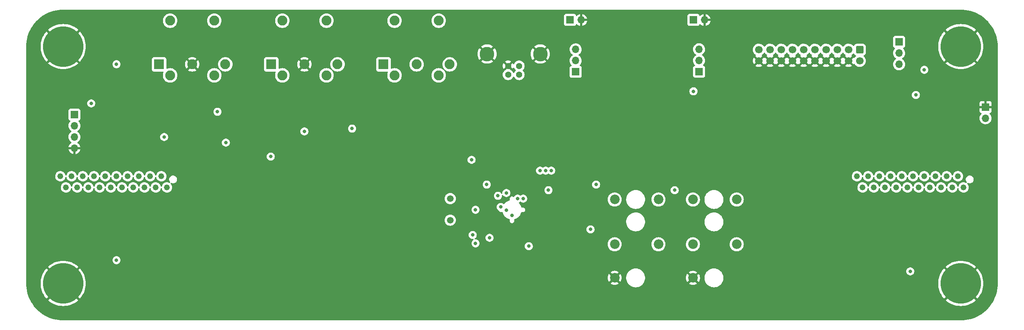
<source format=gbr>
%TF.GenerationSoftware,KiCad,Pcbnew,(6.0.6-0)*%
%TF.CreationDate,2022-07-07T15:16:10+02:00*%
%TF.ProjectId,hoatzin,686f6174-7a69-46e2-9e6b-696361645f70,rev?*%
%TF.SameCoordinates,Original*%
%TF.FileFunction,Copper,L2,Inr*%
%TF.FilePolarity,Positive*%
%FSLAX46Y46*%
G04 Gerber Fmt 4.6, Leading zero omitted, Abs format (unit mm)*
G04 Created by KiCad (PCBNEW (6.0.6-0)) date 2022-07-07 15:16:10*
%MOMM*%
%LPD*%
G01*
G04 APERTURE LIST*
G04 Aperture macros list*
%AMRoundRect*
0 Rectangle with rounded corners*
0 $1 Rounding radius*
0 $2 $3 $4 $5 $6 $7 $8 $9 X,Y pos of 4 corners*
0 Add a 4 corners polygon primitive as box body*
4,1,4,$2,$3,$4,$5,$6,$7,$8,$9,$2,$3,0*
0 Add four circle primitives for the rounded corners*
1,1,$1+$1,$2,$3*
1,1,$1+$1,$4,$5*
1,1,$1+$1,$6,$7*
1,1,$1+$1,$8,$9*
0 Add four rect primitives between the rounded corners*
20,1,$1+$1,$2,$3,$4,$5,0*
20,1,$1+$1,$4,$5,$6,$7,0*
20,1,$1+$1,$6,$7,$8,$9,0*
20,1,$1+$1,$8,$9,$2,$3,0*%
G04 Aperture macros list end*
%TA.AperFunction,ComponentPad*%
%ADD10R,1.700000X1.700000*%
%TD*%
%TA.AperFunction,ComponentPad*%
%ADD11O,1.700000X1.700000*%
%TD*%
%TA.AperFunction,ComponentPad*%
%ADD12C,9.200000*%
%TD*%
%TA.AperFunction,ComponentPad*%
%ADD13RoundRect,0.250000X-0.600000X0.600000X-0.600000X-0.600000X0.600000X-0.600000X0.600000X0.600000X0*%
%TD*%
%TA.AperFunction,ComponentPad*%
%ADD14C,1.700000*%
%TD*%
%TA.AperFunction,ComponentPad*%
%ADD15C,1.500000*%
%TD*%
%TA.AperFunction,ComponentPad*%
%ADD16R,2.250000X2.250000*%
%TD*%
%TA.AperFunction,ComponentPad*%
%ADD17C,2.250000*%
%TD*%
%TA.AperFunction,ComponentPad*%
%ADD18C,3.316000*%
%TD*%
%TA.AperFunction,ComponentPad*%
%ADD19C,1.428000*%
%TD*%
%TA.AperFunction,ComponentPad*%
%ADD20C,1.320800*%
%TD*%
%TA.AperFunction,ComponentPad*%
%ADD21C,2.172000*%
%TD*%
%TA.AperFunction,ViaPad*%
%ADD22C,0.800000*%
%TD*%
G04 APERTURE END LIST*
D10*
%TO.N,3.3V_REG*%
%TO.C,J11*%
X184597000Y-65197000D03*
D11*
%TO.N,+3V3*%
X184597000Y-62657000D03*
%TO.N,3.3V_EXT*%
X184597000Y-60117000D03*
%TD*%
D12*
%TO.N,GND*%
%TO.C,H3*%
X40640000Y-113220000D03*
%TD*%
D13*
%TO.N,+3V3*%
%TO.C,J7*%
X220980000Y-60207500D03*
D14*
%TO.N,unconnected-(J7-Pad2)*%
X220980000Y-62747500D03*
%TO.N,unconnected-(J7-Pad3)*%
X218440000Y-60207500D03*
%TO.N,GND*%
X218440000Y-62747500D03*
%TO.N,unconnected-(J7-Pad5)*%
X215900000Y-60207500D03*
%TO.N,GND*%
X215900000Y-62747500D03*
%TO.N,JTMS_SWDIO*%
X213360000Y-60207500D03*
%TO.N,GND*%
X213360000Y-62747500D03*
%TO.N,JTCK_SWCLK*%
X210820000Y-60207500D03*
%TO.N,GND*%
X210820000Y-62747500D03*
%TO.N,unconnected-(J7-Pad11)*%
X208280000Y-60207500D03*
%TO.N,GND*%
X208280000Y-62747500D03*
%TO.N,JTDO_SWO*%
X205740000Y-60207500D03*
%TO.N,GND*%
X205740000Y-62747500D03*
%TO.N,NRST*%
X203200000Y-60207500D03*
%TO.N,GND*%
X203200000Y-62747500D03*
%TO.N,unconnected-(J7-Pad17)*%
X200660000Y-60207500D03*
%TO.N,GND*%
X200660000Y-62747500D03*
%TO.N,unconnected-(J7-Pad19)*%
X198120000Y-60207500D03*
%TO.N,GND*%
X198120000Y-62747500D03*
%TD*%
D15*
%TO.N,Net-(C2-Pad2)*%
%TO.C,e1*%
X128270000Y-93979998D03*
%TO.N,Net-(C3-Pad2)*%
X128270000Y-98859998D03*
%TD*%
D16*
%TO.N,unconnected-(J4-Pad1)*%
%TO.C,J4*%
X62350000Y-63529000D03*
D17*
%TO.N,GND*%
X69850000Y-63529000D03*
%TO.N,unconnected-(J4-Pad3)*%
X77350000Y-63529000D03*
%TO.N,Net-(J4-Pad4)*%
X64850000Y-66029000D03*
%TO.N,Net-(J4-Pad5)*%
X74850000Y-66029000D03*
%TO.N,N/C*%
X64850000Y-53629000D03*
X74850000Y-53629000D03*
%TD*%
D10*
%TO.N,GND*%
%TO.C,J16*%
X249450000Y-73210000D03*
D11*
%TO.N,NRST*%
X249450000Y-75750000D03*
%TD*%
D12*
%TO.N,GND*%
%TO.C,H1*%
X40640000Y-59500000D03*
%TD*%
D10*
%TO.N,Net-(J10-Pad1)*%
%TO.C,J10*%
X229870000Y-58435000D03*
D11*
%TO.N,BOOT0*%
X229870000Y-60975000D03*
%TO.N,Net-(J10-Pad3)*%
X229870000Y-63515000D03*
%TD*%
D12*
%TO.N,GND*%
%TO.C,H2*%
X243840000Y-113220000D03*
%TD*%
D10*
%TO.N,USB_VBUS*%
%TO.C,J14*%
X156657000Y-65212000D03*
D11*
%TO.N,+5V*%
X156657000Y-62672000D03*
%TO.N,5V_EXT*%
X156657000Y-60132000D03*
%TD*%
D10*
%TO.N,3.3V_EXT*%
%TO.C,J13*%
X183327000Y-53462000D03*
D11*
%TO.N,GND*%
X185867000Y-53462000D03*
%TD*%
D12*
%TO.N,GND*%
%TO.C,H4*%
X243840000Y-59500000D03*
%TD*%
D16*
%TO.N,unconnected-(J3-Pad1)*%
%TO.C,J3*%
X113150000Y-63529000D03*
D17*
%TO.N,unconnected-(J3-Pad2)*%
X120650000Y-63529000D03*
%TO.N,unconnected-(J3-Pad3)*%
X128150000Y-63529000D03*
%TO.N,Net-(J3-Pad4)*%
X115650000Y-66029000D03*
%TO.N,Net-(D1-Pad2)*%
X125650000Y-66029000D03*
%TO.N,N/C*%
X115650000Y-53629000D03*
X125650000Y-53629000D03*
%TD*%
D10*
%TO.N,5V_EXT*%
%TO.C,J12*%
X155387000Y-53462000D03*
D11*
%TO.N,GND*%
X157927000Y-53462000D03*
%TD*%
D18*
%TO.N,GND*%
%TO.C,J6*%
X136601000Y-61176000D03*
X148641000Y-61176000D03*
D19*
%TO.N,USB_VBUS*%
X141371000Y-65886000D03*
%TO.N,USB_OTG_FS_D-*%
X143871000Y-65886000D03*
%TO.N,USB_OTG_FS_D+*%
X143871000Y-63886000D03*
%TO.N,GND*%
X141371000Y-63886000D03*
%TD*%
D16*
%TO.N,unconnected-(J5-Pad1)*%
%TO.C,J5*%
X87750000Y-63529000D03*
D17*
%TO.N,GND*%
X95250000Y-63529000D03*
%TO.N,unconnected-(J5-Pad3)*%
X102750000Y-63529000D03*
%TO.N,Net-(J5-Pad4)*%
X90250000Y-66029000D03*
%TO.N,Net-(J5-Pad5)*%
X100250000Y-66029000D03*
%TO.N,N/C*%
X90250000Y-53629000D03*
X100250000Y-53629000D03*
%TD*%
D20*
%TO.N,K_R_MK5*%
%TO.C,J2*%
X220345000Y-88900000D03*
%TO.N,K_R_T0*%
X221615000Y-91440000D03*
%TO.N,K_R_BR5*%
X222885000Y-88900000D03*
%TO.N,K_R_T1*%
X224155000Y-91440000D03*
%TO.N,K_R_MK6*%
X225425000Y-88900000D03*
%TO.N,K_R_T2*%
X226695000Y-91440000D03*
%TO.N,K_R_BR6*%
X227965000Y-88900000D03*
%TO.N,K_R_T3*%
X229235000Y-91440000D03*
%TO.N,K_R_MK7*%
X230505000Y-88900000D03*
%TO.N,K_R_T4*%
X231775000Y-91440000D03*
%TO.N,K_R_BR7*%
X233045000Y-88900000D03*
%TO.N,K_R_T5*%
X234315000Y-91440000D03*
%TO.N,K_R_MK8*%
X235585000Y-88900000D03*
%TO.N,K_R_T6*%
X236855000Y-91440000D03*
%TO.N,K_R_BR8*%
X238125000Y-88900000D03*
%TO.N,K_R_T7*%
X239395000Y-91440000D03*
%TO.N,K_R_MK9*%
X240665000Y-88900000D03*
%TO.N,K_R_BR10*%
X241935000Y-91440000D03*
%TO.N,K_R_BR9*%
X243205000Y-88900000D03*
%TO.N,K_R_MK10*%
X244475000Y-91440000D03*
%TD*%
D21*
%TO.N,unconnected-(J9-PadR1)*%
%TO.C,J9*%
X183210000Y-104343000D03*
%TO.N,unconnected-(J9-PadRB1)*%
X193116000Y-104343000D03*
%TO.N,GND*%
X183210000Y-111963000D03*
%TO.N,TRS2_T*%
X183210000Y-94183000D03*
%TO.N,unconnected-(J9-PadTB1)*%
X193116000Y-94183000D03*
%TD*%
%TO.N,TRS1_R*%
%TO.C,J8*%
X165490000Y-104343000D03*
%TO.N,unconnected-(J8-PadRB1)*%
X175396000Y-104343000D03*
%TO.N,GND*%
X165490000Y-111963000D03*
%TO.N,TRS1_T*%
X165490000Y-94183000D03*
%TO.N,unconnected-(J8-PadTB1)*%
X175396000Y-94183000D03*
%TD*%
D10*
%TO.N,Aftertouch*%
%TO.C,J15*%
X43180000Y-74930000D03*
D11*
%TO.N,unconnected-(J15-Pad2)*%
X43180000Y-77470000D03*
%TO.N,unconnected-(J15-Pad3)*%
X43180000Y-80010000D03*
%TO.N,GND*%
X43180000Y-82550000D03*
%TD*%
D20*
%TO.N,K_L_MK0*%
%TO.C,J1*%
X40005000Y-88900000D03*
%TO.N,K_L_T0*%
X41275000Y-91440000D03*
%TO.N,K_L_BR0*%
X42545000Y-88900000D03*
%TO.N,K_L_T1*%
X43815000Y-91440000D03*
%TO.N,K_L_MK1*%
X45085000Y-88900000D03*
%TO.N,K_L_T2*%
X46355000Y-91440000D03*
%TO.N,K_L_BR1*%
X47625000Y-88900000D03*
%TO.N,K_L_T3*%
X48895000Y-91440000D03*
%TO.N,K_L_MK2*%
X50165000Y-88900000D03*
%TO.N,K_L_T4*%
X51435000Y-91440000D03*
%TO.N,K_L_BR2*%
X52705000Y-88900000D03*
%TO.N,K_L_T5*%
X53975000Y-91440000D03*
%TO.N,K_L_MK3*%
X55245000Y-88900000D03*
%TO.N,K_L_T6*%
X56515000Y-91440000D03*
%TO.N,K_L_BR3*%
X57785000Y-88900000D03*
%TO.N,K_L_T7*%
X59055000Y-91440000D03*
%TO.N,K_L_MK4*%
X60325000Y-88900000D03*
%TO.N,unconnected-(J1-Pad18)*%
X61595000Y-91440000D03*
%TO.N,K_L_BR4*%
X62865000Y-88900000D03*
%TO.N,unconnected-(J1-Pad20)*%
X64135000Y-91440000D03*
%TD*%
D22*
%TO.N,GND*%
X87822000Y-79183000D03*
X149860000Y-93980000D03*
X176342000Y-60132000D03*
X120015000Y-92710000D03*
X175072000Y-70292000D03*
X158750000Y-94615000D03*
X158750000Y-104140000D03*
X146050000Y-99060000D03*
X140970000Y-99695000D03*
X180787000Y-66482000D03*
X136525000Y-88900000D03*
X169992000Y-63307000D03*
X116840000Y-80010000D03*
%TO.N,+5V*%
X106045000Y-78105000D03*
X95250000Y-78740000D03*
X75565000Y-74295000D03*
X63500000Y-80010000D03*
%TO.N,JTMS_SWDIO*%
X151130000Y-87630000D03*
%TO.N,JTCK_SWCLK*%
X148590000Y-87630000D03*
%TO.N,JTDO_SWO*%
X149860000Y-87630000D03*
%TO.N,NRST*%
X139065000Y-93345000D03*
%TO.N,TRS1_R*%
X140970000Y-96609500D03*
%TO.N,TRS1_T*%
X139700000Y-95885000D03*
%TO.N,TRS2_T*%
X142240000Y-97790000D03*
%TO.N,+3V3*%
X161290000Y-90805000D03*
X233680000Y-70485000D03*
X52705000Y-107950000D03*
X150495000Y-92075000D03*
X46990000Y-72390000D03*
X146050000Y-104775000D03*
X235585000Y-64770000D03*
X232410000Y-110490000D03*
X160020000Y-100965000D03*
X87630000Y-84455000D03*
X179070000Y-92075000D03*
X136525000Y-90805000D03*
X133985000Y-104140000D03*
X183327000Y-69657000D03*
X52705000Y-63500000D03*
%TO.N,MIDI_UART_RX*%
X133096000Y-85185980D03*
X137160000Y-102870000D03*
%TO.N,USB_OTG_FS_D+*%
X144780000Y-93980000D03*
%TO.N,USB_OTG_FS_D-*%
X143510000Y-93980000D03*
%TO.N,MIDI_UART_TX*%
X133350000Y-102235000D03*
X77470000Y-81280000D03*
%TO.N,BOOT0*%
X140970000Y-92710000D03*
%TO.N,Aftertouch*%
X133985000Y-96520000D03*
%TD*%
%TA.AperFunction,Conductor*%
%TO.N,GND*%
G36*
X243810018Y-51120000D02*
G01*
X243824851Y-51122310D01*
X243824855Y-51122310D01*
X243833724Y-51123691D01*
X243842626Y-51122527D01*
X243842629Y-51122527D01*
X243856536Y-51120708D01*
X243876995Y-51119711D01*
X244384076Y-51136311D01*
X244392280Y-51136849D01*
X244929905Y-51189801D01*
X244938062Y-51190875D01*
X245471086Y-51278877D01*
X245479172Y-51280486D01*
X246005272Y-51403156D01*
X246013226Y-51405287D01*
X246530205Y-51562111D01*
X246538013Y-51564761D01*
X247043600Y-51755051D01*
X247051217Y-51758206D01*
X247543288Y-51981160D01*
X247550683Y-51984807D01*
X248027109Y-52239462D01*
X248034249Y-52243584D01*
X248126260Y-52300800D01*
X248493024Y-52528868D01*
X248499850Y-52533429D01*
X248891022Y-52813739D01*
X248938982Y-52848107D01*
X248945524Y-52853127D01*
X249363115Y-53195836D01*
X249369314Y-53201272D01*
X249540687Y-53361780D01*
X249763618Y-53570578D01*
X249769422Y-53576382D01*
X249904380Y-53720475D01*
X250138728Y-53970686D01*
X250144164Y-53976885D01*
X250486873Y-54394476D01*
X250491893Y-54401018D01*
X250806571Y-54840150D01*
X250811132Y-54846976D01*
X251021615Y-55185461D01*
X251096416Y-55305751D01*
X251100538Y-55312891D01*
X251355193Y-55789317D01*
X251358840Y-55796712D01*
X251581794Y-56288783D01*
X251584949Y-56296400D01*
X251775239Y-56801987D01*
X251777889Y-56809795D01*
X251934713Y-57326774D01*
X251936844Y-57334728D01*
X251983977Y-57536866D01*
X252059514Y-57860827D01*
X252061123Y-57868914D01*
X252149124Y-58401929D01*
X252150199Y-58410095D01*
X252200402Y-58919806D01*
X252203150Y-58947708D01*
X252203689Y-58955924D01*
X252212150Y-59214376D01*
X252220041Y-59455451D01*
X252218608Y-59478955D01*
X252216309Y-59493724D01*
X252217473Y-59502626D01*
X252217473Y-59502628D01*
X252220436Y-59525283D01*
X252221500Y-59541621D01*
X252221500Y-113170633D01*
X252220000Y-113190018D01*
X252217690Y-113204851D01*
X252217690Y-113204855D01*
X252216309Y-113213724D01*
X252217473Y-113222626D01*
X252217473Y-113222629D01*
X252219292Y-113236536D01*
X252220289Y-113256995D01*
X252208230Y-113625383D01*
X252203690Y-113764064D01*
X252203151Y-113772280D01*
X252170369Y-114105115D01*
X252150200Y-114309896D01*
X252149124Y-114318071D01*
X252061123Y-114851086D01*
X252059514Y-114859173D01*
X251936847Y-115385262D01*
X251934713Y-115393226D01*
X251777889Y-115910205D01*
X251775239Y-115918013D01*
X251584949Y-116423600D01*
X251581794Y-116431217D01*
X251358840Y-116923288D01*
X251355193Y-116930683D01*
X251100538Y-117407109D01*
X251096416Y-117414249D01*
X250811132Y-117873024D01*
X250806571Y-117879850D01*
X250538033Y-118254594D01*
X250491893Y-118318982D01*
X250486873Y-118325524D01*
X250144164Y-118743115D01*
X250138728Y-118749314D01*
X249978220Y-118920687D01*
X249769422Y-119143618D01*
X249763618Y-119149422D01*
X249540687Y-119358220D01*
X249369314Y-119518728D01*
X249363115Y-119524164D01*
X248945524Y-119866873D01*
X248938982Y-119871893D01*
X248499850Y-120186571D01*
X248493024Y-120191132D01*
X248130453Y-120416593D01*
X248034249Y-120476416D01*
X248027109Y-120480538D01*
X247550683Y-120735193D01*
X247543288Y-120738840D01*
X247051217Y-120961794D01*
X247043600Y-120964949D01*
X246538013Y-121155239D01*
X246530205Y-121157889D01*
X246013226Y-121314713D01*
X246005272Y-121316844D01*
X245479173Y-121439514D01*
X245471087Y-121441123D01*
X244938062Y-121529125D01*
X244929905Y-121530199D01*
X244392280Y-121583151D01*
X244384076Y-121583689D01*
X244054900Y-121594465D01*
X243884549Y-121600041D01*
X243861045Y-121598608D01*
X243857842Y-121598110D01*
X243846276Y-121596309D01*
X243837374Y-121597473D01*
X243837372Y-121597473D01*
X243823464Y-121599292D01*
X243814714Y-121600436D01*
X243798379Y-121601500D01*
X40689367Y-121601500D01*
X40669982Y-121600000D01*
X40655149Y-121597690D01*
X40655145Y-121597690D01*
X40646276Y-121596309D01*
X40637374Y-121597473D01*
X40637371Y-121597473D01*
X40623464Y-121599292D01*
X40603005Y-121600289D01*
X40095924Y-121583689D01*
X40087720Y-121583151D01*
X39550095Y-121530199D01*
X39541938Y-121529125D01*
X39008913Y-121441123D01*
X39000827Y-121439514D01*
X38474728Y-121316844D01*
X38466774Y-121314713D01*
X37949795Y-121157889D01*
X37941987Y-121155239D01*
X37436400Y-120964949D01*
X37428783Y-120961794D01*
X36936712Y-120738840D01*
X36929317Y-120735193D01*
X36452891Y-120480538D01*
X36445751Y-120476416D01*
X36349547Y-120416593D01*
X35986976Y-120191132D01*
X35980150Y-120186571D01*
X35541018Y-119871893D01*
X35534476Y-119866873D01*
X35116885Y-119524164D01*
X35110686Y-119518728D01*
X34939313Y-119358220D01*
X34716382Y-119149422D01*
X34710578Y-119143618D01*
X34501780Y-118920687D01*
X34341272Y-118749314D01*
X34335836Y-118743115D01*
X33993127Y-118325524D01*
X33988107Y-118318982D01*
X33941967Y-118254594D01*
X33673429Y-117879850D01*
X33668868Y-117873024D01*
X33383584Y-117414249D01*
X33379462Y-117407109D01*
X33166261Y-117008238D01*
X37217302Y-117008238D01*
X37217328Y-117008608D01*
X37223117Y-117017197D01*
X37351493Y-117134832D01*
X37355681Y-117138347D01*
X37705207Y-117406546D01*
X37709698Y-117409691D01*
X38081243Y-117646391D01*
X38086015Y-117649146D01*
X38476763Y-117852556D01*
X38481751Y-117854883D01*
X38888756Y-118023469D01*
X38893925Y-118025351D01*
X39314063Y-118157820D01*
X39319386Y-118159246D01*
X39749473Y-118254594D01*
X39754885Y-118255549D01*
X40191645Y-118313049D01*
X40197144Y-118313531D01*
X40637252Y-118332746D01*
X40642748Y-118332746D01*
X41082856Y-118313531D01*
X41088355Y-118313049D01*
X41525115Y-118255549D01*
X41530527Y-118254594D01*
X41960614Y-118159246D01*
X41965937Y-118157820D01*
X42386075Y-118025351D01*
X42391244Y-118023469D01*
X42798249Y-117854883D01*
X42803237Y-117852556D01*
X43193985Y-117649146D01*
X43198757Y-117646391D01*
X43570302Y-117409691D01*
X43574793Y-117406546D01*
X43924319Y-117138347D01*
X43928507Y-117134832D01*
X44054539Y-117019345D01*
X44061249Y-117008238D01*
X240417302Y-117008238D01*
X240417328Y-117008608D01*
X240423117Y-117017197D01*
X240551493Y-117134832D01*
X240555681Y-117138347D01*
X240905207Y-117406546D01*
X240909698Y-117409691D01*
X241281243Y-117646391D01*
X241286015Y-117649146D01*
X241676763Y-117852556D01*
X241681751Y-117854883D01*
X242088756Y-118023469D01*
X242093925Y-118025351D01*
X242514063Y-118157820D01*
X242519386Y-118159246D01*
X242949473Y-118254594D01*
X242954885Y-118255549D01*
X243391645Y-118313049D01*
X243397144Y-118313531D01*
X243837252Y-118332746D01*
X243842748Y-118332746D01*
X244282856Y-118313531D01*
X244288355Y-118313049D01*
X244725115Y-118255549D01*
X244730527Y-118254594D01*
X245160614Y-118159246D01*
X245165937Y-118157820D01*
X245586075Y-118025351D01*
X245591244Y-118023469D01*
X245998249Y-117854883D01*
X246003237Y-117852556D01*
X246393985Y-117649146D01*
X246398757Y-117646391D01*
X246770302Y-117409691D01*
X246774793Y-117406546D01*
X247124319Y-117138347D01*
X247128507Y-117134832D01*
X247254539Y-117019345D01*
X247262753Y-117005749D01*
X247262743Y-117005379D01*
X247257332Y-116996542D01*
X243852812Y-113592022D01*
X243838868Y-113584408D01*
X243837035Y-113584539D01*
X243830420Y-113588790D01*
X240424916Y-116994294D01*
X240417302Y-117008238D01*
X44061249Y-117008238D01*
X44062753Y-117005749D01*
X44062743Y-117005379D01*
X44057332Y-116996542D01*
X40652812Y-113592022D01*
X40638868Y-113584408D01*
X40637035Y-113584539D01*
X40630420Y-113588790D01*
X37224916Y-116994294D01*
X37217302Y-117008238D01*
X33166261Y-117008238D01*
X33124807Y-116930683D01*
X33121160Y-116923288D01*
X32898206Y-116431217D01*
X32895051Y-116423600D01*
X32704761Y-115918013D01*
X32702111Y-115910205D01*
X32545287Y-115393226D01*
X32543153Y-115385262D01*
X32420486Y-114859173D01*
X32418877Y-114851086D01*
X32330876Y-114318071D01*
X32329800Y-114309896D01*
X32309631Y-114105115D01*
X32276849Y-113772280D01*
X32276310Y-113764064D01*
X32271771Y-113625383D01*
X32260083Y-113268355D01*
X32261763Y-113243329D01*
X32262769Y-113237352D01*
X32262770Y-113237345D01*
X32263576Y-113232552D01*
X32263696Y-113222748D01*
X35527254Y-113222748D01*
X35546469Y-113662856D01*
X35546951Y-113668355D01*
X35604451Y-114105115D01*
X35605406Y-114110527D01*
X35700754Y-114540614D01*
X35702180Y-114545937D01*
X35834649Y-114966075D01*
X35836531Y-114971244D01*
X36005117Y-115378249D01*
X36007444Y-115383237D01*
X36210854Y-115773985D01*
X36213609Y-115778757D01*
X36450309Y-116150302D01*
X36453454Y-116154793D01*
X36721653Y-116504319D01*
X36725168Y-116508507D01*
X36840655Y-116634539D01*
X36854251Y-116642753D01*
X36854621Y-116642743D01*
X36863458Y-116637332D01*
X40267978Y-113232812D01*
X40274356Y-113221132D01*
X41004408Y-113221132D01*
X41004539Y-113222965D01*
X41008790Y-113229580D01*
X44414294Y-116635084D01*
X44428238Y-116642698D01*
X44428608Y-116642672D01*
X44437197Y-116636883D01*
X44554832Y-116508507D01*
X44558347Y-116504319D01*
X44826546Y-116154793D01*
X44829691Y-116150302D01*
X45066391Y-115778757D01*
X45069146Y-115773985D01*
X45272556Y-115383237D01*
X45274883Y-115378249D01*
X45443469Y-114971244D01*
X45445351Y-114966075D01*
X45577820Y-114545937D01*
X45579246Y-114540614D01*
X45674594Y-114110527D01*
X45675549Y-114105115D01*
X45733049Y-113668355D01*
X45733531Y-113662856D01*
X45751198Y-113258209D01*
X164559620Y-113258209D01*
X164565347Y-113265860D01*
X164759881Y-113385070D01*
X164768675Y-113389551D01*
X164991331Y-113481778D01*
X165000716Y-113484827D01*
X165235059Y-113541089D01*
X165244806Y-113542632D01*
X165485070Y-113561541D01*
X165494930Y-113561541D01*
X165735194Y-113542632D01*
X165744941Y-113541089D01*
X165979284Y-113484827D01*
X165988669Y-113481778D01*
X166211325Y-113389551D01*
X166220119Y-113385070D01*
X166410986Y-113268107D01*
X166420446Y-113257651D01*
X166416662Y-113248873D01*
X165502811Y-112335021D01*
X165488868Y-112327408D01*
X165487034Y-112327539D01*
X165480420Y-112331790D01*
X164566377Y-113245834D01*
X164559620Y-113258209D01*
X45751198Y-113258209D01*
X45752746Y-113222748D01*
X45752746Y-113217252D01*
X45733531Y-112777144D01*
X45733049Y-112771645D01*
X45675549Y-112334885D01*
X45674594Y-112329473D01*
X45594442Y-111967930D01*
X163891459Y-111967930D01*
X163910368Y-112208194D01*
X163911911Y-112217941D01*
X163968173Y-112452284D01*
X163971222Y-112461669D01*
X164063449Y-112684325D01*
X164067930Y-112693119D01*
X164184893Y-112883986D01*
X164195349Y-112893446D01*
X164204127Y-112889662D01*
X165117979Y-111975811D01*
X165124356Y-111964132D01*
X165854408Y-111964132D01*
X165854539Y-111965966D01*
X165858790Y-111972580D01*
X166772834Y-112886623D01*
X166785209Y-112893380D01*
X166792860Y-112887653D01*
X166912070Y-112693119D01*
X166916551Y-112684325D01*
X167008778Y-112461669D01*
X167011827Y-112452284D01*
X167068089Y-112217941D01*
X167069632Y-112208194D01*
X167078358Y-112097314D01*
X168105134Y-112097314D01*
X168143115Y-112385806D01*
X168219897Y-112666474D01*
X168221581Y-112670422D01*
X168316681Y-112893380D01*
X168334060Y-112934125D01*
X168483490Y-113183806D01*
X168665424Y-113410897D01*
X168668540Y-113413854D01*
X168668541Y-113413855D01*
X168685794Y-113430227D01*
X168876495Y-113611195D01*
X168879974Y-113613695D01*
X168879979Y-113613699D01*
X169046606Y-113733432D01*
X169112796Y-113780994D01*
X169369955Y-113917153D01*
X169643214Y-114017152D01*
X169927516Y-114079140D01*
X169956575Y-114081427D01*
X170153263Y-114096907D01*
X170153272Y-114096907D01*
X170155720Y-114097100D01*
X170313152Y-114097100D01*
X170315288Y-114096954D01*
X170315299Y-114096954D01*
X170526030Y-114082588D01*
X170526036Y-114082587D01*
X170530307Y-114082296D01*
X170534502Y-114081427D01*
X170534504Y-114081427D01*
X170672775Y-114052792D01*
X170815243Y-114023289D01*
X171089534Y-113926157D01*
X171348105Y-113792699D01*
X171351606Y-113790238D01*
X171351610Y-113790236D01*
X171532852Y-113662856D01*
X171586171Y-113625383D01*
X171799327Y-113427306D01*
X171919737Y-113280194D01*
X171937732Y-113258209D01*
X182279620Y-113258209D01*
X182285347Y-113265860D01*
X182479881Y-113385070D01*
X182488675Y-113389551D01*
X182711331Y-113481778D01*
X182720716Y-113484827D01*
X182955059Y-113541089D01*
X182964806Y-113542632D01*
X183205070Y-113561541D01*
X183214930Y-113561541D01*
X183455194Y-113542632D01*
X183464941Y-113541089D01*
X183699284Y-113484827D01*
X183708669Y-113481778D01*
X183931325Y-113389551D01*
X183940119Y-113385070D01*
X184130986Y-113268107D01*
X184140446Y-113257651D01*
X184136662Y-113248873D01*
X183222811Y-112335021D01*
X183208868Y-112327408D01*
X183207034Y-112327539D01*
X183200420Y-112331790D01*
X182286377Y-113245834D01*
X182279620Y-113258209D01*
X171937732Y-113258209D01*
X171980916Y-113205448D01*
X171980918Y-113205445D01*
X171983629Y-113202133D01*
X172135667Y-112954031D01*
X172252626Y-112687590D01*
X172257517Y-112670422D01*
X172331167Y-112411869D01*
X172332343Y-112407741D01*
X172373342Y-112119663D01*
X172373460Y-112097314D01*
X172374137Y-111967930D01*
X181611459Y-111967930D01*
X181630368Y-112208194D01*
X181631911Y-112217941D01*
X181688173Y-112452284D01*
X181691222Y-112461669D01*
X181783449Y-112684325D01*
X181787930Y-112693119D01*
X181904893Y-112883986D01*
X181915349Y-112893446D01*
X181924127Y-112889662D01*
X182837979Y-111975811D01*
X182844356Y-111964132D01*
X183574408Y-111964132D01*
X183574539Y-111965966D01*
X183578790Y-111972580D01*
X184492834Y-112886623D01*
X184505209Y-112893380D01*
X184512860Y-112887653D01*
X184632070Y-112693119D01*
X184636551Y-112684325D01*
X184728778Y-112461669D01*
X184731827Y-112452284D01*
X184788089Y-112217941D01*
X184789632Y-112208194D01*
X184798358Y-112097314D01*
X185825134Y-112097314D01*
X185863115Y-112385806D01*
X185939897Y-112666474D01*
X185941581Y-112670422D01*
X186036681Y-112893380D01*
X186054060Y-112934125D01*
X186203490Y-113183806D01*
X186385424Y-113410897D01*
X186388540Y-113413854D01*
X186388541Y-113413855D01*
X186405794Y-113430227D01*
X186596495Y-113611195D01*
X186599974Y-113613695D01*
X186599979Y-113613699D01*
X186766606Y-113733432D01*
X186832796Y-113780994D01*
X187089955Y-113917153D01*
X187363214Y-114017152D01*
X187647516Y-114079140D01*
X187676575Y-114081427D01*
X187873263Y-114096907D01*
X187873272Y-114096907D01*
X187875720Y-114097100D01*
X188033152Y-114097100D01*
X188035288Y-114096954D01*
X188035299Y-114096954D01*
X188246030Y-114082588D01*
X188246036Y-114082587D01*
X188250307Y-114082296D01*
X188254502Y-114081427D01*
X188254504Y-114081427D01*
X188392775Y-114052792D01*
X188535243Y-114023289D01*
X188809534Y-113926157D01*
X189068105Y-113792699D01*
X189071606Y-113790238D01*
X189071610Y-113790236D01*
X189252852Y-113662856D01*
X189306171Y-113625383D01*
X189519327Y-113427306D01*
X189639737Y-113280194D01*
X189686756Y-113222748D01*
X238727254Y-113222748D01*
X238746469Y-113662856D01*
X238746951Y-113668355D01*
X238804451Y-114105115D01*
X238805406Y-114110527D01*
X238900754Y-114540614D01*
X238902180Y-114545937D01*
X239034649Y-114966075D01*
X239036531Y-114971244D01*
X239205117Y-115378249D01*
X239207444Y-115383237D01*
X239410854Y-115773985D01*
X239413609Y-115778757D01*
X239650309Y-116150302D01*
X239653454Y-116154793D01*
X239921653Y-116504319D01*
X239925168Y-116508507D01*
X240040655Y-116634539D01*
X240054251Y-116642753D01*
X240054621Y-116642743D01*
X240063458Y-116637332D01*
X243467978Y-113232812D01*
X243474356Y-113221132D01*
X244204408Y-113221132D01*
X244204539Y-113222965D01*
X244208790Y-113229580D01*
X247614294Y-116635084D01*
X247628238Y-116642698D01*
X247628608Y-116642672D01*
X247637197Y-116636883D01*
X247754832Y-116508507D01*
X247758347Y-116504319D01*
X248026546Y-116154793D01*
X248029691Y-116150302D01*
X248266391Y-115778757D01*
X248269146Y-115773985D01*
X248472556Y-115383237D01*
X248474883Y-115378249D01*
X248643469Y-114971244D01*
X248645351Y-114966075D01*
X248777820Y-114545937D01*
X248779246Y-114540614D01*
X248874594Y-114110527D01*
X248875549Y-114105115D01*
X248933049Y-113668355D01*
X248933531Y-113662856D01*
X248952746Y-113222748D01*
X248952746Y-113217252D01*
X248933531Y-112777144D01*
X248933049Y-112771645D01*
X248875549Y-112334885D01*
X248874594Y-112329473D01*
X248779246Y-111899386D01*
X248777820Y-111894063D01*
X248645351Y-111473925D01*
X248643469Y-111468756D01*
X248474883Y-111061751D01*
X248472556Y-111056763D01*
X248269146Y-110666015D01*
X248266391Y-110661243D01*
X248029691Y-110289698D01*
X248026546Y-110285207D01*
X247758347Y-109935681D01*
X247754832Y-109931493D01*
X247639345Y-109805461D01*
X247625749Y-109797247D01*
X247625379Y-109797257D01*
X247616542Y-109802668D01*
X244212022Y-113207188D01*
X244204408Y-113221132D01*
X243474356Y-113221132D01*
X243475592Y-113218868D01*
X243475461Y-113217035D01*
X243471210Y-113210420D01*
X240065706Y-109804916D01*
X240051762Y-109797302D01*
X240051392Y-109797328D01*
X240042803Y-109803117D01*
X239925168Y-109931493D01*
X239921653Y-109935681D01*
X239653454Y-110285207D01*
X239650309Y-110289698D01*
X239413609Y-110661243D01*
X239410854Y-110666015D01*
X239207444Y-111056763D01*
X239205117Y-111061751D01*
X239036531Y-111468756D01*
X239034649Y-111473925D01*
X238902180Y-111894063D01*
X238900754Y-111899386D01*
X238805406Y-112329473D01*
X238804451Y-112334885D01*
X238746951Y-112771645D01*
X238746469Y-112777144D01*
X238727254Y-113217252D01*
X238727254Y-113222748D01*
X189686756Y-113222748D01*
X189700916Y-113205448D01*
X189700918Y-113205445D01*
X189703629Y-113202133D01*
X189855667Y-112954031D01*
X189972626Y-112687590D01*
X189977517Y-112670422D01*
X190051167Y-112411869D01*
X190052343Y-112407741D01*
X190093342Y-112119663D01*
X190093460Y-112097314D01*
X190094844Y-111832972D01*
X190094844Y-111832965D01*
X190094866Y-111828686D01*
X190056885Y-111540194D01*
X189980103Y-111259526D01*
X189941433Y-111168866D01*
X189867626Y-110995827D01*
X189867624Y-110995823D01*
X189865940Y-110991875D01*
X189716510Y-110742194D01*
X189534576Y-110515103D01*
X189517285Y-110498694D01*
X189508123Y-110490000D01*
X231496496Y-110490000D01*
X231497186Y-110496565D01*
X231498824Y-110512145D01*
X231516458Y-110679928D01*
X231575473Y-110861556D01*
X231670960Y-111026944D01*
X231798747Y-111168866D01*
X231953248Y-111281118D01*
X231959276Y-111283802D01*
X231959278Y-111283803D01*
X232121681Y-111356109D01*
X232127712Y-111358794D01*
X232221112Y-111378647D01*
X232308056Y-111397128D01*
X232308061Y-111397128D01*
X232314513Y-111398500D01*
X232505487Y-111398500D01*
X232511939Y-111397128D01*
X232511944Y-111397128D01*
X232598888Y-111378647D01*
X232692288Y-111358794D01*
X232698319Y-111356109D01*
X232860722Y-111283803D01*
X232860724Y-111283802D01*
X232866752Y-111281118D01*
X233021253Y-111168866D01*
X233149040Y-111026944D01*
X233244527Y-110861556D01*
X233303542Y-110679928D01*
X233321177Y-110512145D01*
X233322814Y-110496565D01*
X233323504Y-110490000D01*
X233310309Y-110364459D01*
X233304232Y-110306635D01*
X233304232Y-110306633D01*
X233303542Y-110300072D01*
X233244527Y-110118444D01*
X233149040Y-109953056D01*
X233133396Y-109935681D01*
X233025675Y-109816045D01*
X233025674Y-109816044D01*
X233021253Y-109811134D01*
X232866752Y-109698882D01*
X232860724Y-109696198D01*
X232860722Y-109696197D01*
X232698319Y-109623891D01*
X232698318Y-109623891D01*
X232692288Y-109621206D01*
X232598888Y-109601353D01*
X232511944Y-109582872D01*
X232511939Y-109582872D01*
X232505487Y-109581500D01*
X232314513Y-109581500D01*
X232308061Y-109582872D01*
X232308056Y-109582872D01*
X232221112Y-109601353D01*
X232127712Y-109621206D01*
X232121682Y-109623891D01*
X232121681Y-109623891D01*
X231959278Y-109696197D01*
X231959276Y-109696198D01*
X231953248Y-109698882D01*
X231798747Y-109811134D01*
X231794326Y-109816044D01*
X231794325Y-109816045D01*
X231686605Y-109935681D01*
X231670960Y-109953056D01*
X231575473Y-110118444D01*
X231516458Y-110300072D01*
X231515768Y-110306633D01*
X231515768Y-110306635D01*
X231509691Y-110364459D01*
X231496496Y-110490000D01*
X189508123Y-110490000D01*
X189326622Y-110317763D01*
X189323505Y-110314805D01*
X189320026Y-110312305D01*
X189320021Y-110312301D01*
X189090694Y-110147514D01*
X189087204Y-110145006D01*
X188830045Y-110008847D01*
X188664178Y-109948148D01*
X188560817Y-109910323D01*
X188560815Y-109910322D01*
X188556786Y-109908848D01*
X188272484Y-109846860D01*
X188228673Y-109843412D01*
X188046737Y-109829093D01*
X188046728Y-109829093D01*
X188044280Y-109828900D01*
X187886848Y-109828900D01*
X187884712Y-109829046D01*
X187884701Y-109829046D01*
X187673970Y-109843412D01*
X187673964Y-109843413D01*
X187669693Y-109843704D01*
X187665498Y-109844573D01*
X187665496Y-109844573D01*
X187650044Y-109847773D01*
X187384757Y-109902711D01*
X187110466Y-109999843D01*
X186851895Y-110133301D01*
X186848394Y-110135762D01*
X186848390Y-110135764D01*
X186831672Y-110147514D01*
X186613829Y-110300617D01*
X186610688Y-110303536D01*
X186410029Y-110490000D01*
X186400673Y-110498694D01*
X186216371Y-110723867D01*
X186064333Y-110971969D01*
X185947374Y-111238410D01*
X185946198Y-111242538D01*
X185946197Y-111242541D01*
X185913082Y-111358794D01*
X185867657Y-111518259D01*
X185826658Y-111806337D01*
X185826636Y-111810626D01*
X185826635Y-111810633D01*
X185825787Y-111972580D01*
X185825134Y-112097314D01*
X184798358Y-112097314D01*
X184808541Y-111967930D01*
X184808541Y-111958070D01*
X184789632Y-111717806D01*
X184788089Y-111708059D01*
X184731827Y-111473716D01*
X184728778Y-111464331D01*
X184636551Y-111241675D01*
X184632070Y-111232881D01*
X184515107Y-111042014D01*
X184504651Y-111032554D01*
X184495873Y-111036338D01*
X183582021Y-111950189D01*
X183574408Y-111964132D01*
X182844356Y-111964132D01*
X182845592Y-111961868D01*
X182845461Y-111960034D01*
X182841210Y-111953420D01*
X181927166Y-111039377D01*
X181914791Y-111032620D01*
X181907140Y-111038347D01*
X181787930Y-111232881D01*
X181783449Y-111241675D01*
X181691222Y-111464331D01*
X181688173Y-111473716D01*
X181631911Y-111708059D01*
X181630368Y-111717806D01*
X181611459Y-111958070D01*
X181611459Y-111967930D01*
X172374137Y-111967930D01*
X172374844Y-111832972D01*
X172374844Y-111832965D01*
X172374866Y-111828686D01*
X172336885Y-111540194D01*
X172260103Y-111259526D01*
X172221433Y-111168866D01*
X172147626Y-110995827D01*
X172147624Y-110995823D01*
X172145940Y-110991875D01*
X171996510Y-110742194D01*
X171937349Y-110668349D01*
X182279554Y-110668349D01*
X182283338Y-110677127D01*
X183197189Y-111590979D01*
X183211132Y-111598592D01*
X183212966Y-111598461D01*
X183219580Y-111594210D01*
X184133623Y-110680166D01*
X184140380Y-110667791D01*
X184134653Y-110660140D01*
X183940119Y-110540930D01*
X183931325Y-110536449D01*
X183708669Y-110444222D01*
X183699284Y-110441173D01*
X183464941Y-110384911D01*
X183455194Y-110383368D01*
X183214930Y-110364459D01*
X183205070Y-110364459D01*
X182964806Y-110383368D01*
X182955059Y-110384911D01*
X182720716Y-110441173D01*
X182711331Y-110444222D01*
X182488675Y-110536449D01*
X182479881Y-110540930D01*
X182289014Y-110657893D01*
X182279554Y-110668349D01*
X171937349Y-110668349D01*
X171814576Y-110515103D01*
X171797285Y-110498694D01*
X171606622Y-110317763D01*
X171603505Y-110314805D01*
X171600026Y-110312305D01*
X171600021Y-110312301D01*
X171370694Y-110147514D01*
X171367204Y-110145006D01*
X171110045Y-110008847D01*
X170944178Y-109948148D01*
X170840817Y-109910323D01*
X170840815Y-109910322D01*
X170836786Y-109908848D01*
X170552484Y-109846860D01*
X170508673Y-109843412D01*
X170326737Y-109829093D01*
X170326728Y-109829093D01*
X170324280Y-109828900D01*
X170166848Y-109828900D01*
X170164712Y-109829046D01*
X170164701Y-109829046D01*
X169953970Y-109843412D01*
X169953964Y-109843413D01*
X169949693Y-109843704D01*
X169945498Y-109844573D01*
X169945496Y-109844573D01*
X169930044Y-109847773D01*
X169664757Y-109902711D01*
X169390466Y-109999843D01*
X169131895Y-110133301D01*
X169128394Y-110135762D01*
X169128390Y-110135764D01*
X169111672Y-110147514D01*
X168893829Y-110300617D01*
X168890688Y-110303536D01*
X168690029Y-110490000D01*
X168680673Y-110498694D01*
X168496371Y-110723867D01*
X168344333Y-110971969D01*
X168227374Y-111238410D01*
X168226198Y-111242538D01*
X168226197Y-111242541D01*
X168193082Y-111358794D01*
X168147657Y-111518259D01*
X168106658Y-111806337D01*
X168106636Y-111810626D01*
X168106635Y-111810633D01*
X168105787Y-111972580D01*
X168105134Y-112097314D01*
X167078358Y-112097314D01*
X167088541Y-111967930D01*
X167088541Y-111958070D01*
X167069632Y-111717806D01*
X167068089Y-111708059D01*
X167011827Y-111473716D01*
X167008778Y-111464331D01*
X166916551Y-111241675D01*
X166912070Y-111232881D01*
X166795107Y-111042014D01*
X166784651Y-111032554D01*
X166775873Y-111036338D01*
X165862021Y-111950189D01*
X165854408Y-111964132D01*
X165124356Y-111964132D01*
X165125592Y-111961868D01*
X165125461Y-111960034D01*
X165121210Y-111953420D01*
X164207166Y-111039377D01*
X164194791Y-111032620D01*
X164187140Y-111038347D01*
X164067930Y-111232881D01*
X164063449Y-111241675D01*
X163971222Y-111464331D01*
X163968173Y-111473716D01*
X163911911Y-111708059D01*
X163910368Y-111717806D01*
X163891459Y-111958070D01*
X163891459Y-111967930D01*
X45594442Y-111967930D01*
X45579246Y-111899386D01*
X45577820Y-111894063D01*
X45445351Y-111473925D01*
X45443469Y-111468756D01*
X45274883Y-111061751D01*
X45272556Y-111056763D01*
X45070361Y-110668349D01*
X164559554Y-110668349D01*
X164563338Y-110677127D01*
X165477189Y-111590979D01*
X165491132Y-111598592D01*
X165492966Y-111598461D01*
X165499580Y-111594210D01*
X166413623Y-110680166D01*
X166420380Y-110667791D01*
X166414653Y-110660140D01*
X166220119Y-110540930D01*
X166211325Y-110536449D01*
X165988669Y-110444222D01*
X165979284Y-110441173D01*
X165744941Y-110384911D01*
X165735194Y-110383368D01*
X165494930Y-110364459D01*
X165485070Y-110364459D01*
X165244806Y-110383368D01*
X165235059Y-110384911D01*
X165000716Y-110441173D01*
X164991331Y-110444222D01*
X164768675Y-110536449D01*
X164759881Y-110540930D01*
X164569014Y-110657893D01*
X164559554Y-110668349D01*
X45070361Y-110668349D01*
X45069146Y-110666015D01*
X45066391Y-110661243D01*
X44829691Y-110289698D01*
X44826546Y-110285207D01*
X44558347Y-109935681D01*
X44554832Y-109931493D01*
X44439345Y-109805461D01*
X44425749Y-109797247D01*
X44425379Y-109797257D01*
X44416542Y-109802668D01*
X41012022Y-113207188D01*
X41004408Y-113221132D01*
X40274356Y-113221132D01*
X40275592Y-113218868D01*
X40275461Y-113217035D01*
X40271210Y-113210420D01*
X36865706Y-109804916D01*
X36851762Y-109797302D01*
X36851392Y-109797328D01*
X36842803Y-109803117D01*
X36725168Y-109931493D01*
X36721653Y-109935681D01*
X36453454Y-110285207D01*
X36450309Y-110289698D01*
X36213609Y-110661243D01*
X36210854Y-110666015D01*
X36007444Y-111056763D01*
X36005117Y-111061751D01*
X35836531Y-111468756D01*
X35834649Y-111473925D01*
X35702180Y-111894063D01*
X35700754Y-111899386D01*
X35605406Y-112329473D01*
X35604451Y-112334885D01*
X35546951Y-112771645D01*
X35546469Y-112777144D01*
X35527254Y-113217252D01*
X35527254Y-113222748D01*
X32263696Y-113222748D01*
X32263729Y-113220000D01*
X32259773Y-113192376D01*
X32258500Y-113174514D01*
X32258500Y-109434251D01*
X37217247Y-109434251D01*
X37217257Y-109434621D01*
X37222668Y-109443458D01*
X40627188Y-112847978D01*
X40641132Y-112855592D01*
X40642965Y-112855461D01*
X40649580Y-112851210D01*
X44055084Y-109445706D01*
X44061339Y-109434251D01*
X240417247Y-109434251D01*
X240417257Y-109434621D01*
X240422668Y-109443458D01*
X243827188Y-112847978D01*
X243841132Y-112855592D01*
X243842965Y-112855461D01*
X243849580Y-112851210D01*
X247255084Y-109445706D01*
X247262698Y-109431762D01*
X247262672Y-109431392D01*
X247256883Y-109422803D01*
X247128507Y-109305168D01*
X247124319Y-109301653D01*
X246774793Y-109033454D01*
X246770302Y-109030309D01*
X246398757Y-108793609D01*
X246393985Y-108790854D01*
X246003237Y-108587444D01*
X245998249Y-108585117D01*
X245591244Y-108416531D01*
X245586075Y-108414649D01*
X245165937Y-108282180D01*
X245160614Y-108280754D01*
X244730527Y-108185406D01*
X244725115Y-108184451D01*
X244288355Y-108126951D01*
X244282856Y-108126469D01*
X243842748Y-108107254D01*
X243837252Y-108107254D01*
X243397144Y-108126469D01*
X243391645Y-108126951D01*
X242954885Y-108184451D01*
X242949473Y-108185406D01*
X242519386Y-108280754D01*
X242514063Y-108282180D01*
X242093925Y-108414649D01*
X242088756Y-108416531D01*
X241681751Y-108585117D01*
X241676763Y-108587444D01*
X241286015Y-108790854D01*
X241281243Y-108793609D01*
X240909698Y-109030309D01*
X240905207Y-109033454D01*
X240555681Y-109301653D01*
X240551493Y-109305168D01*
X240425461Y-109420655D01*
X240417247Y-109434251D01*
X44061339Y-109434251D01*
X44062698Y-109431762D01*
X44062672Y-109431392D01*
X44056883Y-109422803D01*
X43928507Y-109305168D01*
X43924319Y-109301653D01*
X43574793Y-109033454D01*
X43570302Y-109030309D01*
X43198757Y-108793609D01*
X43193985Y-108790854D01*
X42803237Y-108587444D01*
X42798249Y-108585117D01*
X42391244Y-108416531D01*
X42386075Y-108414649D01*
X41965937Y-108282180D01*
X41960614Y-108280754D01*
X41530527Y-108185406D01*
X41525115Y-108184451D01*
X41088355Y-108126951D01*
X41082856Y-108126469D01*
X40642748Y-108107254D01*
X40637252Y-108107254D01*
X40197144Y-108126469D01*
X40191645Y-108126951D01*
X39754885Y-108184451D01*
X39749473Y-108185406D01*
X39319386Y-108280754D01*
X39314063Y-108282180D01*
X38893925Y-108414649D01*
X38888756Y-108416531D01*
X38481751Y-108585117D01*
X38476763Y-108587444D01*
X38086015Y-108790854D01*
X38081243Y-108793609D01*
X37709698Y-109030309D01*
X37705207Y-109033454D01*
X37355681Y-109301653D01*
X37351493Y-109305168D01*
X37225461Y-109420655D01*
X37217247Y-109434251D01*
X32258500Y-109434251D01*
X32258500Y-107950000D01*
X51791496Y-107950000D01*
X51811458Y-108139928D01*
X51870473Y-108321556D01*
X51965960Y-108486944D01*
X51970378Y-108491851D01*
X51970379Y-108491852D01*
X52089325Y-108623955D01*
X52093747Y-108628866D01*
X52248248Y-108741118D01*
X52254276Y-108743802D01*
X52254278Y-108743803D01*
X52359957Y-108790854D01*
X52422712Y-108818794D01*
X52516113Y-108838647D01*
X52603056Y-108857128D01*
X52603061Y-108857128D01*
X52609513Y-108858500D01*
X52800487Y-108858500D01*
X52806939Y-108857128D01*
X52806944Y-108857128D01*
X52893887Y-108838647D01*
X52987288Y-108818794D01*
X53050043Y-108790854D01*
X53155722Y-108743803D01*
X53155724Y-108743802D01*
X53161752Y-108741118D01*
X53316253Y-108628866D01*
X53320675Y-108623955D01*
X53439621Y-108491852D01*
X53439622Y-108491851D01*
X53444040Y-108486944D01*
X53539527Y-108321556D01*
X53598542Y-108139928D01*
X53618504Y-107950000D01*
X53598542Y-107760072D01*
X53539527Y-107578444D01*
X53444040Y-107413056D01*
X53316253Y-107271134D01*
X53161752Y-107158882D01*
X53155724Y-107156198D01*
X53155722Y-107156197D01*
X52993319Y-107083891D01*
X52993318Y-107083891D01*
X52987288Y-107081206D01*
X52893887Y-107061353D01*
X52806944Y-107042872D01*
X52806939Y-107042872D01*
X52800487Y-107041500D01*
X52609513Y-107041500D01*
X52603061Y-107042872D01*
X52603056Y-107042872D01*
X52516113Y-107061353D01*
X52422712Y-107081206D01*
X52416682Y-107083891D01*
X52416681Y-107083891D01*
X52254278Y-107156197D01*
X52254276Y-107156198D01*
X52248248Y-107158882D01*
X52093747Y-107271134D01*
X51965960Y-107413056D01*
X51870473Y-107578444D01*
X51811458Y-107760072D01*
X51791496Y-107950000D01*
X32258500Y-107950000D01*
X32258500Y-102235000D01*
X132436496Y-102235000D01*
X132456458Y-102424928D01*
X132515473Y-102606556D01*
X132610960Y-102771944D01*
X132738747Y-102913866D01*
X132893248Y-103026118D01*
X132899276Y-103028802D01*
X132899278Y-103028803D01*
X133061681Y-103101109D01*
X133067712Y-103103794D01*
X133161113Y-103123647D01*
X133248056Y-103142128D01*
X133248061Y-103142128D01*
X133254513Y-103143500D01*
X133423144Y-103143500D01*
X133491265Y-103163502D01*
X133537758Y-103217158D01*
X133547862Y-103287432D01*
X133518368Y-103352012D01*
X133497205Y-103371436D01*
X133373747Y-103461134D01*
X133369326Y-103466044D01*
X133369325Y-103466045D01*
X133291257Y-103552749D01*
X133245960Y-103603056D01*
X133150473Y-103768444D01*
X133091458Y-103950072D01*
X133090768Y-103956633D01*
X133090768Y-103956635D01*
X133076963Y-104087981D01*
X133071496Y-104140000D01*
X133091458Y-104329928D01*
X133150473Y-104511556D01*
X133245960Y-104676944D01*
X133373747Y-104818866D01*
X133528248Y-104931118D01*
X133534276Y-104933802D01*
X133534278Y-104933803D01*
X133696681Y-105006109D01*
X133702712Y-105008794D01*
X133796113Y-105028647D01*
X133883056Y-105047128D01*
X133883061Y-105047128D01*
X133889513Y-105048500D01*
X134080487Y-105048500D01*
X134086939Y-105047128D01*
X134086944Y-105047128D01*
X134173888Y-105028647D01*
X134267288Y-105008794D01*
X134273319Y-105006109D01*
X134435722Y-104933803D01*
X134435724Y-104933802D01*
X134441752Y-104931118D01*
X134596253Y-104818866D01*
X134635750Y-104775000D01*
X145136496Y-104775000D01*
X145137186Y-104781565D01*
X145153187Y-104933803D01*
X145156458Y-104964928D01*
X145215473Y-105146556D01*
X145310960Y-105311944D01*
X145438747Y-105453866D01*
X145593248Y-105566118D01*
X145599276Y-105568802D01*
X145599278Y-105568803D01*
X145761681Y-105641109D01*
X145767712Y-105643794D01*
X145861113Y-105663647D01*
X145948056Y-105682128D01*
X145948061Y-105682128D01*
X145954513Y-105683500D01*
X146145487Y-105683500D01*
X146151939Y-105682128D01*
X146151944Y-105682128D01*
X146238887Y-105663647D01*
X146332288Y-105643794D01*
X146338319Y-105641109D01*
X146500722Y-105568803D01*
X146500724Y-105568802D01*
X146506752Y-105566118D01*
X146661253Y-105453866D01*
X146789040Y-105311944D01*
X146884527Y-105146556D01*
X146943542Y-104964928D01*
X146946814Y-104933803D01*
X146962814Y-104781565D01*
X146963504Y-104775000D01*
X146943542Y-104585072D01*
X146884527Y-104403444D01*
X146849630Y-104343000D01*
X163890569Y-104343000D01*
X163910261Y-104593206D01*
X163911415Y-104598013D01*
X163911416Y-104598019D01*
X163931543Y-104681852D01*
X163968851Y-104837251D01*
X164064897Y-105069126D01*
X164196033Y-105283122D01*
X164359031Y-105473969D01*
X164549878Y-105636967D01*
X164763874Y-105768103D01*
X164995749Y-105864149D01*
X165080610Y-105884522D01*
X165234981Y-105921584D01*
X165234987Y-105921585D01*
X165239794Y-105922739D01*
X165490000Y-105942431D01*
X165740206Y-105922739D01*
X165745013Y-105921585D01*
X165745019Y-105921584D01*
X165899390Y-105884522D01*
X165984251Y-105864149D01*
X166216126Y-105768103D01*
X166430122Y-105636967D01*
X166620969Y-105473969D01*
X166783967Y-105283122D01*
X166915103Y-105069126D01*
X167011149Y-104837251D01*
X167048457Y-104681852D01*
X167068584Y-104598019D01*
X167068585Y-104598013D01*
X167069739Y-104593206D01*
X167089431Y-104343000D01*
X173796569Y-104343000D01*
X173816261Y-104593206D01*
X173817415Y-104598013D01*
X173817416Y-104598019D01*
X173837543Y-104681852D01*
X173874851Y-104837251D01*
X173970897Y-105069126D01*
X174102033Y-105283122D01*
X174265031Y-105473969D01*
X174455878Y-105636967D01*
X174669874Y-105768103D01*
X174901749Y-105864149D01*
X174986610Y-105884522D01*
X175140981Y-105921584D01*
X175140987Y-105921585D01*
X175145794Y-105922739D01*
X175396000Y-105942431D01*
X175646206Y-105922739D01*
X175651013Y-105921585D01*
X175651019Y-105921584D01*
X175805390Y-105884522D01*
X175890251Y-105864149D01*
X176122126Y-105768103D01*
X176336122Y-105636967D01*
X176526969Y-105473969D01*
X176689967Y-105283122D01*
X176821103Y-105069126D01*
X176917149Y-104837251D01*
X176954457Y-104681852D01*
X176974584Y-104598019D01*
X176974585Y-104598013D01*
X176975739Y-104593206D01*
X176995431Y-104343000D01*
X181610569Y-104343000D01*
X181630261Y-104593206D01*
X181631415Y-104598013D01*
X181631416Y-104598019D01*
X181651543Y-104681852D01*
X181688851Y-104837251D01*
X181784897Y-105069126D01*
X181916033Y-105283122D01*
X182079031Y-105473969D01*
X182269878Y-105636967D01*
X182483874Y-105768103D01*
X182715749Y-105864149D01*
X182800610Y-105884522D01*
X182954981Y-105921584D01*
X182954987Y-105921585D01*
X182959794Y-105922739D01*
X183210000Y-105942431D01*
X183460206Y-105922739D01*
X183465013Y-105921585D01*
X183465019Y-105921584D01*
X183619390Y-105884522D01*
X183704251Y-105864149D01*
X183936126Y-105768103D01*
X184150122Y-105636967D01*
X184340969Y-105473969D01*
X184503967Y-105283122D01*
X184635103Y-105069126D01*
X184731149Y-104837251D01*
X184768457Y-104681852D01*
X184788584Y-104598019D01*
X184788585Y-104598013D01*
X184789739Y-104593206D01*
X184809431Y-104343000D01*
X191516569Y-104343000D01*
X191536261Y-104593206D01*
X191537415Y-104598013D01*
X191537416Y-104598019D01*
X191557543Y-104681852D01*
X191594851Y-104837251D01*
X191690897Y-105069126D01*
X191822033Y-105283122D01*
X191985031Y-105473969D01*
X192175878Y-105636967D01*
X192389874Y-105768103D01*
X192621749Y-105864149D01*
X192706610Y-105884522D01*
X192860981Y-105921584D01*
X192860987Y-105921585D01*
X192865794Y-105922739D01*
X193116000Y-105942431D01*
X193366206Y-105922739D01*
X193371013Y-105921585D01*
X193371019Y-105921584D01*
X193525390Y-105884522D01*
X193610251Y-105864149D01*
X193842126Y-105768103D01*
X194056122Y-105636967D01*
X194246969Y-105473969D01*
X194409967Y-105283122D01*
X194541103Y-105069126D01*
X194637149Y-104837251D01*
X194674457Y-104681852D01*
X194694584Y-104598019D01*
X194694585Y-104598013D01*
X194695739Y-104593206D01*
X194715431Y-104343000D01*
X194695739Y-104092794D01*
X194661475Y-103950072D01*
X194641740Y-103867872D01*
X194637149Y-103848749D01*
X194541103Y-103616874D01*
X194409967Y-103402878D01*
X194246969Y-103212031D01*
X194056122Y-103049033D01*
X193842126Y-102917897D01*
X193610251Y-102821851D01*
X193525390Y-102801478D01*
X193371019Y-102764416D01*
X193371013Y-102764415D01*
X193366206Y-102763261D01*
X193116000Y-102743569D01*
X192865794Y-102763261D01*
X192860987Y-102764415D01*
X192860981Y-102764416D01*
X192706610Y-102801478D01*
X192621749Y-102821851D01*
X192389874Y-102917897D01*
X192175878Y-103049033D01*
X191985031Y-103212031D01*
X191822033Y-103402878D01*
X191690897Y-103616874D01*
X191594851Y-103848749D01*
X191590260Y-103867872D01*
X191570526Y-103950072D01*
X191536261Y-104092794D01*
X191516569Y-104343000D01*
X184809431Y-104343000D01*
X184789739Y-104092794D01*
X184755475Y-103950072D01*
X184735740Y-103867872D01*
X184731149Y-103848749D01*
X184635103Y-103616874D01*
X184503967Y-103402878D01*
X184340969Y-103212031D01*
X184150122Y-103049033D01*
X183936126Y-102917897D01*
X183704251Y-102821851D01*
X183619390Y-102801478D01*
X183465019Y-102764416D01*
X183465013Y-102764415D01*
X183460206Y-102763261D01*
X183210000Y-102743569D01*
X182959794Y-102763261D01*
X182954987Y-102764415D01*
X182954981Y-102764416D01*
X182800610Y-102801478D01*
X182715749Y-102821851D01*
X182483874Y-102917897D01*
X182269878Y-103049033D01*
X182079031Y-103212031D01*
X181916033Y-103402878D01*
X181784897Y-103616874D01*
X181688851Y-103848749D01*
X181684260Y-103867872D01*
X181664526Y-103950072D01*
X181630261Y-104092794D01*
X181610569Y-104343000D01*
X176995431Y-104343000D01*
X176975739Y-104092794D01*
X176941475Y-103950072D01*
X176921740Y-103867872D01*
X176917149Y-103848749D01*
X176821103Y-103616874D01*
X176689967Y-103402878D01*
X176526969Y-103212031D01*
X176336122Y-103049033D01*
X176122126Y-102917897D01*
X175890251Y-102821851D01*
X175805390Y-102801478D01*
X175651019Y-102764416D01*
X175651013Y-102764415D01*
X175646206Y-102763261D01*
X175396000Y-102743569D01*
X175145794Y-102763261D01*
X175140987Y-102764415D01*
X175140981Y-102764416D01*
X174986610Y-102801478D01*
X174901749Y-102821851D01*
X174669874Y-102917897D01*
X174455878Y-103049033D01*
X174265031Y-103212031D01*
X174102033Y-103402878D01*
X173970897Y-103616874D01*
X173874851Y-103848749D01*
X173870260Y-103867872D01*
X173850526Y-103950072D01*
X173816261Y-104092794D01*
X173796569Y-104343000D01*
X167089431Y-104343000D01*
X167069739Y-104092794D01*
X167035475Y-103950072D01*
X167015740Y-103867872D01*
X167011149Y-103848749D01*
X166915103Y-103616874D01*
X166783967Y-103402878D01*
X166620969Y-103212031D01*
X166430122Y-103049033D01*
X166216126Y-102917897D01*
X165984251Y-102821851D01*
X165899390Y-102801478D01*
X165745019Y-102764416D01*
X165745013Y-102764415D01*
X165740206Y-102763261D01*
X165490000Y-102743569D01*
X165239794Y-102763261D01*
X165234987Y-102764415D01*
X165234981Y-102764416D01*
X165080610Y-102801478D01*
X164995749Y-102821851D01*
X164763874Y-102917897D01*
X164549878Y-103049033D01*
X164359031Y-103212031D01*
X164196033Y-103402878D01*
X164064897Y-103616874D01*
X163968851Y-103848749D01*
X163964260Y-103867872D01*
X163944526Y-103950072D01*
X163910261Y-104092794D01*
X163890569Y-104343000D01*
X146849630Y-104343000D01*
X146789040Y-104238056D01*
X146661253Y-104096134D01*
X146506752Y-103983882D01*
X146500724Y-103981198D01*
X146500722Y-103981197D01*
X146338319Y-103908891D01*
X146338318Y-103908891D01*
X146332288Y-103906206D01*
X146238887Y-103886353D01*
X146151944Y-103867872D01*
X146151939Y-103867872D01*
X146145487Y-103866500D01*
X145954513Y-103866500D01*
X145948061Y-103867872D01*
X145948056Y-103867872D01*
X145861112Y-103886353D01*
X145767712Y-103906206D01*
X145761682Y-103908891D01*
X145761681Y-103908891D01*
X145599278Y-103981197D01*
X145599276Y-103981198D01*
X145593248Y-103983882D01*
X145438747Y-104096134D01*
X145310960Y-104238056D01*
X145215473Y-104403444D01*
X145156458Y-104585072D01*
X145136496Y-104775000D01*
X134635750Y-104775000D01*
X134724040Y-104676944D01*
X134819527Y-104511556D01*
X134878542Y-104329928D01*
X134898504Y-104140000D01*
X134893037Y-104087981D01*
X134879232Y-103956635D01*
X134879232Y-103956633D01*
X134878542Y-103950072D01*
X134819527Y-103768444D01*
X134724040Y-103603056D01*
X134678744Y-103552749D01*
X134600675Y-103466045D01*
X134600674Y-103466044D01*
X134596253Y-103461134D01*
X134441752Y-103348882D01*
X134435724Y-103346198D01*
X134435722Y-103346197D01*
X134273319Y-103273891D01*
X134273318Y-103273891D01*
X134267288Y-103271206D01*
X134154721Y-103247279D01*
X134086944Y-103232872D01*
X134086939Y-103232872D01*
X134080487Y-103231500D01*
X133911856Y-103231500D01*
X133843735Y-103211498D01*
X133797242Y-103157842D01*
X133787138Y-103087568D01*
X133816632Y-103022988D01*
X133837795Y-103003564D01*
X133870991Y-102979446D01*
X133961253Y-102913866D01*
X134000750Y-102870000D01*
X136246496Y-102870000D01*
X136247186Y-102876565D01*
X136263187Y-103028803D01*
X136266458Y-103059928D01*
X136325473Y-103241556D01*
X136420960Y-103406944D01*
X136425378Y-103411851D01*
X136425379Y-103411852D01*
X136469753Y-103461134D01*
X136548747Y-103548866D01*
X136703248Y-103661118D01*
X136709276Y-103663802D01*
X136709278Y-103663803D01*
X136871681Y-103736109D01*
X136877712Y-103738794D01*
X136971112Y-103758647D01*
X137058056Y-103777128D01*
X137058061Y-103777128D01*
X137064513Y-103778500D01*
X137255487Y-103778500D01*
X137261939Y-103777128D01*
X137261944Y-103777128D01*
X137348887Y-103758647D01*
X137442288Y-103738794D01*
X137448319Y-103736109D01*
X137610722Y-103663803D01*
X137610724Y-103663802D01*
X137616752Y-103661118D01*
X137771253Y-103548866D01*
X137850247Y-103461134D01*
X137894621Y-103411852D01*
X137894622Y-103411851D01*
X137899040Y-103406944D01*
X137994527Y-103241556D01*
X138053542Y-103059928D01*
X138056814Y-103028803D01*
X138072814Y-102876565D01*
X138073504Y-102870000D01*
X138072814Y-102863435D01*
X138054232Y-102686635D01*
X138054232Y-102686633D01*
X138053542Y-102680072D01*
X137994527Y-102498444D01*
X137899040Y-102333056D01*
X137771253Y-102191134D01*
X137616752Y-102078882D01*
X137610724Y-102076198D01*
X137610722Y-102076197D01*
X137448319Y-102003891D01*
X137448318Y-102003891D01*
X137442288Y-102001206D01*
X137348887Y-101981353D01*
X137261944Y-101962872D01*
X137261939Y-101962872D01*
X137255487Y-101961500D01*
X137064513Y-101961500D01*
X137058061Y-101962872D01*
X137058056Y-101962872D01*
X136971112Y-101981353D01*
X136877712Y-102001206D01*
X136871682Y-102003891D01*
X136871681Y-102003891D01*
X136709278Y-102076197D01*
X136709276Y-102076198D01*
X136703248Y-102078882D01*
X136548747Y-102191134D01*
X136420960Y-102333056D01*
X136325473Y-102498444D01*
X136266458Y-102680072D01*
X136265768Y-102686633D01*
X136265768Y-102686635D01*
X136247186Y-102863435D01*
X136246496Y-102870000D01*
X134000750Y-102870000D01*
X134089040Y-102771944D01*
X134184527Y-102606556D01*
X134243542Y-102424928D01*
X134263504Y-102235000D01*
X134258485Y-102187251D01*
X134244232Y-102051635D01*
X134244232Y-102051633D01*
X134243542Y-102045072D01*
X134184527Y-101863444D01*
X134089040Y-101698056D01*
X134043744Y-101647749D01*
X133965675Y-101561045D01*
X133965674Y-101561044D01*
X133961253Y-101556134D01*
X133806752Y-101443882D01*
X133800724Y-101441198D01*
X133800722Y-101441197D01*
X133638319Y-101368891D01*
X133638318Y-101368891D01*
X133632288Y-101366206D01*
X133519721Y-101342279D01*
X133451944Y-101327872D01*
X133451939Y-101327872D01*
X133445487Y-101326500D01*
X133254513Y-101326500D01*
X133248061Y-101327872D01*
X133248056Y-101327872D01*
X133180279Y-101342279D01*
X133067712Y-101366206D01*
X133061682Y-101368891D01*
X133061681Y-101368891D01*
X132899278Y-101441197D01*
X132899276Y-101441198D01*
X132893248Y-101443882D01*
X132738747Y-101556134D01*
X132734326Y-101561044D01*
X132734325Y-101561045D01*
X132656257Y-101647749D01*
X132610960Y-101698056D01*
X132515473Y-101863444D01*
X132456458Y-102045072D01*
X132455768Y-102051633D01*
X132455768Y-102051635D01*
X132441515Y-102187251D01*
X132436496Y-102235000D01*
X32258500Y-102235000D01*
X32258500Y-100965000D01*
X159106496Y-100965000D01*
X159107186Y-100971565D01*
X159119918Y-101092699D01*
X159126458Y-101154928D01*
X159185473Y-101336556D01*
X159280960Y-101501944D01*
X159285378Y-101506851D01*
X159285379Y-101506852D01*
X159329753Y-101556134D01*
X159408747Y-101643866D01*
X159563248Y-101756118D01*
X159569276Y-101758802D01*
X159569278Y-101758803D01*
X159731681Y-101831109D01*
X159737712Y-101833794D01*
X159831112Y-101853647D01*
X159918056Y-101872128D01*
X159918061Y-101872128D01*
X159924513Y-101873500D01*
X160115487Y-101873500D01*
X160121939Y-101872128D01*
X160121944Y-101872128D01*
X160208887Y-101853647D01*
X160302288Y-101833794D01*
X160308319Y-101831109D01*
X160470722Y-101758803D01*
X160470724Y-101758802D01*
X160476752Y-101756118D01*
X160631253Y-101643866D01*
X160710247Y-101556134D01*
X160754621Y-101506852D01*
X160754622Y-101506851D01*
X160759040Y-101501944D01*
X160854527Y-101336556D01*
X160913542Y-101154928D01*
X160920083Y-101092699D01*
X160932814Y-100971565D01*
X160933504Y-100965000D01*
X160913542Y-100775072D01*
X160854527Y-100593444D01*
X160759040Y-100428056D01*
X160631253Y-100286134D01*
X160476752Y-100173882D01*
X160470724Y-100171198D01*
X160470722Y-100171197D01*
X160308319Y-100098891D01*
X160308318Y-100098891D01*
X160302288Y-100096206D01*
X160208888Y-100076353D01*
X160121944Y-100057872D01*
X160121939Y-100057872D01*
X160115487Y-100056500D01*
X159924513Y-100056500D01*
X159918061Y-100057872D01*
X159918056Y-100057872D01*
X159831112Y-100076353D01*
X159737712Y-100096206D01*
X159731682Y-100098891D01*
X159731681Y-100098891D01*
X159569278Y-100171197D01*
X159569276Y-100171198D01*
X159563248Y-100173882D01*
X159408747Y-100286134D01*
X159280960Y-100428056D01*
X159185473Y-100593444D01*
X159126458Y-100775072D01*
X159106496Y-100965000D01*
X32258500Y-100965000D01*
X32258500Y-98859998D01*
X127006693Y-98859998D01*
X127025885Y-99079369D01*
X127082880Y-99292074D01*
X127090669Y-99308777D01*
X127173618Y-99486664D01*
X127173621Y-99486669D01*
X127175944Y-99491651D01*
X127179100Y-99496158D01*
X127179101Y-99496160D01*
X127202041Y-99528921D01*
X127302251Y-99672036D01*
X127457962Y-99827747D01*
X127638346Y-99954054D01*
X127837924Y-100047118D01*
X128050629Y-100104113D01*
X128270000Y-100123305D01*
X128489371Y-100104113D01*
X128702076Y-100047118D01*
X128901654Y-99954054D01*
X129082038Y-99827747D01*
X129237749Y-99672036D01*
X129337960Y-99528921D01*
X129360899Y-99496160D01*
X129360900Y-99496158D01*
X129364056Y-99491651D01*
X129366379Y-99486669D01*
X129366382Y-99486664D01*
X129449331Y-99308777D01*
X129457120Y-99292074D01*
X129514115Y-99079369D01*
X129533307Y-98859998D01*
X129514115Y-98640627D01*
X129457120Y-98427922D01*
X129395523Y-98295827D01*
X129366382Y-98233332D01*
X129366379Y-98233327D01*
X129364056Y-98228345D01*
X129360899Y-98223836D01*
X129240908Y-98052471D01*
X129240906Y-98052468D01*
X129237749Y-98047960D01*
X129082038Y-97892249D01*
X129051295Y-97870722D01*
X128948428Y-97798694D01*
X128901654Y-97765942D01*
X128702076Y-97672878D01*
X128489371Y-97615883D01*
X128270000Y-97596691D01*
X128050629Y-97615883D01*
X127837924Y-97672878D01*
X127744562Y-97716413D01*
X127643334Y-97763616D01*
X127643329Y-97763619D01*
X127638347Y-97765942D01*
X127633840Y-97769098D01*
X127633838Y-97769099D01*
X127462473Y-97889090D01*
X127462470Y-97889092D01*
X127457962Y-97892249D01*
X127302251Y-98047960D01*
X127299094Y-98052468D01*
X127299092Y-98052471D01*
X127179101Y-98223836D01*
X127175944Y-98228345D01*
X127173621Y-98233327D01*
X127173618Y-98233332D01*
X127144477Y-98295827D01*
X127082880Y-98427922D01*
X127025885Y-98640627D01*
X127006693Y-98859998D01*
X32258500Y-98859998D01*
X32258500Y-96520000D01*
X133071496Y-96520000D01*
X133091458Y-96709928D01*
X133150473Y-96891556D01*
X133245960Y-97056944D01*
X133250378Y-97061851D01*
X133250379Y-97061852D01*
X133327743Y-97147773D01*
X133373747Y-97198866D01*
X133528248Y-97311118D01*
X133534276Y-97313802D01*
X133534278Y-97313803D01*
X133696681Y-97386109D01*
X133702712Y-97388794D01*
X133796112Y-97408647D01*
X133883056Y-97427128D01*
X133883061Y-97427128D01*
X133889513Y-97428500D01*
X134080487Y-97428500D01*
X134086939Y-97427128D01*
X134086944Y-97427128D01*
X134173888Y-97408647D01*
X134267288Y-97388794D01*
X134273319Y-97386109D01*
X134435722Y-97313803D01*
X134435724Y-97313802D01*
X134441752Y-97311118D01*
X134596253Y-97198866D01*
X134642257Y-97147773D01*
X134719621Y-97061852D01*
X134719622Y-97061851D01*
X134724040Y-97056944D01*
X134819527Y-96891556D01*
X134878542Y-96709928D01*
X134898504Y-96520000D01*
X134878542Y-96330072D01*
X134819527Y-96148444D01*
X134724040Y-95983056D01*
X134635750Y-95885000D01*
X138786496Y-95885000D01*
X138787186Y-95891565D01*
X138799918Y-96012699D01*
X138806458Y-96074928D01*
X138865473Y-96256556D01*
X138960960Y-96421944D01*
X138965378Y-96426851D01*
X138965379Y-96426852D01*
X138986473Y-96450279D01*
X139088747Y-96563866D01*
X139094089Y-96567747D01*
X139094091Y-96567749D01*
X139223836Y-96662014D01*
X139263575Y-96713548D01*
X139264920Y-96712947D01*
X139268583Y-96721137D01*
X139271051Y-96729771D01*
X139348776Y-96852958D01*
X139457951Y-96949378D01*
X139466074Y-96953192D01*
X139466076Y-96953193D01*
X139473137Y-96956508D01*
X139589800Y-97011281D01*
X139598665Y-97012661D01*
X139598667Y-97012662D01*
X139667746Y-97023418D01*
X139700386Y-97028500D01*
X140024899Y-97028500D01*
X140093020Y-97048502D01*
X140139513Y-97102158D01*
X140144103Y-97113678D01*
X140176374Y-97207934D01*
X140227063Y-97355982D01*
X140230109Y-97364880D01*
X140296739Y-97497359D01*
X140357066Y-97617306D01*
X140363368Y-97629837D01*
X140405879Y-97691691D01*
X140490698Y-97815103D01*
X140531353Y-97874257D01*
X140534240Y-97877430D01*
X140534241Y-97877431D01*
X140576438Y-97923805D01*
X140730956Y-98093617D01*
X140734245Y-98096367D01*
X140955190Y-98281106D01*
X140955195Y-98281110D01*
X140958482Y-98283858D01*
X141084102Y-98362659D01*
X141206082Y-98439178D01*
X141206086Y-98439180D01*
X141209722Y-98441461D01*
X141213632Y-98443226D01*
X141213633Y-98443227D01*
X141476114Y-98561742D01*
X141476118Y-98561744D01*
X141480026Y-98563508D01*
X141639473Y-98610739D01*
X141641286Y-98611276D01*
X141700921Y-98649802D01*
X141730260Y-98714453D01*
X141731500Y-98732087D01*
X141731500Y-99056513D01*
X141732136Y-99060952D01*
X141742450Y-99132972D01*
X141746920Y-99164187D01*
X141750637Y-99172363D01*
X141750638Y-99172365D01*
X141802653Y-99286763D01*
X141807208Y-99296782D01*
X141902287Y-99407127D01*
X142024515Y-99486352D01*
X142164066Y-99528086D01*
X142173042Y-99528141D01*
X142173043Y-99528141D01*
X142234356Y-99528515D01*
X142309721Y-99528976D01*
X142449771Y-99488949D01*
X142572958Y-99411224D01*
X142585243Y-99397314D01*
X168105134Y-99397314D01*
X168105693Y-99401558D01*
X168105693Y-99401562D01*
X168116568Y-99484161D01*
X168143115Y-99685806D01*
X168219897Y-99966474D01*
X168221581Y-99970422D01*
X168310020Y-100177763D01*
X168334060Y-100234125D01*
X168362863Y-100282251D01*
X168453547Y-100433774D01*
X168483490Y-100483806D01*
X168665424Y-100710897D01*
X168668540Y-100713854D01*
X168668541Y-100713855D01*
X168685794Y-100730227D01*
X168876495Y-100911195D01*
X168879974Y-100913695D01*
X168879979Y-100913699D01*
X168960509Y-100971565D01*
X169112796Y-101080994D01*
X169369955Y-101217153D01*
X169643214Y-101317152D01*
X169927516Y-101379140D01*
X169956575Y-101381427D01*
X170153263Y-101396907D01*
X170153272Y-101396907D01*
X170155720Y-101397100D01*
X170313152Y-101397100D01*
X170315288Y-101396954D01*
X170315299Y-101396954D01*
X170526030Y-101382588D01*
X170526036Y-101382587D01*
X170530307Y-101382296D01*
X170534502Y-101381427D01*
X170534504Y-101381427D01*
X170723543Y-101342279D01*
X170815243Y-101323289D01*
X171089534Y-101226157D01*
X171348105Y-101092699D01*
X171351606Y-101090238D01*
X171351610Y-101090236D01*
X171539143Y-100958435D01*
X171586171Y-100925383D01*
X171799327Y-100727306D01*
X171983629Y-100502133D01*
X172135667Y-100254031D01*
X172252626Y-99987590D01*
X172257517Y-99970422D01*
X172331167Y-99711869D01*
X172332343Y-99707741D01*
X172373342Y-99419663D01*
X172373383Y-99412011D01*
X172373460Y-99397314D01*
X185825134Y-99397314D01*
X185825693Y-99401558D01*
X185825693Y-99401562D01*
X185836568Y-99484161D01*
X185863115Y-99685806D01*
X185939897Y-99966474D01*
X185941581Y-99970422D01*
X186030020Y-100177763D01*
X186054060Y-100234125D01*
X186082863Y-100282251D01*
X186173547Y-100433774D01*
X186203490Y-100483806D01*
X186385424Y-100710897D01*
X186388540Y-100713854D01*
X186388541Y-100713855D01*
X186405794Y-100730227D01*
X186596495Y-100911195D01*
X186599974Y-100913695D01*
X186599979Y-100913699D01*
X186680509Y-100971565D01*
X186832796Y-101080994D01*
X187089955Y-101217153D01*
X187363214Y-101317152D01*
X187647516Y-101379140D01*
X187676575Y-101381427D01*
X187873263Y-101396907D01*
X187873272Y-101396907D01*
X187875720Y-101397100D01*
X188033152Y-101397100D01*
X188035288Y-101396954D01*
X188035299Y-101396954D01*
X188246030Y-101382588D01*
X188246036Y-101382587D01*
X188250307Y-101382296D01*
X188254502Y-101381427D01*
X188254504Y-101381427D01*
X188443543Y-101342279D01*
X188535243Y-101323289D01*
X188809534Y-101226157D01*
X189068105Y-101092699D01*
X189071606Y-101090238D01*
X189071610Y-101090236D01*
X189259143Y-100958435D01*
X189306171Y-100925383D01*
X189519327Y-100727306D01*
X189703629Y-100502133D01*
X189855667Y-100254031D01*
X189972626Y-99987590D01*
X189977517Y-99970422D01*
X190051167Y-99711869D01*
X190052343Y-99707741D01*
X190093342Y-99419663D01*
X190093383Y-99412011D01*
X190094844Y-99132972D01*
X190094844Y-99132965D01*
X190094866Y-99128686D01*
X190089073Y-99084679D01*
X190057445Y-98844450D01*
X190056885Y-98840194D01*
X189980103Y-98559526D01*
X189928770Y-98439178D01*
X189867626Y-98295827D01*
X189867624Y-98295823D01*
X189865940Y-98291875D01*
X189716510Y-98042194D01*
X189534576Y-97815103D01*
X189517285Y-97798694D01*
X189326622Y-97617763D01*
X189323505Y-97614805D01*
X189320026Y-97612305D01*
X189320021Y-97612301D01*
X189090694Y-97447514D01*
X189087204Y-97445006D01*
X188830045Y-97308847D01*
X188556786Y-97208848D01*
X188272484Y-97146860D01*
X188228673Y-97143412D01*
X188046737Y-97129093D01*
X188046728Y-97129093D01*
X188044280Y-97128900D01*
X187886848Y-97128900D01*
X187884712Y-97129046D01*
X187884701Y-97129046D01*
X187673970Y-97143412D01*
X187673964Y-97143413D01*
X187669693Y-97143704D01*
X187665498Y-97144573D01*
X187665496Y-97144573D01*
X187527225Y-97173208D01*
X187384757Y-97202711D01*
X187110466Y-97299843D01*
X186851895Y-97433301D01*
X186848394Y-97435762D01*
X186848390Y-97435764D01*
X186831672Y-97447514D01*
X186613829Y-97600617D01*
X186400673Y-97798694D01*
X186216371Y-98023867D01*
X186064333Y-98271969D01*
X185947374Y-98538410D01*
X185946198Y-98542538D01*
X185946197Y-98542541D01*
X185915643Y-98649802D01*
X185867657Y-98818259D01*
X185863930Y-98844450D01*
X185831276Y-99073892D01*
X185826658Y-99106337D01*
X185826636Y-99110626D01*
X185826635Y-99110633D01*
X185825156Y-99393028D01*
X185825134Y-99397314D01*
X172373460Y-99397314D01*
X172374844Y-99132972D01*
X172374844Y-99132965D01*
X172374866Y-99128686D01*
X172369073Y-99084679D01*
X172337445Y-98844450D01*
X172336885Y-98840194D01*
X172260103Y-98559526D01*
X172208770Y-98439178D01*
X172147626Y-98295827D01*
X172147624Y-98295823D01*
X172145940Y-98291875D01*
X171996510Y-98042194D01*
X171814576Y-97815103D01*
X171797285Y-97798694D01*
X171606622Y-97617763D01*
X171603505Y-97614805D01*
X171600026Y-97612305D01*
X171600021Y-97612301D01*
X171370694Y-97447514D01*
X171367204Y-97445006D01*
X171110045Y-97308847D01*
X170836786Y-97208848D01*
X170552484Y-97146860D01*
X170508673Y-97143412D01*
X170326737Y-97129093D01*
X170326728Y-97129093D01*
X170324280Y-97128900D01*
X170166848Y-97128900D01*
X170164712Y-97129046D01*
X170164701Y-97129046D01*
X169953970Y-97143412D01*
X169953964Y-97143413D01*
X169949693Y-97143704D01*
X169945498Y-97144573D01*
X169945496Y-97144573D01*
X169807225Y-97173208D01*
X169664757Y-97202711D01*
X169390466Y-97299843D01*
X169131895Y-97433301D01*
X169128394Y-97435762D01*
X169128390Y-97435764D01*
X169111672Y-97447514D01*
X168893829Y-97600617D01*
X168680673Y-97798694D01*
X168496371Y-98023867D01*
X168344333Y-98271969D01*
X168227374Y-98538410D01*
X168226198Y-98542538D01*
X168226197Y-98542541D01*
X168195643Y-98649802D01*
X168147657Y-98818259D01*
X168143930Y-98844450D01*
X168111276Y-99073892D01*
X168106658Y-99106337D01*
X168106636Y-99110626D01*
X168106635Y-99110633D01*
X168105156Y-99393028D01*
X168105134Y-99397314D01*
X142585243Y-99397314D01*
X142669378Y-99302049D01*
X142674062Y-99292074D01*
X142727467Y-99178323D01*
X142731281Y-99170200D01*
X142738407Y-99124438D01*
X142747752Y-99064417D01*
X142748500Y-99059614D01*
X142748500Y-98732615D01*
X142768502Y-98664494D01*
X142822158Y-98618001D01*
X142842526Y-98610739D01*
X142882579Y-98600231D01*
X142935411Y-98586371D01*
X142939371Y-98584731D01*
X142939376Y-98584729D01*
X143087246Y-98523479D01*
X143209415Y-98472875D01*
X143277255Y-98433233D01*
X143461784Y-98325403D01*
X143461785Y-98325402D01*
X143465482Y-98323242D01*
X143512799Y-98286141D01*
X143695499Y-98142885D01*
X143698871Y-98140241D01*
X143905266Y-97927258D01*
X143907799Y-97923810D01*
X143907803Y-97923805D01*
X144078307Y-97691691D01*
X144080845Y-97688236D01*
X144119357Y-97617306D01*
X144220311Y-97431372D01*
X144220312Y-97431370D01*
X144222361Y-97427596D01*
X144305019Y-97208848D01*
X144325677Y-97154179D01*
X144325678Y-97154175D01*
X144327195Y-97150161D01*
X144332644Y-97126369D01*
X144367351Y-97064433D01*
X144430032Y-97031093D01*
X144455464Y-97028500D01*
X144776513Y-97028500D01*
X144818839Y-97022438D01*
X144875294Y-97014354D01*
X144875297Y-97014353D01*
X144884187Y-97013080D01*
X144892363Y-97009363D01*
X144892365Y-97009362D01*
X145008610Y-96956508D01*
X145008612Y-96956507D01*
X145016782Y-96952792D01*
X145127127Y-96857713D01*
X145206352Y-96735485D01*
X145248086Y-96595934D01*
X145248976Y-96450279D01*
X145208949Y-96310229D01*
X145203396Y-96301427D01*
X145136014Y-96194634D01*
X145131224Y-96187042D01*
X145084931Y-96146157D01*
X145028777Y-96096564D01*
X145022049Y-96090622D01*
X145013926Y-96086808D01*
X145013924Y-96086807D01*
X144950013Y-96056801D01*
X144890200Y-96028719D01*
X144881335Y-96027339D01*
X144881333Y-96027338D01*
X144787314Y-96012699D01*
X144779614Y-96011500D01*
X144456537Y-96011500D01*
X144388416Y-95991498D01*
X144341923Y-95937842D01*
X144337764Y-95927560D01*
X144333267Y-95914860D01*
X144240934Y-95654119D01*
X144104907Y-95390572D01*
X144075027Y-95348056D01*
X143955291Y-95177690D01*
X143934372Y-95147925D01*
X143816194Y-95020750D01*
X143784476Y-94957233D01*
X143792132Y-94886651D01*
X143836733Y-94831413D01*
X143857246Y-94819873D01*
X143960722Y-94773803D01*
X143960724Y-94773802D01*
X143966752Y-94771118D01*
X144070940Y-94695421D01*
X144137806Y-94671563D01*
X144206958Y-94687643D01*
X144219056Y-94695418D01*
X144323248Y-94771118D01*
X144329276Y-94773802D01*
X144329278Y-94773803D01*
X144432754Y-94819873D01*
X144497712Y-94848794D01*
X144591113Y-94868647D01*
X144678056Y-94887128D01*
X144678061Y-94887128D01*
X144684513Y-94888500D01*
X144875487Y-94888500D01*
X144881939Y-94887128D01*
X144881944Y-94887128D01*
X144968888Y-94868647D01*
X145062288Y-94848794D01*
X145127246Y-94819873D01*
X145230722Y-94773803D01*
X145230724Y-94773802D01*
X145236752Y-94771118D01*
X145391253Y-94658866D01*
X145438256Y-94606664D01*
X145514621Y-94521852D01*
X145514622Y-94521851D01*
X145519040Y-94516944D01*
X145614527Y-94351556D01*
X145669295Y-94183000D01*
X163890569Y-94183000D01*
X163910261Y-94433206D01*
X163911415Y-94438013D01*
X163911416Y-94438019D01*
X163931543Y-94521852D01*
X163968851Y-94677251D01*
X163970744Y-94681822D01*
X163970745Y-94681824D01*
X164003179Y-94760126D01*
X164064897Y-94909126D01*
X164196033Y-95123122D01*
X164359031Y-95313969D01*
X164549878Y-95476967D01*
X164763874Y-95608103D01*
X164912874Y-95669821D01*
X164989680Y-95701635D01*
X164995749Y-95704149D01*
X165073315Y-95722771D01*
X165234981Y-95761584D01*
X165234987Y-95761585D01*
X165239794Y-95762739D01*
X165490000Y-95782431D01*
X165740206Y-95762739D01*
X165745013Y-95761585D01*
X165745019Y-95761584D01*
X165906685Y-95722771D01*
X165984251Y-95704149D01*
X165990321Y-95701635D01*
X166067126Y-95669821D01*
X166216126Y-95608103D01*
X166430122Y-95476967D01*
X166620969Y-95313969D01*
X166783967Y-95123122D01*
X166915103Y-94909126D01*
X166976821Y-94760126D01*
X167009255Y-94681824D01*
X167009256Y-94681822D01*
X167011149Y-94677251D01*
X167048457Y-94521852D01*
X167068584Y-94438019D01*
X167068585Y-94438013D01*
X167069739Y-94433206D01*
X167078860Y-94317314D01*
X168105134Y-94317314D01*
X168105693Y-94321558D01*
X168105693Y-94321562D01*
X168112853Y-94375943D01*
X168143115Y-94605806D01*
X168144248Y-94609946D01*
X168144248Y-94609948D01*
X168147954Y-94623494D01*
X168219897Y-94886474D01*
X168221581Y-94890422D01*
X168322554Y-95127149D01*
X168334060Y-95154125D01*
X168387146Y-95242826D01*
X168475570Y-95390572D01*
X168483490Y-95403806D01*
X168542103Y-95476967D01*
X168647163Y-95608103D01*
X168665424Y-95630897D01*
X168668540Y-95633854D01*
X168668541Y-95633855D01*
X168685794Y-95650227D01*
X168876495Y-95831195D01*
X168879974Y-95833695D01*
X168879979Y-95833699D01*
X169024910Y-95937842D01*
X169112796Y-96000994D01*
X169369955Y-96137153D01*
X169643214Y-96237152D01*
X169927516Y-96299140D01*
X169956575Y-96301427D01*
X170153263Y-96316907D01*
X170153272Y-96316907D01*
X170155720Y-96317100D01*
X170313152Y-96317100D01*
X170315288Y-96316954D01*
X170315299Y-96316954D01*
X170526030Y-96302588D01*
X170526036Y-96302587D01*
X170530307Y-96302296D01*
X170534502Y-96301427D01*
X170534504Y-96301427D01*
X170723543Y-96262279D01*
X170815243Y-96243289D01*
X171089534Y-96146157D01*
X171348105Y-96012699D01*
X171351606Y-96010238D01*
X171351610Y-96010236D01*
X171541667Y-95876661D01*
X171586171Y-95845383D01*
X171694157Y-95745036D01*
X171796184Y-95650227D01*
X171796187Y-95650224D01*
X171799327Y-95647306D01*
X171983629Y-95422133D01*
X172118374Y-95202251D01*
X172133425Y-95177690D01*
X172133426Y-95177687D01*
X172135667Y-95174031D01*
X172252626Y-94907590D01*
X172257517Y-94890422D01*
X172331167Y-94631869D01*
X172332343Y-94627741D01*
X172370835Y-94357279D01*
X172372737Y-94343915D01*
X172372737Y-94343913D01*
X172373342Y-94339663D01*
X172373460Y-94317314D01*
X172374163Y-94183000D01*
X173796569Y-94183000D01*
X173816261Y-94433206D01*
X173817415Y-94438013D01*
X173817416Y-94438019D01*
X173837543Y-94521852D01*
X173874851Y-94677251D01*
X173876744Y-94681822D01*
X173876745Y-94681824D01*
X173909179Y-94760126D01*
X173970897Y-94909126D01*
X174102033Y-95123122D01*
X174265031Y-95313969D01*
X174455878Y-95476967D01*
X174669874Y-95608103D01*
X174818874Y-95669821D01*
X174895680Y-95701635D01*
X174901749Y-95704149D01*
X174979315Y-95722771D01*
X175140981Y-95761584D01*
X175140987Y-95761585D01*
X175145794Y-95762739D01*
X175396000Y-95782431D01*
X175646206Y-95762739D01*
X175651013Y-95761585D01*
X175651019Y-95761584D01*
X175812685Y-95722771D01*
X175890251Y-95704149D01*
X175896321Y-95701635D01*
X175973126Y-95669821D01*
X176122126Y-95608103D01*
X176336122Y-95476967D01*
X176526969Y-95313969D01*
X176689967Y-95123122D01*
X176821103Y-94909126D01*
X176882821Y-94760126D01*
X176915255Y-94681824D01*
X176915256Y-94681822D01*
X176917149Y-94677251D01*
X176954457Y-94521852D01*
X176974584Y-94438019D01*
X176974585Y-94438013D01*
X176975739Y-94433206D01*
X176995431Y-94183000D01*
X181610569Y-94183000D01*
X181630261Y-94433206D01*
X181631415Y-94438013D01*
X181631416Y-94438019D01*
X181651543Y-94521852D01*
X181688851Y-94677251D01*
X181690744Y-94681822D01*
X181690745Y-94681824D01*
X181723179Y-94760126D01*
X181784897Y-94909126D01*
X181916033Y-95123122D01*
X182079031Y-95313969D01*
X182269878Y-95476967D01*
X182483874Y-95608103D01*
X182632874Y-95669821D01*
X182709680Y-95701635D01*
X182715749Y-95704149D01*
X182793315Y-95722771D01*
X182954981Y-95761584D01*
X182954987Y-95761585D01*
X182959794Y-95762739D01*
X183210000Y-95782431D01*
X183460206Y-95762739D01*
X183465013Y-95761585D01*
X183465019Y-95761584D01*
X183626685Y-95722771D01*
X183704251Y-95704149D01*
X183710321Y-95701635D01*
X183787126Y-95669821D01*
X183936126Y-95608103D01*
X184150122Y-95476967D01*
X184340969Y-95313969D01*
X184503967Y-95123122D01*
X184635103Y-94909126D01*
X184696821Y-94760126D01*
X184729255Y-94681824D01*
X184729256Y-94681822D01*
X184731149Y-94677251D01*
X184768457Y-94521852D01*
X184788584Y-94438019D01*
X184788585Y-94438013D01*
X184789739Y-94433206D01*
X184798860Y-94317314D01*
X185825134Y-94317314D01*
X185825693Y-94321558D01*
X185825693Y-94321562D01*
X185832853Y-94375943D01*
X185863115Y-94605806D01*
X185864248Y-94609946D01*
X185864248Y-94609948D01*
X185867954Y-94623494D01*
X185939897Y-94886474D01*
X185941581Y-94890422D01*
X186042554Y-95127149D01*
X186054060Y-95154125D01*
X186107146Y-95242826D01*
X186195570Y-95390572D01*
X186203490Y-95403806D01*
X186262103Y-95476967D01*
X186367163Y-95608103D01*
X186385424Y-95630897D01*
X186388540Y-95633854D01*
X186388541Y-95633855D01*
X186405794Y-95650227D01*
X186596495Y-95831195D01*
X186599974Y-95833695D01*
X186599979Y-95833699D01*
X186744910Y-95937842D01*
X186832796Y-96000994D01*
X187089955Y-96137153D01*
X187363214Y-96237152D01*
X187647516Y-96299140D01*
X187676575Y-96301427D01*
X187873263Y-96316907D01*
X187873272Y-96316907D01*
X187875720Y-96317100D01*
X188033152Y-96317100D01*
X188035288Y-96316954D01*
X188035299Y-96316954D01*
X188246030Y-96302588D01*
X188246036Y-96302587D01*
X188250307Y-96302296D01*
X188254502Y-96301427D01*
X188254504Y-96301427D01*
X188443543Y-96262279D01*
X188535243Y-96243289D01*
X188809534Y-96146157D01*
X189068105Y-96012699D01*
X189071606Y-96010238D01*
X189071610Y-96010236D01*
X189261667Y-95876661D01*
X189306171Y-95845383D01*
X189414157Y-95745036D01*
X189516184Y-95650227D01*
X189516187Y-95650224D01*
X189519327Y-95647306D01*
X189703629Y-95422133D01*
X189838374Y-95202251D01*
X189853425Y-95177690D01*
X189853426Y-95177687D01*
X189855667Y-95174031D01*
X189972626Y-94907590D01*
X189977517Y-94890422D01*
X190051167Y-94631869D01*
X190052343Y-94627741D01*
X190090835Y-94357279D01*
X190092737Y-94343915D01*
X190092737Y-94343913D01*
X190093342Y-94339663D01*
X190093460Y-94317314D01*
X190094163Y-94183000D01*
X191516569Y-94183000D01*
X191536261Y-94433206D01*
X191537415Y-94438013D01*
X191537416Y-94438019D01*
X191557543Y-94521852D01*
X191594851Y-94677251D01*
X191596744Y-94681822D01*
X191596745Y-94681824D01*
X191629179Y-94760126D01*
X191690897Y-94909126D01*
X191822033Y-95123122D01*
X191985031Y-95313969D01*
X192175878Y-95476967D01*
X192389874Y-95608103D01*
X192538874Y-95669821D01*
X192615680Y-95701635D01*
X192621749Y-95704149D01*
X192699315Y-95722771D01*
X192860981Y-95761584D01*
X192860987Y-95761585D01*
X192865794Y-95762739D01*
X193116000Y-95782431D01*
X193366206Y-95762739D01*
X193371013Y-95761585D01*
X193371019Y-95761584D01*
X193532685Y-95722771D01*
X193610251Y-95704149D01*
X193616321Y-95701635D01*
X193693126Y-95669821D01*
X193842126Y-95608103D01*
X194056122Y-95476967D01*
X194246969Y-95313969D01*
X194409967Y-95123122D01*
X194541103Y-94909126D01*
X194602821Y-94760126D01*
X194635255Y-94681824D01*
X194635256Y-94681822D01*
X194637149Y-94677251D01*
X194674457Y-94521852D01*
X194694584Y-94438019D01*
X194694585Y-94438013D01*
X194695739Y-94433206D01*
X194715431Y-94183000D01*
X194695739Y-93932794D01*
X194684710Y-93886852D01*
X194653307Y-93756052D01*
X194637149Y-93688749D01*
X194541103Y-93456874D01*
X194409967Y-93242878D01*
X194246969Y-93052031D01*
X194056122Y-92889033D01*
X193842126Y-92757897D01*
X193693126Y-92696179D01*
X193614824Y-92663745D01*
X193614822Y-92663744D01*
X193610251Y-92661851D01*
X193525390Y-92641478D01*
X193371019Y-92604416D01*
X193371013Y-92604415D01*
X193366206Y-92603261D01*
X193116000Y-92583569D01*
X192865794Y-92603261D01*
X192860987Y-92604415D01*
X192860981Y-92604416D01*
X192706610Y-92641478D01*
X192621749Y-92661851D01*
X192617178Y-92663744D01*
X192617176Y-92663745D01*
X192538874Y-92696179D01*
X192389874Y-92757897D01*
X192175878Y-92889033D01*
X191985031Y-93052031D01*
X191822033Y-93242878D01*
X191690897Y-93456874D01*
X191594851Y-93688749D01*
X191578693Y-93756052D01*
X191547291Y-93886852D01*
X191536261Y-93932794D01*
X191516569Y-94183000D01*
X190094163Y-94183000D01*
X190094844Y-94052972D01*
X190094844Y-94052965D01*
X190094866Y-94048686D01*
X190091599Y-94023866D01*
X190071315Y-93869800D01*
X190056885Y-93760194D01*
X190048960Y-93731223D01*
X190007635Y-93580166D01*
X189980103Y-93479526D01*
X189941433Y-93388866D01*
X189867626Y-93215827D01*
X189867624Y-93215823D01*
X189865940Y-93211875D01*
X189781928Y-93071500D01*
X189718714Y-92965876D01*
X189718711Y-92965872D01*
X189716510Y-92962194D01*
X189554909Y-92760483D01*
X189537260Y-92738453D01*
X189537259Y-92738452D01*
X189534576Y-92735103D01*
X189517285Y-92718694D01*
X189326622Y-92537763D01*
X189323505Y-92534805D01*
X189320026Y-92532305D01*
X189320021Y-92532301D01*
X189090694Y-92367514D01*
X189087204Y-92365006D01*
X188830045Y-92228847D01*
X188556786Y-92128848D01*
X188272484Y-92066860D01*
X188228673Y-92063412D01*
X188046737Y-92049093D01*
X188046728Y-92049093D01*
X188044280Y-92048900D01*
X187886848Y-92048900D01*
X187884712Y-92049046D01*
X187884701Y-92049046D01*
X187673970Y-92063412D01*
X187673964Y-92063413D01*
X187669693Y-92063704D01*
X187665498Y-92064573D01*
X187665496Y-92064573D01*
X187615146Y-92075000D01*
X187384757Y-92122711D01*
X187110466Y-92219843D01*
X186851895Y-92353301D01*
X186848394Y-92355762D01*
X186848390Y-92355764D01*
X186774852Y-92407448D01*
X186613829Y-92520617D01*
X186610688Y-92523536D01*
X186410029Y-92710000D01*
X186400673Y-92718694D01*
X186216371Y-92943867D01*
X186122406Y-93097203D01*
X186086944Y-93155072D01*
X186064333Y-93191969D01*
X185947374Y-93458410D01*
X185946198Y-93462538D01*
X185946197Y-93462541D01*
X185892080Y-93652521D01*
X185867657Y-93738259D01*
X185840656Y-93927981D01*
X185827709Y-94018955D01*
X185826658Y-94026337D01*
X185826636Y-94030626D01*
X185826635Y-94030633D01*
X185825156Y-94313028D01*
X185825134Y-94317314D01*
X184798860Y-94317314D01*
X184809431Y-94183000D01*
X184789739Y-93932794D01*
X184778710Y-93886852D01*
X184747307Y-93756052D01*
X184731149Y-93688749D01*
X184635103Y-93456874D01*
X184503967Y-93242878D01*
X184340969Y-93052031D01*
X184150122Y-92889033D01*
X183936126Y-92757897D01*
X183787126Y-92696179D01*
X183708824Y-92663745D01*
X183708822Y-92663744D01*
X183704251Y-92661851D01*
X183619390Y-92641478D01*
X183465019Y-92604416D01*
X183465013Y-92604415D01*
X183460206Y-92603261D01*
X183210000Y-92583569D01*
X182959794Y-92603261D01*
X182954987Y-92604415D01*
X182954981Y-92604416D01*
X182800610Y-92641478D01*
X182715749Y-92661851D01*
X182711178Y-92663744D01*
X182711176Y-92663745D01*
X182632874Y-92696179D01*
X182483874Y-92757897D01*
X182269878Y-92889033D01*
X182079031Y-93052031D01*
X181916033Y-93242878D01*
X181784897Y-93456874D01*
X181688851Y-93688749D01*
X181672693Y-93756052D01*
X181641291Y-93886852D01*
X181630261Y-93932794D01*
X181610569Y-94183000D01*
X176995431Y-94183000D01*
X176975739Y-93932794D01*
X176964710Y-93886852D01*
X176933307Y-93756052D01*
X176917149Y-93688749D01*
X176821103Y-93456874D01*
X176689967Y-93242878D01*
X176526969Y-93052031D01*
X176336122Y-92889033D01*
X176122126Y-92757897D01*
X175973126Y-92696179D01*
X175894824Y-92663745D01*
X175894822Y-92663744D01*
X175890251Y-92661851D01*
X175805390Y-92641478D01*
X175651019Y-92604416D01*
X175651013Y-92604415D01*
X175646206Y-92603261D01*
X175396000Y-92583569D01*
X175145794Y-92603261D01*
X175140987Y-92604415D01*
X175140981Y-92604416D01*
X174986610Y-92641478D01*
X174901749Y-92661851D01*
X174897178Y-92663744D01*
X174897176Y-92663745D01*
X174818874Y-92696179D01*
X174669874Y-92757897D01*
X174455878Y-92889033D01*
X174265031Y-93052031D01*
X174102033Y-93242878D01*
X173970897Y-93456874D01*
X173874851Y-93688749D01*
X173858693Y-93756052D01*
X173827291Y-93886852D01*
X173816261Y-93932794D01*
X173796569Y-94183000D01*
X172374163Y-94183000D01*
X172374844Y-94052972D01*
X172374844Y-94052965D01*
X172374866Y-94048686D01*
X172371599Y-94023866D01*
X172351315Y-93869800D01*
X172336885Y-93760194D01*
X172328960Y-93731223D01*
X172287635Y-93580166D01*
X172260103Y-93479526D01*
X172221433Y-93388866D01*
X172147626Y-93215827D01*
X172147624Y-93215823D01*
X172145940Y-93211875D01*
X172061928Y-93071500D01*
X171998714Y-92965876D01*
X171998711Y-92965872D01*
X171996510Y-92962194D01*
X171834909Y-92760483D01*
X171817260Y-92738453D01*
X171817259Y-92738452D01*
X171814576Y-92735103D01*
X171797285Y-92718694D01*
X171606622Y-92537763D01*
X171603505Y-92534805D01*
X171600026Y-92532305D01*
X171600021Y-92532301D01*
X171370694Y-92367514D01*
X171367204Y-92365006D01*
X171110045Y-92228847D01*
X170836786Y-92128848D01*
X170589817Y-92075000D01*
X178156496Y-92075000D01*
X178157186Y-92081565D01*
X178170309Y-92206419D01*
X178176458Y-92264928D01*
X178235473Y-92446556D01*
X178238776Y-92452278D01*
X178238777Y-92452279D01*
X178251799Y-92474834D01*
X178330960Y-92611944D01*
X178335378Y-92616851D01*
X178335379Y-92616852D01*
X178425706Y-92717170D01*
X178458747Y-92753866D01*
X178613248Y-92866118D01*
X178619276Y-92868802D01*
X178619278Y-92868803D01*
X178720813Y-92914009D01*
X178787712Y-92943794D01*
X178874277Y-92962194D01*
X178968056Y-92982128D01*
X178968061Y-92982128D01*
X178974513Y-92983500D01*
X179165487Y-92983500D01*
X179171939Y-92982128D01*
X179171944Y-92982128D01*
X179265723Y-92962194D01*
X179352288Y-92943794D01*
X179419187Y-92914009D01*
X179520722Y-92868803D01*
X179520724Y-92868802D01*
X179526752Y-92866118D01*
X179681253Y-92753866D01*
X179714294Y-92717170D01*
X179804621Y-92616852D01*
X179804622Y-92616851D01*
X179809040Y-92611944D01*
X179888201Y-92474834D01*
X179901223Y-92452279D01*
X179901224Y-92452278D01*
X179904527Y-92446556D01*
X179963542Y-92264928D01*
X179969692Y-92206419D01*
X179982814Y-92081565D01*
X179983504Y-92075000D01*
X179977903Y-92021709D01*
X179964232Y-91891635D01*
X179964232Y-91891633D01*
X179963542Y-91885072D01*
X179904527Y-91703444D01*
X179809040Y-91538056D01*
X179772731Y-91497730D01*
X179693082Y-91409271D01*
X220441494Y-91409271D01*
X220455545Y-91623640D01*
X220508426Y-91831859D01*
X220598366Y-92026954D01*
X220722353Y-92202392D01*
X220726487Y-92206419D01*
X220856140Y-92332721D01*
X220876236Y-92352298D01*
X220881032Y-92355503D01*
X220881035Y-92355505D01*
X221050055Y-92468440D01*
X221050060Y-92468443D01*
X221054860Y-92471650D01*
X221060169Y-92473931D01*
X221060171Y-92473932D01*
X221246932Y-92554172D01*
X221246936Y-92554173D01*
X221252242Y-92556453D01*
X221257874Y-92557727D01*
X221257876Y-92557728D01*
X221456137Y-92602590D01*
X221456142Y-92602591D01*
X221461774Y-92603865D01*
X221467545Y-92604092D01*
X221467547Y-92604092D01*
X221533614Y-92606688D01*
X221676438Y-92612299D01*
X221801168Y-92594214D01*
X221883321Y-92582303D01*
X221883325Y-92582302D01*
X221889043Y-92581473D01*
X221894515Y-92579615D01*
X221894517Y-92579615D01*
X222087007Y-92514273D01*
X222087009Y-92514272D01*
X222092471Y-92512418D01*
X222279909Y-92407448D01*
X222342364Y-92355505D01*
X222440640Y-92273769D01*
X222445078Y-92270078D01*
X222582448Y-92104909D01*
X222687418Y-91917471D01*
X222713773Y-91839834D01*
X222754615Y-91719517D01*
X222754615Y-91719515D01*
X222756473Y-91714043D01*
X222760808Y-91684146D01*
X222790379Y-91619600D01*
X222850151Y-91581288D01*
X222921147Y-91581374D01*
X222980827Y-91619829D01*
X223007627Y-91671211D01*
X223048426Y-91831859D01*
X223138366Y-92026954D01*
X223262353Y-92202392D01*
X223266487Y-92206419D01*
X223396140Y-92332721D01*
X223416236Y-92352298D01*
X223421032Y-92355503D01*
X223421035Y-92355505D01*
X223590055Y-92468440D01*
X223590060Y-92468443D01*
X223594860Y-92471650D01*
X223600169Y-92473931D01*
X223600171Y-92473932D01*
X223786932Y-92554172D01*
X223786936Y-92554173D01*
X223792242Y-92556453D01*
X223797874Y-92557727D01*
X223797876Y-92557728D01*
X223996137Y-92602590D01*
X223996142Y-92602591D01*
X224001774Y-92603865D01*
X224007545Y-92604092D01*
X224007547Y-92604092D01*
X224073614Y-92606688D01*
X224216438Y-92612299D01*
X224341168Y-92594214D01*
X224423321Y-92582303D01*
X224423325Y-92582302D01*
X224429043Y-92581473D01*
X224434515Y-92579615D01*
X224434517Y-92579615D01*
X224627007Y-92514273D01*
X224627009Y-92514272D01*
X224632471Y-92512418D01*
X224819909Y-92407448D01*
X224882364Y-92355505D01*
X224980640Y-92273769D01*
X224985078Y-92270078D01*
X225122448Y-92104909D01*
X225227418Y-91917471D01*
X225253773Y-91839834D01*
X225294615Y-91719517D01*
X225294615Y-91719515D01*
X225296473Y-91714043D01*
X225300808Y-91684146D01*
X225330379Y-91619600D01*
X225390151Y-91581288D01*
X225461147Y-91581374D01*
X225520827Y-91619829D01*
X225547627Y-91671211D01*
X225588426Y-91831859D01*
X225678366Y-92026954D01*
X225802353Y-92202392D01*
X225806487Y-92206419D01*
X225936140Y-92332721D01*
X225956236Y-92352298D01*
X225961032Y-92355503D01*
X225961035Y-92355505D01*
X226130055Y-92468440D01*
X226130060Y-92468443D01*
X226134860Y-92471650D01*
X226140169Y-92473931D01*
X226140171Y-92473932D01*
X226326932Y-92554172D01*
X226326936Y-92554173D01*
X226332242Y-92556453D01*
X226337874Y-92557727D01*
X226337876Y-92557728D01*
X226536137Y-92602590D01*
X226536142Y-92602591D01*
X226541774Y-92603865D01*
X226547545Y-92604092D01*
X226547547Y-92604092D01*
X226613614Y-92606688D01*
X226756438Y-92612299D01*
X226881168Y-92594214D01*
X226963321Y-92582303D01*
X226963325Y-92582302D01*
X226969043Y-92581473D01*
X226974515Y-92579615D01*
X226974517Y-92579615D01*
X227167007Y-92514273D01*
X227167009Y-92514272D01*
X227172471Y-92512418D01*
X227359909Y-92407448D01*
X227422364Y-92355505D01*
X227520640Y-92273769D01*
X227525078Y-92270078D01*
X227662448Y-92104909D01*
X227767418Y-91917471D01*
X227793773Y-91839834D01*
X227834615Y-91719517D01*
X227834615Y-91719515D01*
X227836473Y-91714043D01*
X227840808Y-91684146D01*
X227870379Y-91619600D01*
X227930151Y-91581288D01*
X228001147Y-91581374D01*
X228060827Y-91619829D01*
X228087627Y-91671211D01*
X228128426Y-91831859D01*
X228218366Y-92026954D01*
X228342353Y-92202392D01*
X228346487Y-92206419D01*
X228476140Y-92332721D01*
X228496236Y-92352298D01*
X228501032Y-92355503D01*
X228501035Y-92355505D01*
X228670055Y-92468440D01*
X228670060Y-92468443D01*
X228674860Y-92471650D01*
X228680169Y-92473931D01*
X228680171Y-92473932D01*
X228866932Y-92554172D01*
X228866936Y-92554173D01*
X228872242Y-92556453D01*
X228877874Y-92557727D01*
X228877876Y-92557728D01*
X229076137Y-92602590D01*
X229076142Y-92602591D01*
X229081774Y-92603865D01*
X229087545Y-92604092D01*
X229087547Y-92604092D01*
X229153614Y-92606688D01*
X229296438Y-92612299D01*
X229421168Y-92594214D01*
X229503321Y-92582303D01*
X229503325Y-92582302D01*
X229509043Y-92581473D01*
X229514515Y-92579615D01*
X229514517Y-92579615D01*
X229707007Y-92514273D01*
X229707009Y-92514272D01*
X229712471Y-92512418D01*
X229899909Y-92407448D01*
X229962364Y-92355505D01*
X230060640Y-92273769D01*
X230065078Y-92270078D01*
X230202448Y-92104909D01*
X230307418Y-91917471D01*
X230333773Y-91839834D01*
X230374615Y-91719517D01*
X230374615Y-91719515D01*
X230376473Y-91714043D01*
X230380808Y-91684146D01*
X230410379Y-91619600D01*
X230470151Y-91581288D01*
X230541147Y-91581374D01*
X230600827Y-91619829D01*
X230627627Y-91671211D01*
X230668426Y-91831859D01*
X230758366Y-92026954D01*
X230882353Y-92202392D01*
X230886487Y-92206419D01*
X231016140Y-92332721D01*
X231036236Y-92352298D01*
X231041032Y-92355503D01*
X231041035Y-92355505D01*
X231210055Y-92468440D01*
X231210060Y-92468443D01*
X231214860Y-92471650D01*
X231220169Y-92473931D01*
X231220171Y-92473932D01*
X231406932Y-92554172D01*
X231406936Y-92554173D01*
X231412242Y-92556453D01*
X231417874Y-92557727D01*
X231417876Y-92557728D01*
X231616137Y-92602590D01*
X231616142Y-92602591D01*
X231621774Y-92603865D01*
X231627545Y-92604092D01*
X231627547Y-92604092D01*
X231693614Y-92606688D01*
X231836438Y-92612299D01*
X231961168Y-92594214D01*
X232043321Y-92582303D01*
X232043325Y-92582302D01*
X232049043Y-92581473D01*
X232054515Y-92579615D01*
X232054517Y-92579615D01*
X232247007Y-92514273D01*
X232247009Y-92514272D01*
X232252471Y-92512418D01*
X232439909Y-92407448D01*
X232502364Y-92355505D01*
X232600640Y-92273769D01*
X232605078Y-92270078D01*
X232742448Y-92104909D01*
X232847418Y-91917471D01*
X232873773Y-91839834D01*
X232914615Y-91719517D01*
X232914615Y-91719515D01*
X232916473Y-91714043D01*
X232920808Y-91684146D01*
X232950379Y-91619600D01*
X233010151Y-91581288D01*
X233081147Y-91581374D01*
X233140827Y-91619829D01*
X233167627Y-91671211D01*
X233208426Y-91831859D01*
X233298366Y-92026954D01*
X233422353Y-92202392D01*
X233426487Y-92206419D01*
X233556140Y-92332721D01*
X233576236Y-92352298D01*
X233581032Y-92355503D01*
X233581035Y-92355505D01*
X233750055Y-92468440D01*
X233750060Y-92468443D01*
X233754860Y-92471650D01*
X233760169Y-92473931D01*
X233760171Y-92473932D01*
X233946932Y-92554172D01*
X233946936Y-92554173D01*
X233952242Y-92556453D01*
X233957874Y-92557727D01*
X233957876Y-92557728D01*
X234156137Y-92602590D01*
X234156142Y-92602591D01*
X234161774Y-92603865D01*
X234167545Y-92604092D01*
X234167547Y-92604092D01*
X234233614Y-92606688D01*
X234376438Y-92612299D01*
X234501168Y-92594214D01*
X234583321Y-92582303D01*
X234583325Y-92582302D01*
X234589043Y-92581473D01*
X234594515Y-92579615D01*
X234594517Y-92579615D01*
X234787007Y-92514273D01*
X234787009Y-92514272D01*
X234792471Y-92512418D01*
X234979909Y-92407448D01*
X235042364Y-92355505D01*
X235140640Y-92273769D01*
X235145078Y-92270078D01*
X235282448Y-92104909D01*
X235387418Y-91917471D01*
X235413773Y-91839834D01*
X235454615Y-91719517D01*
X235454615Y-91719515D01*
X235456473Y-91714043D01*
X235460808Y-91684146D01*
X235490379Y-91619600D01*
X235550151Y-91581288D01*
X235621147Y-91581374D01*
X235680827Y-91619829D01*
X235707627Y-91671211D01*
X235748426Y-91831859D01*
X235838366Y-92026954D01*
X235962353Y-92202392D01*
X235966487Y-92206419D01*
X236096140Y-92332721D01*
X236116236Y-92352298D01*
X236121032Y-92355503D01*
X236121035Y-92355505D01*
X236290055Y-92468440D01*
X236290060Y-92468443D01*
X236294860Y-92471650D01*
X236300169Y-92473931D01*
X236300171Y-92473932D01*
X236486932Y-92554172D01*
X236486936Y-92554173D01*
X236492242Y-92556453D01*
X236497874Y-92557727D01*
X236497876Y-92557728D01*
X236696137Y-92602590D01*
X236696142Y-92602591D01*
X236701774Y-92603865D01*
X236707545Y-92604092D01*
X236707547Y-92604092D01*
X236773614Y-92606688D01*
X236916438Y-92612299D01*
X237041168Y-92594214D01*
X237123321Y-92582303D01*
X237123325Y-92582302D01*
X237129043Y-92581473D01*
X237134515Y-92579615D01*
X237134517Y-92579615D01*
X237327007Y-92514273D01*
X237327009Y-92514272D01*
X237332471Y-92512418D01*
X237519909Y-92407448D01*
X237582364Y-92355505D01*
X237680640Y-92273769D01*
X237685078Y-92270078D01*
X237822448Y-92104909D01*
X237927418Y-91917471D01*
X237953773Y-91839834D01*
X237994615Y-91719517D01*
X237994615Y-91719515D01*
X237996473Y-91714043D01*
X238000808Y-91684146D01*
X238030379Y-91619600D01*
X238090151Y-91581288D01*
X238161147Y-91581374D01*
X238220827Y-91619829D01*
X238247627Y-91671211D01*
X238288426Y-91831859D01*
X238378366Y-92026954D01*
X238502353Y-92202392D01*
X238506487Y-92206419D01*
X238636140Y-92332721D01*
X238656236Y-92352298D01*
X238661032Y-92355503D01*
X238661035Y-92355505D01*
X238830055Y-92468440D01*
X238830060Y-92468443D01*
X238834860Y-92471650D01*
X238840169Y-92473931D01*
X238840171Y-92473932D01*
X239026932Y-92554172D01*
X239026936Y-92554173D01*
X239032242Y-92556453D01*
X239037874Y-92557727D01*
X239037876Y-92557728D01*
X239236137Y-92602590D01*
X239236142Y-92602591D01*
X239241774Y-92603865D01*
X239247545Y-92604092D01*
X239247547Y-92604092D01*
X239313614Y-92606688D01*
X239456438Y-92612299D01*
X239581168Y-92594214D01*
X239663321Y-92582303D01*
X239663325Y-92582302D01*
X239669043Y-92581473D01*
X239674515Y-92579615D01*
X239674517Y-92579615D01*
X239867007Y-92514273D01*
X239867009Y-92514272D01*
X239872471Y-92512418D01*
X240059909Y-92407448D01*
X240122364Y-92355505D01*
X240220640Y-92273769D01*
X240225078Y-92270078D01*
X240362448Y-92104909D01*
X240467418Y-91917471D01*
X240493773Y-91839834D01*
X240534615Y-91719517D01*
X240534615Y-91719515D01*
X240536473Y-91714043D01*
X240540808Y-91684146D01*
X240570379Y-91619600D01*
X240630151Y-91581288D01*
X240701147Y-91581374D01*
X240760827Y-91619829D01*
X240787627Y-91671211D01*
X240828426Y-91831859D01*
X240918366Y-92026954D01*
X241042353Y-92202392D01*
X241046487Y-92206419D01*
X241176140Y-92332721D01*
X241196236Y-92352298D01*
X241201032Y-92355503D01*
X241201035Y-92355505D01*
X241370055Y-92468440D01*
X241370060Y-92468443D01*
X241374860Y-92471650D01*
X241380169Y-92473931D01*
X241380171Y-92473932D01*
X241566932Y-92554172D01*
X241566936Y-92554173D01*
X241572242Y-92556453D01*
X241577874Y-92557727D01*
X241577876Y-92557728D01*
X241776137Y-92602590D01*
X241776142Y-92602591D01*
X241781774Y-92603865D01*
X241787545Y-92604092D01*
X241787547Y-92604092D01*
X241853614Y-92606688D01*
X241996438Y-92612299D01*
X242121168Y-92594214D01*
X242203321Y-92582303D01*
X242203325Y-92582302D01*
X242209043Y-92581473D01*
X242214515Y-92579615D01*
X242214517Y-92579615D01*
X242407007Y-92514273D01*
X242407009Y-92514272D01*
X242412471Y-92512418D01*
X242599909Y-92407448D01*
X242662364Y-92355505D01*
X242760640Y-92273769D01*
X242765078Y-92270078D01*
X242902448Y-92104909D01*
X243007418Y-91917471D01*
X243033773Y-91839834D01*
X243074615Y-91719517D01*
X243074615Y-91719515D01*
X243076473Y-91714043D01*
X243080808Y-91684146D01*
X243110379Y-91619600D01*
X243170151Y-91581288D01*
X243241147Y-91581374D01*
X243300827Y-91619829D01*
X243327627Y-91671211D01*
X243368426Y-91831859D01*
X243458366Y-92026954D01*
X243582353Y-92202392D01*
X243586487Y-92206419D01*
X243716140Y-92332721D01*
X243736236Y-92352298D01*
X243741032Y-92355503D01*
X243741035Y-92355505D01*
X243910055Y-92468440D01*
X243910060Y-92468443D01*
X243914860Y-92471650D01*
X243920169Y-92473931D01*
X243920171Y-92473932D01*
X244106932Y-92554172D01*
X244106936Y-92554173D01*
X244112242Y-92556453D01*
X244117874Y-92557727D01*
X244117876Y-92557728D01*
X244316137Y-92602590D01*
X244316142Y-92602591D01*
X244321774Y-92603865D01*
X244327545Y-92604092D01*
X244327547Y-92604092D01*
X244393614Y-92606688D01*
X244536438Y-92612299D01*
X244661168Y-92594214D01*
X244743321Y-92582303D01*
X244743325Y-92582302D01*
X244749043Y-92581473D01*
X244754515Y-92579615D01*
X244754517Y-92579615D01*
X244947007Y-92514273D01*
X244947009Y-92514272D01*
X244952471Y-92512418D01*
X245139909Y-92407448D01*
X245202364Y-92355505D01*
X245300640Y-92273769D01*
X245305078Y-92270078D01*
X245442448Y-92104909D01*
X245547418Y-91917471D01*
X245573773Y-91839834D01*
X245614615Y-91719517D01*
X245614615Y-91719515D01*
X245616473Y-91714043D01*
X245617302Y-91708325D01*
X245617303Y-91708321D01*
X245635721Y-91581288D01*
X245647299Y-91501438D01*
X245648908Y-91440000D01*
X245629251Y-91226072D01*
X245624406Y-91208891D01*
X245572507Y-91024874D01*
X245570938Y-91019309D01*
X245475921Y-90826635D01*
X245347384Y-90654502D01*
X245343147Y-90650586D01*
X245343144Y-90650582D01*
X245329274Y-90637761D01*
X245292827Y-90576833D01*
X245295107Y-90505873D01*
X245335389Y-90447410D01*
X245400883Y-90420006D01*
X245470796Y-90432361D01*
X245477800Y-90436115D01*
X245508215Y-90453675D01*
X245514501Y-90455717D01*
X245514500Y-90455717D01*
X245679765Y-90509415D01*
X245679766Y-90509415D01*
X245686044Y-90511455D01*
X245692607Y-90512145D01*
X245692608Y-90512145D01*
X245696890Y-90512595D01*
X245825380Y-90526100D01*
X245918620Y-90526100D01*
X246047110Y-90512595D01*
X246051392Y-90512145D01*
X246051393Y-90512145D01*
X246057956Y-90511455D01*
X246064234Y-90509415D01*
X246064235Y-90509415D01*
X246229500Y-90455717D01*
X246229499Y-90455717D01*
X246235785Y-90453675D01*
X246246637Y-90447410D01*
X246391994Y-90363488D01*
X246397715Y-90360185D01*
X246455569Y-90308093D01*
X246531766Y-90239485D01*
X246531767Y-90239483D01*
X246536669Y-90235070D01*
X246646573Y-90083800D01*
X246656017Y-90062590D01*
X246719940Y-89919016D01*
X246719940Y-89919014D01*
X246722625Y-89912985D01*
X246761500Y-89730090D01*
X246761500Y-89543110D01*
X246722625Y-89360215D01*
X246646573Y-89189400D01*
X246635416Y-89174043D01*
X246540548Y-89043469D01*
X246536669Y-89038130D01*
X246455575Y-88965112D01*
X246402623Y-88917434D01*
X246402622Y-88917433D01*
X246397715Y-88913015D01*
X246235785Y-88819525D01*
X246161722Y-88795461D01*
X246064235Y-88763785D01*
X246064234Y-88763785D01*
X246057956Y-88761745D01*
X246051393Y-88761055D01*
X246051392Y-88761055D01*
X246028803Y-88758681D01*
X245918620Y-88747100D01*
X245825380Y-88747100D01*
X245715197Y-88758681D01*
X245692608Y-88761055D01*
X245692607Y-88761055D01*
X245686044Y-88761745D01*
X245679766Y-88763785D01*
X245679765Y-88763785D01*
X245582278Y-88795461D01*
X245508215Y-88819525D01*
X245346285Y-88913015D01*
X245341378Y-88917433D01*
X245341377Y-88917434D01*
X245288426Y-88965112D01*
X245207331Y-89038130D01*
X245203452Y-89043469D01*
X245108585Y-89174043D01*
X245097427Y-89189400D01*
X245021375Y-89360215D01*
X244982500Y-89543110D01*
X244982500Y-89730090D01*
X245021375Y-89912985D01*
X245024060Y-89919014D01*
X245024060Y-89919016D01*
X245087984Y-90062590D01*
X245097427Y-90083800D01*
X245101307Y-90089141D01*
X245101308Y-90089142D01*
X245203860Y-90230292D01*
X245227718Y-90297160D01*
X245211638Y-90366311D01*
X245160724Y-90415791D01*
X245091142Y-90429891D01*
X245034690Y-90410916D01*
X245012826Y-90397121D01*
X245007943Y-90394040D01*
X244808408Y-90314434D01*
X244802748Y-90313308D01*
X244802744Y-90313307D01*
X244603374Y-90273650D01*
X244603371Y-90273650D01*
X244597707Y-90272523D01*
X244591932Y-90272447D01*
X244591928Y-90272447D01*
X244484255Y-90271038D01*
X244382896Y-90269711D01*
X244377199Y-90270690D01*
X244377198Y-90270690D01*
X244223151Y-90297160D01*
X244171170Y-90306092D01*
X243969620Y-90380448D01*
X243784994Y-90490288D01*
X243780654Y-90494094D01*
X243780650Y-90494097D01*
X243635222Y-90621635D01*
X243623477Y-90631935D01*
X243490478Y-90800644D01*
X243487789Y-90805755D01*
X243487787Y-90805758D01*
X243436979Y-90902328D01*
X243390450Y-90990765D01*
X243388737Y-90996283D01*
X243334713Y-91170271D01*
X243326745Y-91195931D01*
X243326638Y-91196837D01*
X243293661Y-91257921D01*
X243231512Y-91292243D01*
X243160673Y-91287517D01*
X243103635Y-91245242D01*
X243082872Y-91203454D01*
X243075286Y-91176556D01*
X243030938Y-91019309D01*
X242935921Y-90826635D01*
X242807384Y-90654502D01*
X242803148Y-90650586D01*
X242653870Y-90512595D01*
X242653867Y-90512593D01*
X242649630Y-90508676D01*
X242467943Y-90394040D01*
X242268408Y-90314434D01*
X242262748Y-90313308D01*
X242262744Y-90313307D01*
X242063374Y-90273650D01*
X242063371Y-90273650D01*
X242057707Y-90272523D01*
X242051932Y-90272447D01*
X242051928Y-90272447D01*
X241944255Y-90271038D01*
X241842896Y-90269711D01*
X241837199Y-90270690D01*
X241837198Y-90270690D01*
X241683151Y-90297160D01*
X241631170Y-90306092D01*
X241429620Y-90380448D01*
X241244994Y-90490288D01*
X241240654Y-90494094D01*
X241240650Y-90494097D01*
X241095222Y-90621635D01*
X241083477Y-90631935D01*
X240950478Y-90800644D01*
X240947789Y-90805755D01*
X240947787Y-90805758D01*
X240896979Y-90902328D01*
X240850450Y-90990765D01*
X240848737Y-90996283D01*
X240794713Y-91170271D01*
X240786745Y-91195931D01*
X240786638Y-91196837D01*
X240753661Y-91257921D01*
X240691512Y-91292243D01*
X240620673Y-91287517D01*
X240563635Y-91245242D01*
X240542872Y-91203454D01*
X240535286Y-91176556D01*
X240490938Y-91019309D01*
X240395921Y-90826635D01*
X240267384Y-90654502D01*
X240263148Y-90650586D01*
X240113870Y-90512595D01*
X240113867Y-90512593D01*
X240109630Y-90508676D01*
X239927943Y-90394040D01*
X239728408Y-90314434D01*
X239722748Y-90313308D01*
X239722744Y-90313307D01*
X239523374Y-90273650D01*
X239523371Y-90273650D01*
X239517707Y-90272523D01*
X239511932Y-90272447D01*
X239511928Y-90272447D01*
X239404255Y-90271038D01*
X239302896Y-90269711D01*
X239297199Y-90270690D01*
X239297198Y-90270690D01*
X239143151Y-90297160D01*
X239091170Y-90306092D01*
X238889620Y-90380448D01*
X238704994Y-90490288D01*
X238700654Y-90494094D01*
X238700650Y-90494097D01*
X238555222Y-90621635D01*
X238543477Y-90631935D01*
X238410478Y-90800644D01*
X238407789Y-90805755D01*
X238407787Y-90805758D01*
X238356979Y-90902328D01*
X238310450Y-90990765D01*
X238308737Y-90996283D01*
X238254713Y-91170271D01*
X238246745Y-91195931D01*
X238246638Y-91196837D01*
X238213661Y-91257921D01*
X238151512Y-91292243D01*
X238080673Y-91287517D01*
X238023635Y-91245242D01*
X238002872Y-91203454D01*
X237995286Y-91176556D01*
X237950938Y-91019309D01*
X237855921Y-90826635D01*
X237727384Y-90654502D01*
X237723148Y-90650586D01*
X237573870Y-90512595D01*
X237573867Y-90512593D01*
X237569630Y-90508676D01*
X237387943Y-90394040D01*
X237188408Y-90314434D01*
X237182748Y-90313308D01*
X237182744Y-90313307D01*
X236983374Y-90273650D01*
X236983371Y-90273650D01*
X236977707Y-90272523D01*
X236971932Y-90272447D01*
X236971928Y-90272447D01*
X236864255Y-90271038D01*
X236762896Y-90269711D01*
X236757199Y-90270690D01*
X236757198Y-90270690D01*
X236603151Y-90297160D01*
X236551170Y-90306092D01*
X236349620Y-90380448D01*
X236164994Y-90490288D01*
X236160654Y-90494094D01*
X236160650Y-90494097D01*
X236015222Y-90621635D01*
X236003477Y-90631935D01*
X235870478Y-90800644D01*
X235867789Y-90805755D01*
X235867787Y-90805758D01*
X235816979Y-90902328D01*
X235770450Y-90990765D01*
X235768737Y-90996283D01*
X235714713Y-91170271D01*
X235706745Y-91195931D01*
X235706638Y-91196837D01*
X235673661Y-91257921D01*
X235611512Y-91292243D01*
X235540673Y-91287517D01*
X235483635Y-91245242D01*
X235462872Y-91203454D01*
X235455286Y-91176556D01*
X235410938Y-91019309D01*
X235315921Y-90826635D01*
X235187384Y-90654502D01*
X235183148Y-90650586D01*
X235033870Y-90512595D01*
X235033867Y-90512593D01*
X235029630Y-90508676D01*
X234847943Y-90394040D01*
X234648408Y-90314434D01*
X234642748Y-90313308D01*
X234642744Y-90313307D01*
X234443374Y-90273650D01*
X234443371Y-90273650D01*
X234437707Y-90272523D01*
X234431932Y-90272447D01*
X234431928Y-90272447D01*
X234324255Y-90271038D01*
X234222896Y-90269711D01*
X234217199Y-90270690D01*
X234217198Y-90270690D01*
X234063151Y-90297160D01*
X234011170Y-90306092D01*
X233809620Y-90380448D01*
X233624994Y-90490288D01*
X233620654Y-90494094D01*
X233620650Y-90494097D01*
X233475222Y-90621635D01*
X233463477Y-90631935D01*
X233330478Y-90800644D01*
X233327789Y-90805755D01*
X233327787Y-90805758D01*
X233276979Y-90902328D01*
X233230450Y-90990765D01*
X233228737Y-90996283D01*
X233174713Y-91170271D01*
X233166745Y-91195931D01*
X233166638Y-91196837D01*
X233133661Y-91257921D01*
X233071512Y-91292243D01*
X233000673Y-91287517D01*
X232943635Y-91245242D01*
X232922872Y-91203454D01*
X232915286Y-91176556D01*
X232870938Y-91019309D01*
X232775921Y-90826635D01*
X232647384Y-90654502D01*
X232643148Y-90650586D01*
X232493870Y-90512595D01*
X232493867Y-90512593D01*
X232489630Y-90508676D01*
X232307943Y-90394040D01*
X232108408Y-90314434D01*
X232102748Y-90313308D01*
X232102744Y-90313307D01*
X231903374Y-90273650D01*
X231903371Y-90273650D01*
X231897707Y-90272523D01*
X231891932Y-90272447D01*
X231891928Y-90272447D01*
X231784255Y-90271038D01*
X231682896Y-90269711D01*
X231677199Y-90270690D01*
X231677198Y-90270690D01*
X231523151Y-90297160D01*
X231471170Y-90306092D01*
X231269620Y-90380448D01*
X231084994Y-90490288D01*
X231080654Y-90494094D01*
X231080650Y-90494097D01*
X230935222Y-90621635D01*
X230923477Y-90631935D01*
X230790478Y-90800644D01*
X230787789Y-90805755D01*
X230787787Y-90805758D01*
X230736979Y-90902328D01*
X230690450Y-90990765D01*
X230688737Y-90996283D01*
X230634713Y-91170271D01*
X230626745Y-91195931D01*
X230626638Y-91196837D01*
X230593661Y-91257921D01*
X230531512Y-91292243D01*
X230460673Y-91287517D01*
X230403635Y-91245242D01*
X230382872Y-91203454D01*
X230375286Y-91176556D01*
X230330938Y-91019309D01*
X230235921Y-90826635D01*
X230107384Y-90654502D01*
X230103148Y-90650586D01*
X229953870Y-90512595D01*
X229953867Y-90512593D01*
X229949630Y-90508676D01*
X229767943Y-90394040D01*
X229568408Y-90314434D01*
X229562748Y-90313308D01*
X229562744Y-90313307D01*
X229363374Y-90273650D01*
X229363371Y-90273650D01*
X229357707Y-90272523D01*
X229351932Y-90272447D01*
X229351928Y-90272447D01*
X229244255Y-90271038D01*
X229142896Y-90269711D01*
X229137199Y-90270690D01*
X229137198Y-90270690D01*
X228983151Y-90297160D01*
X228931170Y-90306092D01*
X228729620Y-90380448D01*
X228544994Y-90490288D01*
X228540654Y-90494094D01*
X228540650Y-90494097D01*
X228395222Y-90621635D01*
X228383477Y-90631935D01*
X228250478Y-90800644D01*
X228247789Y-90805755D01*
X228247787Y-90805758D01*
X228196979Y-90902328D01*
X228150450Y-90990765D01*
X228148737Y-90996283D01*
X228094713Y-91170271D01*
X228086745Y-91195931D01*
X228086638Y-91196837D01*
X228053661Y-91257921D01*
X227991512Y-91292243D01*
X227920673Y-91287517D01*
X227863635Y-91245242D01*
X227842872Y-91203454D01*
X227835286Y-91176556D01*
X227790938Y-91019309D01*
X227695921Y-90826635D01*
X227567384Y-90654502D01*
X227563148Y-90650586D01*
X227413870Y-90512595D01*
X227413867Y-90512593D01*
X227409630Y-90508676D01*
X227227943Y-90394040D01*
X227028408Y-90314434D01*
X227022748Y-90313308D01*
X227022744Y-90313307D01*
X226823374Y-90273650D01*
X226823371Y-90273650D01*
X226817707Y-90272523D01*
X226811932Y-90272447D01*
X226811928Y-90272447D01*
X226704255Y-90271038D01*
X226602896Y-90269711D01*
X226597199Y-90270690D01*
X226597198Y-90270690D01*
X226443151Y-90297160D01*
X226391170Y-90306092D01*
X226189620Y-90380448D01*
X226004994Y-90490288D01*
X226000654Y-90494094D01*
X226000650Y-90494097D01*
X225855222Y-90621635D01*
X225843477Y-90631935D01*
X225710478Y-90800644D01*
X225707789Y-90805755D01*
X225707787Y-90805758D01*
X225656979Y-90902328D01*
X225610450Y-90990765D01*
X225608737Y-90996283D01*
X225554713Y-91170271D01*
X225546745Y-91195931D01*
X225546638Y-91196837D01*
X225513661Y-91257921D01*
X225451512Y-91292243D01*
X225380673Y-91287517D01*
X225323635Y-91245242D01*
X225302872Y-91203454D01*
X225295286Y-91176556D01*
X225250938Y-91019309D01*
X225155921Y-90826635D01*
X225027384Y-90654502D01*
X225023148Y-90650586D01*
X224873870Y-90512595D01*
X224873867Y-90512593D01*
X224869630Y-90508676D01*
X224687943Y-90394040D01*
X224488408Y-90314434D01*
X224482748Y-90313308D01*
X224482744Y-90313307D01*
X224283374Y-90273650D01*
X224283371Y-90273650D01*
X224277707Y-90272523D01*
X224271932Y-90272447D01*
X224271928Y-90272447D01*
X224164255Y-90271038D01*
X224062896Y-90269711D01*
X224057199Y-90270690D01*
X224057198Y-90270690D01*
X223903151Y-90297160D01*
X223851170Y-90306092D01*
X223649620Y-90380448D01*
X223464994Y-90490288D01*
X223460654Y-90494094D01*
X223460650Y-90494097D01*
X223315222Y-90621635D01*
X223303477Y-90631935D01*
X223170478Y-90800644D01*
X223167789Y-90805755D01*
X223167787Y-90805758D01*
X223116979Y-90902328D01*
X223070450Y-90990765D01*
X223068737Y-90996283D01*
X223014713Y-91170271D01*
X223006745Y-91195931D01*
X223006638Y-91196837D01*
X222973661Y-91257921D01*
X222911512Y-91292243D01*
X222840673Y-91287517D01*
X222783635Y-91245242D01*
X222762872Y-91203454D01*
X222755286Y-91176556D01*
X222710938Y-91019309D01*
X222615921Y-90826635D01*
X222487384Y-90654502D01*
X222483148Y-90650586D01*
X222333870Y-90512595D01*
X222333867Y-90512593D01*
X222329630Y-90508676D01*
X222147943Y-90394040D01*
X221948408Y-90314434D01*
X221942748Y-90313308D01*
X221942744Y-90313307D01*
X221743374Y-90273650D01*
X221743371Y-90273650D01*
X221737707Y-90272523D01*
X221731932Y-90272447D01*
X221731928Y-90272447D01*
X221624255Y-90271038D01*
X221522896Y-90269711D01*
X221517199Y-90270690D01*
X221517198Y-90270690D01*
X221363151Y-90297160D01*
X221311170Y-90306092D01*
X221109620Y-90380448D01*
X220924994Y-90490288D01*
X220920654Y-90494094D01*
X220920650Y-90494097D01*
X220775222Y-90621635D01*
X220763477Y-90631935D01*
X220630478Y-90800644D01*
X220627789Y-90805755D01*
X220627787Y-90805758D01*
X220576979Y-90902328D01*
X220530450Y-90990765D01*
X220466745Y-91195931D01*
X220441494Y-91409271D01*
X179693082Y-91409271D01*
X179685675Y-91401045D01*
X179685674Y-91401044D01*
X179681253Y-91396134D01*
X179526752Y-91283882D01*
X179520724Y-91281198D01*
X179520722Y-91281197D01*
X179358319Y-91208891D01*
X179358318Y-91208891D01*
X179352288Y-91206206D01*
X179239721Y-91182279D01*
X179171944Y-91167872D01*
X179171939Y-91167872D01*
X179165487Y-91166500D01*
X178974513Y-91166500D01*
X178968061Y-91167872D01*
X178968056Y-91167872D01*
X178900279Y-91182279D01*
X178787712Y-91206206D01*
X178781682Y-91208891D01*
X178781681Y-91208891D01*
X178619278Y-91281197D01*
X178619276Y-91281198D01*
X178613248Y-91283882D01*
X178458747Y-91396134D01*
X178454326Y-91401044D01*
X178454325Y-91401045D01*
X178367270Y-91497730D01*
X178330960Y-91538056D01*
X178235473Y-91703444D01*
X178176458Y-91885072D01*
X178175768Y-91891633D01*
X178175768Y-91891635D01*
X178162097Y-92021709D01*
X178156496Y-92075000D01*
X170589817Y-92075000D01*
X170552484Y-92066860D01*
X170508673Y-92063412D01*
X170326737Y-92049093D01*
X170326728Y-92049093D01*
X170324280Y-92048900D01*
X170166848Y-92048900D01*
X170164712Y-92049046D01*
X170164701Y-92049046D01*
X169953970Y-92063412D01*
X169953964Y-92063413D01*
X169949693Y-92063704D01*
X169945498Y-92064573D01*
X169945496Y-92064573D01*
X169895146Y-92075000D01*
X169664757Y-92122711D01*
X169390466Y-92219843D01*
X169131895Y-92353301D01*
X169128394Y-92355762D01*
X169128390Y-92355764D01*
X169054852Y-92407448D01*
X168893829Y-92520617D01*
X168890688Y-92523536D01*
X168690029Y-92710000D01*
X168680673Y-92718694D01*
X168496371Y-92943867D01*
X168402406Y-93097203D01*
X168366944Y-93155072D01*
X168344333Y-93191969D01*
X168227374Y-93458410D01*
X168226198Y-93462538D01*
X168226197Y-93462541D01*
X168172080Y-93652521D01*
X168147657Y-93738259D01*
X168120656Y-93927981D01*
X168107709Y-94018955D01*
X168106658Y-94026337D01*
X168106636Y-94030626D01*
X168106635Y-94030633D01*
X168105156Y-94313028D01*
X168105134Y-94317314D01*
X167078860Y-94317314D01*
X167089431Y-94183000D01*
X167069739Y-93932794D01*
X167058710Y-93886852D01*
X167027307Y-93756052D01*
X167011149Y-93688749D01*
X166915103Y-93456874D01*
X166783967Y-93242878D01*
X166620969Y-93052031D01*
X166430122Y-92889033D01*
X166216126Y-92757897D01*
X166067126Y-92696179D01*
X165988824Y-92663745D01*
X165988822Y-92663744D01*
X165984251Y-92661851D01*
X165899390Y-92641478D01*
X165745019Y-92604416D01*
X165745013Y-92604415D01*
X165740206Y-92603261D01*
X165490000Y-92583569D01*
X165239794Y-92603261D01*
X165234987Y-92604415D01*
X165234981Y-92604416D01*
X165080610Y-92641478D01*
X164995749Y-92661851D01*
X164991178Y-92663744D01*
X164991176Y-92663745D01*
X164912874Y-92696179D01*
X164763874Y-92757897D01*
X164549878Y-92889033D01*
X164359031Y-93052031D01*
X164196033Y-93242878D01*
X164064897Y-93456874D01*
X163968851Y-93688749D01*
X163952693Y-93756052D01*
X163921291Y-93886852D01*
X163910261Y-93932794D01*
X163890569Y-94183000D01*
X145669295Y-94183000D01*
X145673542Y-94169928D01*
X145676814Y-94138803D01*
X145692814Y-93986565D01*
X145693504Y-93980000D01*
X145673542Y-93790072D01*
X145614527Y-93608444D01*
X145585082Y-93557443D01*
X145558795Y-93511914D01*
X145519040Y-93443056D01*
X145473744Y-93392749D01*
X145395675Y-93306045D01*
X145395674Y-93306044D01*
X145391253Y-93301134D01*
X145292157Y-93229136D01*
X145242094Y-93192763D01*
X145242093Y-93192762D01*
X145236752Y-93188882D01*
X145230724Y-93186198D01*
X145230722Y-93186197D01*
X145068319Y-93113891D01*
X145068318Y-93113891D01*
X145062288Y-93111206D01*
X144949721Y-93087279D01*
X144881944Y-93072872D01*
X144881939Y-93072872D01*
X144875487Y-93071500D01*
X144684513Y-93071500D01*
X144678061Y-93072872D01*
X144678056Y-93072872D01*
X144610279Y-93087279D01*
X144497712Y-93111206D01*
X144491682Y-93113891D01*
X144491681Y-93113891D01*
X144329278Y-93186197D01*
X144329276Y-93186198D01*
X144323248Y-93188882D01*
X144219060Y-93264579D01*
X144152194Y-93288437D01*
X144083042Y-93272357D01*
X144070944Y-93264582D01*
X143966752Y-93188882D01*
X143960724Y-93186198D01*
X143960722Y-93186197D01*
X143798319Y-93113891D01*
X143798318Y-93113891D01*
X143792288Y-93111206D01*
X143679721Y-93087279D01*
X143611944Y-93072872D01*
X143611939Y-93072872D01*
X143605487Y-93071500D01*
X143414513Y-93071500D01*
X143408061Y-93072872D01*
X143408056Y-93072872D01*
X143340279Y-93087279D01*
X143227712Y-93111206D01*
X143221682Y-93113891D01*
X143221681Y-93113891D01*
X143059278Y-93186197D01*
X143059276Y-93186198D01*
X143053248Y-93188882D01*
X143047907Y-93192762D01*
X143047906Y-93192763D01*
X142997843Y-93229136D01*
X142898747Y-93301134D01*
X142894326Y-93306044D01*
X142894325Y-93306045D01*
X142816257Y-93392749D01*
X142770960Y-93443056D01*
X142707350Y-93553233D01*
X142704919Y-93557443D01*
X142653537Y-93606436D01*
X142583823Y-93619872D01*
X142527267Y-93600175D01*
X142463016Y-93558529D01*
X142463014Y-93558528D01*
X142455485Y-93553648D01*
X142315934Y-93511914D01*
X142306958Y-93511859D01*
X142306957Y-93511859D01*
X142245644Y-93511485D01*
X142170279Y-93511024D01*
X142030229Y-93551051D01*
X141907042Y-93628776D01*
X141810622Y-93737951D01*
X141806808Y-93746074D01*
X141806807Y-93746076D01*
X141798181Y-93764450D01*
X141748719Y-93869800D01*
X141731500Y-93980386D01*
X141731500Y-94307822D01*
X141711498Y-94375943D01*
X141657842Y-94422436D01*
X141638748Y-94429356D01*
X141522989Y-94461024D01*
X141519041Y-94462708D01*
X141254140Y-94575698D01*
X141254136Y-94575700D01*
X141250188Y-94577384D01*
X141166047Y-94627741D01*
X140999384Y-94727486D01*
X140999380Y-94727489D01*
X140995702Y-94729690D01*
X140992359Y-94732368D01*
X140992355Y-94732371D01*
X140940640Y-94773803D01*
X140764242Y-94915125D01*
X140761298Y-94918227D01*
X140761294Y-94918231D01*
X140730287Y-94950906D01*
X140560089Y-95130257D01*
X140510604Y-95199122D01*
X140454612Y-95242768D01*
X140383909Y-95249214D01*
X140320944Y-95216411D01*
X140316269Y-95211580D01*
X140315675Y-95211045D01*
X140311253Y-95206134D01*
X140156752Y-95093882D01*
X140150724Y-95091198D01*
X140150722Y-95091197D01*
X139988319Y-95018891D01*
X139988318Y-95018891D01*
X139982288Y-95016206D01*
X139888887Y-94996353D01*
X139801944Y-94977872D01*
X139801939Y-94977872D01*
X139795487Y-94976500D01*
X139604513Y-94976500D01*
X139598061Y-94977872D01*
X139598056Y-94977872D01*
X139511113Y-94996353D01*
X139417712Y-95016206D01*
X139411682Y-95018891D01*
X139411681Y-95018891D01*
X139249278Y-95091197D01*
X139249276Y-95091198D01*
X139243248Y-95093882D01*
X139088747Y-95206134D01*
X139084326Y-95211044D01*
X139084325Y-95211045D01*
X139049958Y-95249214D01*
X138960960Y-95348056D01*
X138865473Y-95513444D01*
X138806458Y-95695072D01*
X138805768Y-95701633D01*
X138805768Y-95701635D01*
X138800232Y-95754311D01*
X138786496Y-95885000D01*
X134635750Y-95885000D01*
X134596253Y-95841134D01*
X134441752Y-95728882D01*
X134435724Y-95726198D01*
X134435722Y-95726197D01*
X134273319Y-95653891D01*
X134273318Y-95653891D01*
X134267288Y-95651206D01*
X134155982Y-95627547D01*
X134086944Y-95612872D01*
X134086939Y-95612872D01*
X134080487Y-95611500D01*
X133889513Y-95611500D01*
X133883061Y-95612872D01*
X133883056Y-95612872D01*
X133814018Y-95627547D01*
X133702712Y-95651206D01*
X133696682Y-95653891D01*
X133696681Y-95653891D01*
X133534278Y-95726197D01*
X133534276Y-95726198D01*
X133528248Y-95728882D01*
X133373747Y-95841134D01*
X133245960Y-95983056D01*
X133150473Y-96148444D01*
X133091458Y-96330072D01*
X133071496Y-96520000D01*
X32258500Y-96520000D01*
X32258500Y-93979998D01*
X127006693Y-93979998D01*
X127025885Y-94199369D01*
X127082880Y-94412074D01*
X127105178Y-94459892D01*
X127173618Y-94606664D01*
X127173621Y-94606669D01*
X127175944Y-94611651D01*
X127179100Y-94616158D01*
X127179101Y-94616160D01*
X127284887Y-94767237D01*
X127302251Y-94792036D01*
X127457962Y-94947747D01*
X127462471Y-94950904D01*
X127462473Y-94950906D01*
X127537241Y-95003259D01*
X127638346Y-95074054D01*
X127837924Y-95167118D01*
X128050629Y-95224113D01*
X128270000Y-95243305D01*
X128489371Y-95224113D01*
X128702076Y-95167118D01*
X128901654Y-95074054D01*
X129002759Y-95003259D01*
X129077527Y-94950906D01*
X129077529Y-94950904D01*
X129082038Y-94947747D01*
X129237749Y-94792036D01*
X129255114Y-94767237D01*
X129360899Y-94616160D01*
X129360900Y-94616158D01*
X129364056Y-94611651D01*
X129366379Y-94606669D01*
X129366382Y-94606664D01*
X129434822Y-94459892D01*
X129457120Y-94412074D01*
X129514115Y-94199369D01*
X129533307Y-93979998D01*
X129514115Y-93760627D01*
X129457120Y-93547922D01*
X129384762Y-93392749D01*
X129366382Y-93353332D01*
X129366379Y-93353327D01*
X129364056Y-93348345D01*
X129361714Y-93345000D01*
X138151496Y-93345000D01*
X138152186Y-93351565D01*
X138169310Y-93514487D01*
X138171458Y-93534928D01*
X138230473Y-93716556D01*
X138325960Y-93881944D01*
X138453747Y-94023866D01*
X138608248Y-94136118D01*
X138614276Y-94138802D01*
X138614278Y-94138803D01*
X138762239Y-94204679D01*
X138782712Y-94213794D01*
X138876112Y-94233647D01*
X138963056Y-94252128D01*
X138963061Y-94252128D01*
X138969513Y-94253500D01*
X139160487Y-94253500D01*
X139166939Y-94252128D01*
X139166944Y-94252128D01*
X139253887Y-94233647D01*
X139347288Y-94213794D01*
X139367761Y-94204679D01*
X139515722Y-94138803D01*
X139515724Y-94138802D01*
X139521752Y-94136118D01*
X139676253Y-94023866D01*
X139804040Y-93881944D01*
X139899527Y-93716556D01*
X139958542Y-93534928D01*
X139960691Y-93514487D01*
X139977814Y-93351565D01*
X139978504Y-93345000D01*
X139973894Y-93301134D01*
X139971680Y-93280070D01*
X139984453Y-93210232D01*
X140032955Y-93158385D01*
X140101788Y-93140991D01*
X140169097Y-93163573D01*
X140206107Y-93203898D01*
X140230960Y-93246944D01*
X140235378Y-93251851D01*
X140235379Y-93251852D01*
X140279753Y-93301134D01*
X140358747Y-93388866D01*
X140513248Y-93501118D01*
X140519276Y-93503802D01*
X140519278Y-93503803D01*
X140681681Y-93576109D01*
X140687712Y-93578794D01*
X140781113Y-93598647D01*
X140868056Y-93617128D01*
X140868061Y-93617128D01*
X140874513Y-93618500D01*
X141065487Y-93618500D01*
X141071939Y-93617128D01*
X141071944Y-93617128D01*
X141158887Y-93598647D01*
X141252288Y-93578794D01*
X141258319Y-93576109D01*
X141420722Y-93503803D01*
X141420724Y-93503802D01*
X141426752Y-93501118D01*
X141581253Y-93388866D01*
X141660247Y-93301134D01*
X141704621Y-93251852D01*
X141704622Y-93251851D01*
X141709040Y-93246944D01*
X141804527Y-93081556D01*
X141863542Y-92899928D01*
X141864436Y-92891427D01*
X141882814Y-92716565D01*
X141883504Y-92710000D01*
X141878894Y-92666134D01*
X141864232Y-92526635D01*
X141864232Y-92526633D01*
X141863542Y-92520072D01*
X141804527Y-92338444D01*
X141709040Y-92173056D01*
X141620750Y-92075000D01*
X149581496Y-92075000D01*
X149582186Y-92081565D01*
X149595309Y-92206419D01*
X149601458Y-92264928D01*
X149660473Y-92446556D01*
X149663776Y-92452278D01*
X149663777Y-92452279D01*
X149676799Y-92474834D01*
X149755960Y-92611944D01*
X149760378Y-92616851D01*
X149760379Y-92616852D01*
X149850706Y-92717170D01*
X149883747Y-92753866D01*
X150038248Y-92866118D01*
X150044276Y-92868802D01*
X150044278Y-92868803D01*
X150145813Y-92914009D01*
X150212712Y-92943794D01*
X150299277Y-92962194D01*
X150393056Y-92982128D01*
X150393061Y-92982128D01*
X150399513Y-92983500D01*
X150590487Y-92983500D01*
X150596939Y-92982128D01*
X150596944Y-92982128D01*
X150690723Y-92962194D01*
X150777288Y-92943794D01*
X150844187Y-92914009D01*
X150945722Y-92868803D01*
X150945724Y-92868802D01*
X150951752Y-92866118D01*
X151106253Y-92753866D01*
X151139294Y-92717170D01*
X151229621Y-92616852D01*
X151229622Y-92616851D01*
X151234040Y-92611944D01*
X151313201Y-92474834D01*
X151326223Y-92452279D01*
X151326224Y-92452278D01*
X151329527Y-92446556D01*
X151388542Y-92264928D01*
X151394692Y-92206419D01*
X151407814Y-92081565D01*
X151408504Y-92075000D01*
X151402903Y-92021709D01*
X151389232Y-91891635D01*
X151389232Y-91891633D01*
X151388542Y-91885072D01*
X151329527Y-91703444D01*
X151234040Y-91538056D01*
X151197731Y-91497730D01*
X151110675Y-91401045D01*
X151110674Y-91401044D01*
X151106253Y-91396134D01*
X150951752Y-91283882D01*
X150945724Y-91281198D01*
X150945722Y-91281197D01*
X150783319Y-91208891D01*
X150783318Y-91208891D01*
X150777288Y-91206206D01*
X150664721Y-91182279D01*
X150596944Y-91167872D01*
X150596939Y-91167872D01*
X150590487Y-91166500D01*
X150399513Y-91166500D01*
X150393061Y-91167872D01*
X150393056Y-91167872D01*
X150325279Y-91182279D01*
X150212712Y-91206206D01*
X150206682Y-91208891D01*
X150206681Y-91208891D01*
X150044278Y-91281197D01*
X150044276Y-91281198D01*
X150038248Y-91283882D01*
X149883747Y-91396134D01*
X149879326Y-91401044D01*
X149879325Y-91401045D01*
X149792270Y-91497730D01*
X149755960Y-91538056D01*
X149660473Y-91703444D01*
X149601458Y-91885072D01*
X149600768Y-91891633D01*
X149600768Y-91891635D01*
X149587097Y-92021709D01*
X149581496Y-92075000D01*
X141620750Y-92075000D01*
X141581253Y-92031134D01*
X141426752Y-91918882D01*
X141420724Y-91916198D01*
X141420722Y-91916197D01*
X141258319Y-91843891D01*
X141258318Y-91843891D01*
X141252288Y-91841206D01*
X141158888Y-91821353D01*
X141071944Y-91802872D01*
X141071939Y-91802872D01*
X141065487Y-91801500D01*
X140874513Y-91801500D01*
X140868061Y-91802872D01*
X140868056Y-91802872D01*
X140781112Y-91821353D01*
X140687712Y-91841206D01*
X140681682Y-91843891D01*
X140681681Y-91843891D01*
X140519278Y-91916197D01*
X140519276Y-91916198D01*
X140513248Y-91918882D01*
X140358747Y-92031134D01*
X140230960Y-92173056D01*
X140135473Y-92338444D01*
X140076458Y-92520072D01*
X140075768Y-92526633D01*
X140075768Y-92526635D01*
X140061106Y-92666134D01*
X140056496Y-92710000D01*
X140057186Y-92716565D01*
X140063320Y-92774930D01*
X140050547Y-92844768D01*
X140002045Y-92896615D01*
X139933212Y-92914009D01*
X139865903Y-92891427D01*
X139828893Y-92851102D01*
X139804040Y-92808056D01*
X139789093Y-92791455D01*
X139680675Y-92671045D01*
X139680674Y-92671044D01*
X139676253Y-92666134D01*
X139563147Y-92583957D01*
X139527094Y-92557763D01*
X139527093Y-92557762D01*
X139521752Y-92553882D01*
X139515724Y-92551198D01*
X139515722Y-92551197D01*
X139353319Y-92478891D01*
X139353318Y-92478891D01*
X139347288Y-92476206D01*
X139234721Y-92452279D01*
X139166944Y-92437872D01*
X139166939Y-92437872D01*
X139160487Y-92436500D01*
X138969513Y-92436500D01*
X138963061Y-92437872D01*
X138963056Y-92437872D01*
X138895279Y-92452279D01*
X138782712Y-92476206D01*
X138776682Y-92478891D01*
X138776681Y-92478891D01*
X138614278Y-92551197D01*
X138614276Y-92551198D01*
X138608248Y-92553882D01*
X138602907Y-92557762D01*
X138602906Y-92557763D01*
X138566853Y-92583957D01*
X138453747Y-92666134D01*
X138449326Y-92671044D01*
X138449325Y-92671045D01*
X138340908Y-92791455D01*
X138325960Y-92808056D01*
X138322659Y-92813774D01*
X138238901Y-92958847D01*
X138230473Y-92973444D01*
X138171458Y-93155072D01*
X138170768Y-93161633D01*
X138170768Y-93161635D01*
X138165488Y-93211875D01*
X138151496Y-93345000D01*
X129361714Y-93345000D01*
X129334437Y-93306045D01*
X129240908Y-93172471D01*
X129240906Y-93172468D01*
X129237749Y-93167960D01*
X129082038Y-93012249D01*
X129040981Y-92983500D01*
X128979645Y-92940552D01*
X128901654Y-92885942D01*
X128702076Y-92792878D01*
X128489371Y-92735883D01*
X128270000Y-92716691D01*
X128050629Y-92735883D01*
X127837924Y-92792878D01*
X127744562Y-92836413D01*
X127643334Y-92883616D01*
X127643329Y-92883619D01*
X127638347Y-92885942D01*
X127633840Y-92889098D01*
X127633838Y-92889099D01*
X127462473Y-93009090D01*
X127462470Y-93009092D01*
X127457962Y-93012249D01*
X127302251Y-93167960D01*
X127299094Y-93172468D01*
X127299092Y-93172471D01*
X127205563Y-93306045D01*
X127175944Y-93348345D01*
X127173621Y-93353327D01*
X127173618Y-93353332D01*
X127155238Y-93392749D01*
X127082880Y-93547922D01*
X127025885Y-93760627D01*
X127006693Y-93979998D01*
X32258500Y-93979998D01*
X32258500Y-91409271D01*
X40101494Y-91409271D01*
X40115545Y-91623640D01*
X40168426Y-91831859D01*
X40258366Y-92026954D01*
X40382353Y-92202392D01*
X40386487Y-92206419D01*
X40516140Y-92332721D01*
X40536236Y-92352298D01*
X40541032Y-92355503D01*
X40541035Y-92355505D01*
X40710055Y-92468440D01*
X40710060Y-92468443D01*
X40714860Y-92471650D01*
X40720169Y-92473931D01*
X40720171Y-92473932D01*
X40906932Y-92554172D01*
X40906936Y-92554173D01*
X40912242Y-92556453D01*
X40917874Y-92557727D01*
X40917876Y-92557728D01*
X41116137Y-92602590D01*
X41116142Y-92602591D01*
X41121774Y-92603865D01*
X41127545Y-92604092D01*
X41127547Y-92604092D01*
X41193614Y-92606688D01*
X41336438Y-92612299D01*
X41461168Y-92594214D01*
X41543321Y-92582303D01*
X41543325Y-92582302D01*
X41549043Y-92581473D01*
X41554515Y-92579615D01*
X41554517Y-92579615D01*
X41747007Y-92514273D01*
X41747009Y-92514272D01*
X41752471Y-92512418D01*
X41939909Y-92407448D01*
X42002364Y-92355505D01*
X42100640Y-92273769D01*
X42105078Y-92270078D01*
X42242448Y-92104909D01*
X42347418Y-91917471D01*
X42373773Y-91839834D01*
X42414615Y-91719517D01*
X42414615Y-91719515D01*
X42416473Y-91714043D01*
X42420808Y-91684146D01*
X42450379Y-91619600D01*
X42510151Y-91581288D01*
X42581147Y-91581374D01*
X42640827Y-91619829D01*
X42667627Y-91671211D01*
X42708426Y-91831859D01*
X42798366Y-92026954D01*
X42922353Y-92202392D01*
X42926487Y-92206419D01*
X43056140Y-92332721D01*
X43076236Y-92352298D01*
X43081032Y-92355503D01*
X43081035Y-92355505D01*
X43250055Y-92468440D01*
X43250060Y-92468443D01*
X43254860Y-92471650D01*
X43260169Y-92473931D01*
X43260171Y-92473932D01*
X43446932Y-92554172D01*
X43446936Y-92554173D01*
X43452242Y-92556453D01*
X43457874Y-92557727D01*
X43457876Y-92557728D01*
X43656137Y-92602590D01*
X43656142Y-92602591D01*
X43661774Y-92603865D01*
X43667545Y-92604092D01*
X43667547Y-92604092D01*
X43733614Y-92606688D01*
X43876438Y-92612299D01*
X44001168Y-92594214D01*
X44083321Y-92582303D01*
X44083325Y-92582302D01*
X44089043Y-92581473D01*
X44094515Y-92579615D01*
X44094517Y-92579615D01*
X44287007Y-92514273D01*
X44287009Y-92514272D01*
X44292471Y-92512418D01*
X44479909Y-92407448D01*
X44542364Y-92355505D01*
X44640640Y-92273769D01*
X44645078Y-92270078D01*
X44782448Y-92104909D01*
X44887418Y-91917471D01*
X44913773Y-91839834D01*
X44954615Y-91719517D01*
X44954615Y-91719515D01*
X44956473Y-91714043D01*
X44960808Y-91684146D01*
X44990379Y-91619600D01*
X45050151Y-91581288D01*
X45121147Y-91581374D01*
X45180827Y-91619829D01*
X45207627Y-91671211D01*
X45248426Y-91831859D01*
X45338366Y-92026954D01*
X45462353Y-92202392D01*
X45466487Y-92206419D01*
X45596140Y-92332721D01*
X45616236Y-92352298D01*
X45621032Y-92355503D01*
X45621035Y-92355505D01*
X45790055Y-92468440D01*
X45790060Y-92468443D01*
X45794860Y-92471650D01*
X45800169Y-92473931D01*
X45800171Y-92473932D01*
X45986932Y-92554172D01*
X45986936Y-92554173D01*
X45992242Y-92556453D01*
X45997874Y-92557727D01*
X45997876Y-92557728D01*
X46196137Y-92602590D01*
X46196142Y-92602591D01*
X46201774Y-92603865D01*
X46207545Y-92604092D01*
X46207547Y-92604092D01*
X46273614Y-92606688D01*
X46416438Y-92612299D01*
X46541168Y-92594214D01*
X46623321Y-92582303D01*
X46623325Y-92582302D01*
X46629043Y-92581473D01*
X46634515Y-92579615D01*
X46634517Y-92579615D01*
X46827007Y-92514273D01*
X46827009Y-92514272D01*
X46832471Y-92512418D01*
X47019909Y-92407448D01*
X47082364Y-92355505D01*
X47180640Y-92273769D01*
X47185078Y-92270078D01*
X47322448Y-92104909D01*
X47427418Y-91917471D01*
X47453773Y-91839834D01*
X47494615Y-91719517D01*
X47494615Y-91719515D01*
X47496473Y-91714043D01*
X47500808Y-91684146D01*
X47530379Y-91619600D01*
X47590151Y-91581288D01*
X47661147Y-91581374D01*
X47720827Y-91619829D01*
X47747627Y-91671211D01*
X47788426Y-91831859D01*
X47878366Y-92026954D01*
X48002353Y-92202392D01*
X48006487Y-92206419D01*
X48136140Y-92332721D01*
X48156236Y-92352298D01*
X48161032Y-92355503D01*
X48161035Y-92355505D01*
X48330055Y-92468440D01*
X48330060Y-92468443D01*
X48334860Y-92471650D01*
X48340169Y-92473931D01*
X48340171Y-92473932D01*
X48526932Y-92554172D01*
X48526936Y-92554173D01*
X48532242Y-92556453D01*
X48537874Y-92557727D01*
X48537876Y-92557728D01*
X48736137Y-92602590D01*
X48736142Y-92602591D01*
X48741774Y-92603865D01*
X48747545Y-92604092D01*
X48747547Y-92604092D01*
X48813614Y-92606688D01*
X48956438Y-92612299D01*
X49081168Y-92594214D01*
X49163321Y-92582303D01*
X49163325Y-92582302D01*
X49169043Y-92581473D01*
X49174515Y-92579615D01*
X49174517Y-92579615D01*
X49367007Y-92514273D01*
X49367009Y-92514272D01*
X49372471Y-92512418D01*
X49559909Y-92407448D01*
X49622364Y-92355505D01*
X49720640Y-92273769D01*
X49725078Y-92270078D01*
X49862448Y-92104909D01*
X49967418Y-91917471D01*
X49993773Y-91839834D01*
X50034615Y-91719517D01*
X50034615Y-91719515D01*
X50036473Y-91714043D01*
X50040808Y-91684146D01*
X50070379Y-91619600D01*
X50130151Y-91581288D01*
X50201147Y-91581374D01*
X50260827Y-91619829D01*
X50287627Y-91671211D01*
X50328426Y-91831859D01*
X50418366Y-92026954D01*
X50542353Y-92202392D01*
X50546487Y-92206419D01*
X50676140Y-92332721D01*
X50696236Y-92352298D01*
X50701032Y-92355503D01*
X50701035Y-92355505D01*
X50870055Y-92468440D01*
X50870060Y-92468443D01*
X50874860Y-92471650D01*
X50880169Y-92473931D01*
X50880171Y-92473932D01*
X51066932Y-92554172D01*
X51066936Y-92554173D01*
X51072242Y-92556453D01*
X51077874Y-92557727D01*
X51077876Y-92557728D01*
X51276137Y-92602590D01*
X51276142Y-92602591D01*
X51281774Y-92603865D01*
X51287545Y-92604092D01*
X51287547Y-92604092D01*
X51353614Y-92606688D01*
X51496438Y-92612299D01*
X51621168Y-92594214D01*
X51703321Y-92582303D01*
X51703325Y-92582302D01*
X51709043Y-92581473D01*
X51714515Y-92579615D01*
X51714517Y-92579615D01*
X51907007Y-92514273D01*
X51907009Y-92514272D01*
X51912471Y-92512418D01*
X52099909Y-92407448D01*
X52162364Y-92355505D01*
X52260640Y-92273769D01*
X52265078Y-92270078D01*
X52402448Y-92104909D01*
X52507418Y-91917471D01*
X52533773Y-91839834D01*
X52574615Y-91719517D01*
X52574615Y-91719515D01*
X52576473Y-91714043D01*
X52580808Y-91684146D01*
X52610379Y-91619600D01*
X52670151Y-91581288D01*
X52741147Y-91581374D01*
X52800827Y-91619829D01*
X52827627Y-91671211D01*
X52868426Y-91831859D01*
X52958366Y-92026954D01*
X53082353Y-92202392D01*
X53086487Y-92206419D01*
X53216140Y-92332721D01*
X53236236Y-92352298D01*
X53241032Y-92355503D01*
X53241035Y-92355505D01*
X53410055Y-92468440D01*
X53410060Y-92468443D01*
X53414860Y-92471650D01*
X53420169Y-92473931D01*
X53420171Y-92473932D01*
X53606932Y-92554172D01*
X53606936Y-92554173D01*
X53612242Y-92556453D01*
X53617874Y-92557727D01*
X53617876Y-92557728D01*
X53816137Y-92602590D01*
X53816142Y-92602591D01*
X53821774Y-92603865D01*
X53827545Y-92604092D01*
X53827547Y-92604092D01*
X53893614Y-92606688D01*
X54036438Y-92612299D01*
X54161168Y-92594214D01*
X54243321Y-92582303D01*
X54243325Y-92582302D01*
X54249043Y-92581473D01*
X54254515Y-92579615D01*
X54254517Y-92579615D01*
X54447007Y-92514273D01*
X54447009Y-92514272D01*
X54452471Y-92512418D01*
X54639909Y-92407448D01*
X54702364Y-92355505D01*
X54800640Y-92273769D01*
X54805078Y-92270078D01*
X54942448Y-92104909D01*
X55047418Y-91917471D01*
X55073773Y-91839834D01*
X55114615Y-91719517D01*
X55114615Y-91719515D01*
X55116473Y-91714043D01*
X55120808Y-91684146D01*
X55150379Y-91619600D01*
X55210151Y-91581288D01*
X55281147Y-91581374D01*
X55340827Y-91619829D01*
X55367627Y-91671211D01*
X55408426Y-91831859D01*
X55498366Y-92026954D01*
X55622353Y-92202392D01*
X55626487Y-92206419D01*
X55756140Y-92332721D01*
X55776236Y-92352298D01*
X55781032Y-92355503D01*
X55781035Y-92355505D01*
X55950055Y-92468440D01*
X55950060Y-92468443D01*
X55954860Y-92471650D01*
X55960169Y-92473931D01*
X55960171Y-92473932D01*
X56146932Y-92554172D01*
X56146936Y-92554173D01*
X56152242Y-92556453D01*
X56157874Y-92557727D01*
X56157876Y-92557728D01*
X56356137Y-92602590D01*
X56356142Y-92602591D01*
X56361774Y-92603865D01*
X56367545Y-92604092D01*
X56367547Y-92604092D01*
X56433614Y-92606688D01*
X56576438Y-92612299D01*
X56701168Y-92594214D01*
X56783321Y-92582303D01*
X56783325Y-92582302D01*
X56789043Y-92581473D01*
X56794515Y-92579615D01*
X56794517Y-92579615D01*
X56987007Y-92514273D01*
X56987009Y-92514272D01*
X56992471Y-92512418D01*
X57179909Y-92407448D01*
X57242364Y-92355505D01*
X57340640Y-92273769D01*
X57345078Y-92270078D01*
X57482448Y-92104909D01*
X57587418Y-91917471D01*
X57613773Y-91839834D01*
X57654615Y-91719517D01*
X57654615Y-91719515D01*
X57656473Y-91714043D01*
X57660808Y-91684146D01*
X57690379Y-91619600D01*
X57750151Y-91581288D01*
X57821147Y-91581374D01*
X57880827Y-91619829D01*
X57907627Y-91671211D01*
X57948426Y-91831859D01*
X58038366Y-92026954D01*
X58162353Y-92202392D01*
X58166487Y-92206419D01*
X58296140Y-92332721D01*
X58316236Y-92352298D01*
X58321032Y-92355503D01*
X58321035Y-92355505D01*
X58490055Y-92468440D01*
X58490060Y-92468443D01*
X58494860Y-92471650D01*
X58500169Y-92473931D01*
X58500171Y-92473932D01*
X58686932Y-92554172D01*
X58686936Y-92554173D01*
X58692242Y-92556453D01*
X58697874Y-92557727D01*
X58697876Y-92557728D01*
X58896137Y-92602590D01*
X58896142Y-92602591D01*
X58901774Y-92603865D01*
X58907545Y-92604092D01*
X58907547Y-92604092D01*
X58973614Y-92606688D01*
X59116438Y-92612299D01*
X59241168Y-92594214D01*
X59323321Y-92582303D01*
X59323325Y-92582302D01*
X59329043Y-92581473D01*
X59334515Y-92579615D01*
X59334517Y-92579615D01*
X59527007Y-92514273D01*
X59527009Y-92514272D01*
X59532471Y-92512418D01*
X59719909Y-92407448D01*
X59782364Y-92355505D01*
X59880640Y-92273769D01*
X59885078Y-92270078D01*
X60022448Y-92104909D01*
X60127418Y-91917471D01*
X60153773Y-91839834D01*
X60194615Y-91719517D01*
X60194615Y-91719515D01*
X60196473Y-91714043D01*
X60200808Y-91684146D01*
X60230379Y-91619600D01*
X60290151Y-91581288D01*
X60361147Y-91581374D01*
X60420827Y-91619829D01*
X60447627Y-91671211D01*
X60488426Y-91831859D01*
X60578366Y-92026954D01*
X60702353Y-92202392D01*
X60706487Y-92206419D01*
X60836140Y-92332721D01*
X60856236Y-92352298D01*
X60861032Y-92355503D01*
X60861035Y-92355505D01*
X61030055Y-92468440D01*
X61030060Y-92468443D01*
X61034860Y-92471650D01*
X61040169Y-92473931D01*
X61040171Y-92473932D01*
X61226932Y-92554172D01*
X61226936Y-92554173D01*
X61232242Y-92556453D01*
X61237874Y-92557727D01*
X61237876Y-92557728D01*
X61436137Y-92602590D01*
X61436142Y-92602591D01*
X61441774Y-92603865D01*
X61447545Y-92604092D01*
X61447547Y-92604092D01*
X61513614Y-92606688D01*
X61656438Y-92612299D01*
X61781168Y-92594214D01*
X61863321Y-92582303D01*
X61863325Y-92582302D01*
X61869043Y-92581473D01*
X61874515Y-92579615D01*
X61874517Y-92579615D01*
X62067007Y-92514273D01*
X62067009Y-92514272D01*
X62072471Y-92512418D01*
X62259909Y-92407448D01*
X62322364Y-92355505D01*
X62420640Y-92273769D01*
X62425078Y-92270078D01*
X62562448Y-92104909D01*
X62667418Y-91917471D01*
X62693773Y-91839834D01*
X62734615Y-91719517D01*
X62734615Y-91719515D01*
X62736473Y-91714043D01*
X62740808Y-91684146D01*
X62770379Y-91619600D01*
X62830151Y-91581288D01*
X62901147Y-91581374D01*
X62960827Y-91619829D01*
X62987627Y-91671211D01*
X63028426Y-91831859D01*
X63118366Y-92026954D01*
X63242353Y-92202392D01*
X63246487Y-92206419D01*
X63376140Y-92332721D01*
X63396236Y-92352298D01*
X63401032Y-92355503D01*
X63401035Y-92355505D01*
X63570055Y-92468440D01*
X63570060Y-92468443D01*
X63574860Y-92471650D01*
X63580169Y-92473931D01*
X63580171Y-92473932D01*
X63766932Y-92554172D01*
X63766936Y-92554173D01*
X63772242Y-92556453D01*
X63777874Y-92557727D01*
X63777876Y-92557728D01*
X63976137Y-92602590D01*
X63976142Y-92602591D01*
X63981774Y-92603865D01*
X63987545Y-92604092D01*
X63987547Y-92604092D01*
X64053614Y-92606688D01*
X64196438Y-92612299D01*
X64321168Y-92594214D01*
X64403321Y-92582303D01*
X64403325Y-92582302D01*
X64409043Y-92581473D01*
X64414515Y-92579615D01*
X64414517Y-92579615D01*
X64607007Y-92514273D01*
X64607009Y-92514272D01*
X64612471Y-92512418D01*
X64799909Y-92407448D01*
X64862364Y-92355505D01*
X64960640Y-92273769D01*
X64965078Y-92270078D01*
X65102448Y-92104909D01*
X65207418Y-91917471D01*
X65233773Y-91839834D01*
X65274615Y-91719517D01*
X65274615Y-91719515D01*
X65276473Y-91714043D01*
X65277302Y-91708325D01*
X65277303Y-91708321D01*
X65295721Y-91581288D01*
X65307299Y-91501438D01*
X65308908Y-91440000D01*
X65289251Y-91226072D01*
X65284406Y-91208891D01*
X65232507Y-91024874D01*
X65230938Y-91019309D01*
X65135921Y-90826635D01*
X65119765Y-90805000D01*
X135611496Y-90805000D01*
X135631458Y-90994928D01*
X135690473Y-91176556D01*
X135693776Y-91182278D01*
X135693777Y-91182279D01*
X135706799Y-91204834D01*
X135785960Y-91341944D01*
X135790378Y-91346851D01*
X135790379Y-91346852D01*
X135846581Y-91409271D01*
X135913747Y-91483866D01*
X136068248Y-91596118D01*
X136074276Y-91598802D01*
X136074278Y-91598803D01*
X136142646Y-91629242D01*
X136242712Y-91673794D01*
X136336113Y-91693647D01*
X136423056Y-91712128D01*
X136423061Y-91712128D01*
X136429513Y-91713500D01*
X136620487Y-91713500D01*
X136626939Y-91712128D01*
X136626944Y-91712128D01*
X136713887Y-91693647D01*
X136807288Y-91673794D01*
X136907354Y-91629242D01*
X136975722Y-91598803D01*
X136975724Y-91598802D01*
X136981752Y-91596118D01*
X137136253Y-91483866D01*
X137203419Y-91409271D01*
X137259621Y-91346852D01*
X137259622Y-91346851D01*
X137264040Y-91341944D01*
X137343201Y-91204834D01*
X137356223Y-91182279D01*
X137356224Y-91182278D01*
X137359527Y-91176556D01*
X137418542Y-90994928D01*
X137438504Y-90805000D01*
X160376496Y-90805000D01*
X160396458Y-90994928D01*
X160455473Y-91176556D01*
X160458776Y-91182278D01*
X160458777Y-91182279D01*
X160471799Y-91204834D01*
X160550960Y-91341944D01*
X160555378Y-91346851D01*
X160555379Y-91346852D01*
X160611581Y-91409271D01*
X160678747Y-91483866D01*
X160833248Y-91596118D01*
X160839276Y-91598802D01*
X160839278Y-91598803D01*
X160907646Y-91629242D01*
X161007712Y-91673794D01*
X161101113Y-91693647D01*
X161188056Y-91712128D01*
X161188061Y-91712128D01*
X161194513Y-91713500D01*
X161385487Y-91713500D01*
X161391939Y-91712128D01*
X161391944Y-91712128D01*
X161478887Y-91693647D01*
X161572288Y-91673794D01*
X161672354Y-91629242D01*
X161740722Y-91598803D01*
X161740724Y-91598802D01*
X161746752Y-91596118D01*
X161901253Y-91483866D01*
X161968419Y-91409271D01*
X162024621Y-91346852D01*
X162024622Y-91346851D01*
X162029040Y-91341944D01*
X162108201Y-91204834D01*
X162121223Y-91182279D01*
X162121224Y-91182278D01*
X162124527Y-91176556D01*
X162183542Y-90994928D01*
X162203504Y-90805000D01*
X162185791Y-90636471D01*
X162184232Y-90621635D01*
X162184232Y-90621633D01*
X162183542Y-90615072D01*
X162124527Y-90433444D01*
X162111521Y-90410916D01*
X162032341Y-90273774D01*
X162029040Y-90268056D01*
X161901253Y-90126134D01*
X161746752Y-90013882D01*
X161740724Y-90011198D01*
X161740722Y-90011197D01*
X161578319Y-89938891D01*
X161578318Y-89938891D01*
X161572288Y-89936206D01*
X161478888Y-89916353D01*
X161391944Y-89897872D01*
X161391939Y-89897872D01*
X161385487Y-89896500D01*
X161194513Y-89896500D01*
X161188061Y-89897872D01*
X161188056Y-89897872D01*
X161101112Y-89916353D01*
X161007712Y-89936206D01*
X161001682Y-89938891D01*
X161001681Y-89938891D01*
X160839278Y-90011197D01*
X160839276Y-90011198D01*
X160833248Y-90013882D01*
X160678747Y-90126134D01*
X160550960Y-90268056D01*
X160547659Y-90273774D01*
X160468480Y-90410916D01*
X160455473Y-90433444D01*
X160396458Y-90615072D01*
X160395768Y-90621633D01*
X160395768Y-90621635D01*
X160394209Y-90636471D01*
X160376496Y-90805000D01*
X137438504Y-90805000D01*
X137420791Y-90636471D01*
X137419232Y-90621635D01*
X137419232Y-90621633D01*
X137418542Y-90615072D01*
X137359527Y-90433444D01*
X137346521Y-90410916D01*
X137267341Y-90273774D01*
X137264040Y-90268056D01*
X137136253Y-90126134D01*
X136981752Y-90013882D01*
X136975724Y-90011198D01*
X136975722Y-90011197D01*
X136813319Y-89938891D01*
X136813318Y-89938891D01*
X136807288Y-89936206D01*
X136713888Y-89916353D01*
X136626944Y-89897872D01*
X136626939Y-89897872D01*
X136620487Y-89896500D01*
X136429513Y-89896500D01*
X136423061Y-89897872D01*
X136423056Y-89897872D01*
X136336112Y-89916353D01*
X136242712Y-89936206D01*
X136236682Y-89938891D01*
X136236681Y-89938891D01*
X136074278Y-90011197D01*
X136074276Y-90011198D01*
X136068248Y-90013882D01*
X135913747Y-90126134D01*
X135785960Y-90268056D01*
X135782659Y-90273774D01*
X135703480Y-90410916D01*
X135690473Y-90433444D01*
X135631458Y-90615072D01*
X135630768Y-90621633D01*
X135630768Y-90621635D01*
X135629209Y-90636471D01*
X135611496Y-90805000D01*
X65119765Y-90805000D01*
X65007384Y-90654502D01*
X65003147Y-90650586D01*
X65003144Y-90650582D01*
X64989274Y-90637761D01*
X64952827Y-90576833D01*
X64955107Y-90505873D01*
X64995389Y-90447410D01*
X65060883Y-90420006D01*
X65130796Y-90432361D01*
X65137800Y-90436115D01*
X65168215Y-90453675D01*
X65174501Y-90455717D01*
X65174500Y-90455717D01*
X65339765Y-90509415D01*
X65339766Y-90509415D01*
X65346044Y-90511455D01*
X65352607Y-90512145D01*
X65352608Y-90512145D01*
X65356890Y-90512595D01*
X65485380Y-90526100D01*
X65578620Y-90526100D01*
X65707110Y-90512595D01*
X65711392Y-90512145D01*
X65711393Y-90512145D01*
X65717956Y-90511455D01*
X65724234Y-90509415D01*
X65724235Y-90509415D01*
X65889500Y-90455717D01*
X65889499Y-90455717D01*
X65895785Y-90453675D01*
X65906637Y-90447410D01*
X66051994Y-90363488D01*
X66057715Y-90360185D01*
X66115569Y-90308093D01*
X66191766Y-90239485D01*
X66191767Y-90239483D01*
X66196669Y-90235070D01*
X66306573Y-90083800D01*
X66316017Y-90062590D01*
X66379940Y-89919016D01*
X66379940Y-89919014D01*
X66382625Y-89912985D01*
X66421500Y-89730090D01*
X66421500Y-89543110D01*
X66382625Y-89360215D01*
X66306573Y-89189400D01*
X66295416Y-89174043D01*
X66200548Y-89043469D01*
X66196669Y-89038130D01*
X66115575Y-88965112D01*
X66062623Y-88917434D01*
X66062622Y-88917433D01*
X66057715Y-88913015D01*
X65981948Y-88869271D01*
X219171494Y-88869271D01*
X219185545Y-89083640D01*
X219238426Y-89291859D01*
X219328366Y-89486954D01*
X219452353Y-89662392D01*
X219606236Y-89812298D01*
X219611032Y-89815503D01*
X219611035Y-89815505D01*
X219780055Y-89928440D01*
X219780060Y-89928443D01*
X219784860Y-89931650D01*
X219790169Y-89933931D01*
X219790171Y-89933932D01*
X219976932Y-90014172D01*
X219976936Y-90014173D01*
X219982242Y-90016453D01*
X219987874Y-90017727D01*
X219987876Y-90017728D01*
X220186137Y-90062590D01*
X220186142Y-90062591D01*
X220191774Y-90063865D01*
X220197545Y-90064092D01*
X220197547Y-90064092D01*
X220263614Y-90066688D01*
X220406438Y-90072299D01*
X220531168Y-90054214D01*
X220613321Y-90042303D01*
X220613325Y-90042302D01*
X220619043Y-90041473D01*
X220624515Y-90039615D01*
X220624517Y-90039615D01*
X220817007Y-89974273D01*
X220817009Y-89974272D01*
X220822471Y-89972418D01*
X221009909Y-89867448D01*
X221072364Y-89815505D01*
X221170640Y-89733769D01*
X221175078Y-89730078D01*
X221312448Y-89564909D01*
X221417418Y-89377471D01*
X221444699Y-89297106D01*
X221484615Y-89179517D01*
X221484615Y-89179515D01*
X221486473Y-89174043D01*
X221490808Y-89144146D01*
X221520379Y-89079600D01*
X221580151Y-89041288D01*
X221651147Y-89041374D01*
X221710827Y-89079829D01*
X221737627Y-89131211D01*
X221778426Y-89291859D01*
X221868366Y-89486954D01*
X221992353Y-89662392D01*
X222146236Y-89812298D01*
X222151032Y-89815503D01*
X222151035Y-89815505D01*
X222320055Y-89928440D01*
X222320060Y-89928443D01*
X222324860Y-89931650D01*
X222330169Y-89933931D01*
X222330171Y-89933932D01*
X222516932Y-90014172D01*
X222516936Y-90014173D01*
X222522242Y-90016453D01*
X222527874Y-90017727D01*
X222527876Y-90017728D01*
X222726137Y-90062590D01*
X222726142Y-90062591D01*
X222731774Y-90063865D01*
X222737545Y-90064092D01*
X222737547Y-90064092D01*
X222803614Y-90066688D01*
X222946438Y-90072299D01*
X223071168Y-90054214D01*
X223153321Y-90042303D01*
X223153325Y-90042302D01*
X223159043Y-90041473D01*
X223164515Y-90039615D01*
X223164517Y-90039615D01*
X223357007Y-89974273D01*
X223357009Y-89974272D01*
X223362471Y-89972418D01*
X223549909Y-89867448D01*
X223612364Y-89815505D01*
X223710640Y-89733769D01*
X223715078Y-89730078D01*
X223852448Y-89564909D01*
X223957418Y-89377471D01*
X223984699Y-89297106D01*
X224024615Y-89179517D01*
X224024615Y-89179515D01*
X224026473Y-89174043D01*
X224030808Y-89144146D01*
X224060379Y-89079600D01*
X224120151Y-89041288D01*
X224191147Y-89041374D01*
X224250827Y-89079829D01*
X224277627Y-89131211D01*
X224318426Y-89291859D01*
X224408366Y-89486954D01*
X224532353Y-89662392D01*
X224686236Y-89812298D01*
X224691032Y-89815503D01*
X224691035Y-89815505D01*
X224860055Y-89928440D01*
X224860060Y-89928443D01*
X224864860Y-89931650D01*
X224870169Y-89933931D01*
X224870171Y-89933932D01*
X225056932Y-90014172D01*
X225056936Y-90014173D01*
X225062242Y-90016453D01*
X225067874Y-90017727D01*
X225067876Y-90017728D01*
X225266137Y-90062590D01*
X225266142Y-90062591D01*
X225271774Y-90063865D01*
X225277545Y-90064092D01*
X225277547Y-90064092D01*
X225343614Y-90066688D01*
X225486438Y-90072299D01*
X225611168Y-90054214D01*
X225693321Y-90042303D01*
X225693325Y-90042302D01*
X225699043Y-90041473D01*
X225704515Y-90039615D01*
X225704517Y-90039615D01*
X225897007Y-89974273D01*
X225897009Y-89974272D01*
X225902471Y-89972418D01*
X226089909Y-89867448D01*
X226152364Y-89815505D01*
X226250640Y-89733769D01*
X226255078Y-89730078D01*
X226392448Y-89564909D01*
X226497418Y-89377471D01*
X226524699Y-89297106D01*
X226564615Y-89179517D01*
X226564615Y-89179515D01*
X226566473Y-89174043D01*
X226570808Y-89144146D01*
X226600379Y-89079600D01*
X226660151Y-89041288D01*
X226731147Y-89041374D01*
X226790827Y-89079829D01*
X226817627Y-89131211D01*
X226858426Y-89291859D01*
X226948366Y-89486954D01*
X227072353Y-89662392D01*
X227226236Y-89812298D01*
X227231032Y-89815503D01*
X227231035Y-89815505D01*
X227400055Y-89928440D01*
X227400060Y-89928443D01*
X227404860Y-89931650D01*
X227410169Y-89933931D01*
X227410171Y-89933932D01*
X227596932Y-90014172D01*
X227596936Y-90014173D01*
X227602242Y-90016453D01*
X227607874Y-90017727D01*
X227607876Y-90017728D01*
X227806137Y-90062590D01*
X227806142Y-90062591D01*
X227811774Y-90063865D01*
X227817545Y-90064092D01*
X227817547Y-90064092D01*
X227883614Y-90066688D01*
X228026438Y-90072299D01*
X228151168Y-90054214D01*
X228233321Y-90042303D01*
X228233325Y-90042302D01*
X228239043Y-90041473D01*
X228244515Y-90039615D01*
X228244517Y-90039615D01*
X228437007Y-89974273D01*
X228437009Y-89974272D01*
X228442471Y-89972418D01*
X228629909Y-89867448D01*
X228692364Y-89815505D01*
X228790640Y-89733769D01*
X228795078Y-89730078D01*
X228932448Y-89564909D01*
X229037418Y-89377471D01*
X229064699Y-89297106D01*
X229104615Y-89179517D01*
X229104615Y-89179515D01*
X229106473Y-89174043D01*
X229110808Y-89144146D01*
X229140379Y-89079600D01*
X229200151Y-89041288D01*
X229271147Y-89041374D01*
X229330827Y-89079829D01*
X229357627Y-89131211D01*
X229398426Y-89291859D01*
X229488366Y-89486954D01*
X229612353Y-89662392D01*
X229766236Y-89812298D01*
X229771032Y-89815503D01*
X229771035Y-89815505D01*
X229940055Y-89928440D01*
X229940060Y-89928443D01*
X229944860Y-89931650D01*
X229950169Y-89933931D01*
X229950171Y-89933932D01*
X230136932Y-90014172D01*
X230136936Y-90014173D01*
X230142242Y-90016453D01*
X230147874Y-90017727D01*
X230147876Y-90017728D01*
X230346137Y-90062590D01*
X230346142Y-90062591D01*
X230351774Y-90063865D01*
X230357545Y-90064092D01*
X230357547Y-90064092D01*
X230423614Y-90066688D01*
X230566438Y-90072299D01*
X230691168Y-90054214D01*
X230773321Y-90042303D01*
X230773325Y-90042302D01*
X230779043Y-90041473D01*
X230784515Y-90039615D01*
X230784517Y-90039615D01*
X230977007Y-89974273D01*
X230977009Y-89974272D01*
X230982471Y-89972418D01*
X231169909Y-89867448D01*
X231232364Y-89815505D01*
X231330640Y-89733769D01*
X231335078Y-89730078D01*
X231472448Y-89564909D01*
X231577418Y-89377471D01*
X231604699Y-89297106D01*
X231644615Y-89179517D01*
X231644615Y-89179515D01*
X231646473Y-89174043D01*
X231650808Y-89144146D01*
X231680379Y-89079600D01*
X231740151Y-89041288D01*
X231811147Y-89041374D01*
X231870827Y-89079829D01*
X231897627Y-89131211D01*
X231938426Y-89291859D01*
X232028366Y-89486954D01*
X232152353Y-89662392D01*
X232306236Y-89812298D01*
X232311032Y-89815503D01*
X232311035Y-89815505D01*
X232480055Y-89928440D01*
X232480060Y-89928443D01*
X232484860Y-89931650D01*
X232490169Y-89933931D01*
X232490171Y-89933932D01*
X232676932Y-90014172D01*
X232676936Y-90014173D01*
X232682242Y-90016453D01*
X232687874Y-90017727D01*
X232687876Y-90017728D01*
X232886137Y-90062590D01*
X232886142Y-90062591D01*
X232891774Y-90063865D01*
X232897545Y-90064092D01*
X232897547Y-90064092D01*
X232963614Y-90066688D01*
X233106438Y-90072299D01*
X233231168Y-90054214D01*
X233313321Y-90042303D01*
X233313325Y-90042302D01*
X233319043Y-90041473D01*
X233324515Y-90039615D01*
X233324517Y-90039615D01*
X233517007Y-89974273D01*
X233517009Y-89974272D01*
X233522471Y-89972418D01*
X233709909Y-89867448D01*
X233772364Y-89815505D01*
X233870640Y-89733769D01*
X233875078Y-89730078D01*
X234012448Y-89564909D01*
X234117418Y-89377471D01*
X234144699Y-89297106D01*
X234184615Y-89179517D01*
X234184615Y-89179515D01*
X234186473Y-89174043D01*
X234190808Y-89144146D01*
X234220379Y-89079600D01*
X234280151Y-89041288D01*
X234351147Y-89041374D01*
X234410827Y-89079829D01*
X234437627Y-89131211D01*
X234478426Y-89291859D01*
X234568366Y-89486954D01*
X234692353Y-89662392D01*
X234846236Y-89812298D01*
X234851032Y-89815503D01*
X234851035Y-89815505D01*
X235020055Y-89928440D01*
X235020060Y-89928443D01*
X235024860Y-89931650D01*
X235030169Y-89933931D01*
X235030171Y-89933932D01*
X235216932Y-90014172D01*
X235216936Y-90014173D01*
X235222242Y-90016453D01*
X235227874Y-90017727D01*
X235227876Y-90017728D01*
X235426137Y-90062590D01*
X235426142Y-90062591D01*
X235431774Y-90063865D01*
X235437545Y-90064092D01*
X235437547Y-90064092D01*
X235503614Y-90066688D01*
X235646438Y-90072299D01*
X235771168Y-90054214D01*
X235853321Y-90042303D01*
X235853325Y-90042302D01*
X235859043Y-90041473D01*
X235864515Y-90039615D01*
X235864517Y-90039615D01*
X236057007Y-89974273D01*
X236057009Y-89974272D01*
X236062471Y-89972418D01*
X236249909Y-89867448D01*
X236312364Y-89815505D01*
X236410640Y-89733769D01*
X236415078Y-89730078D01*
X236552448Y-89564909D01*
X236657418Y-89377471D01*
X236684699Y-89297106D01*
X236724615Y-89179517D01*
X236724615Y-89179515D01*
X236726473Y-89174043D01*
X236730808Y-89144146D01*
X236760379Y-89079600D01*
X236820151Y-89041288D01*
X236891147Y-89041374D01*
X236950827Y-89079829D01*
X236977627Y-89131211D01*
X237018426Y-89291859D01*
X237108366Y-89486954D01*
X237232353Y-89662392D01*
X237386236Y-89812298D01*
X237391032Y-89815503D01*
X237391035Y-89815505D01*
X237560055Y-89928440D01*
X237560060Y-89928443D01*
X237564860Y-89931650D01*
X237570169Y-89933931D01*
X237570171Y-89933932D01*
X237756932Y-90014172D01*
X237756936Y-90014173D01*
X237762242Y-90016453D01*
X237767874Y-90017727D01*
X237767876Y-90017728D01*
X237966137Y-90062590D01*
X237966142Y-90062591D01*
X237971774Y-90063865D01*
X237977545Y-90064092D01*
X237977547Y-90064092D01*
X238043614Y-90066688D01*
X238186438Y-90072299D01*
X238311168Y-90054214D01*
X238393321Y-90042303D01*
X238393325Y-90042302D01*
X238399043Y-90041473D01*
X238404515Y-90039615D01*
X238404517Y-90039615D01*
X238597007Y-89974273D01*
X238597009Y-89974272D01*
X238602471Y-89972418D01*
X238789909Y-89867448D01*
X238852364Y-89815505D01*
X238950640Y-89733769D01*
X238955078Y-89730078D01*
X239092448Y-89564909D01*
X239197418Y-89377471D01*
X239224699Y-89297106D01*
X239264615Y-89179517D01*
X239264615Y-89179515D01*
X239266473Y-89174043D01*
X239270808Y-89144146D01*
X239300379Y-89079600D01*
X239360151Y-89041288D01*
X239431147Y-89041374D01*
X239490827Y-89079829D01*
X239517627Y-89131211D01*
X239558426Y-89291859D01*
X239648366Y-89486954D01*
X239772353Y-89662392D01*
X239926236Y-89812298D01*
X239931032Y-89815503D01*
X239931035Y-89815505D01*
X240100055Y-89928440D01*
X240100060Y-89928443D01*
X240104860Y-89931650D01*
X240110169Y-89933931D01*
X240110171Y-89933932D01*
X240296932Y-90014172D01*
X240296936Y-90014173D01*
X240302242Y-90016453D01*
X240307874Y-90017727D01*
X240307876Y-90017728D01*
X240506137Y-90062590D01*
X240506142Y-90062591D01*
X240511774Y-90063865D01*
X240517545Y-90064092D01*
X240517547Y-90064092D01*
X240583614Y-90066688D01*
X240726438Y-90072299D01*
X240851168Y-90054214D01*
X240933321Y-90042303D01*
X240933325Y-90042302D01*
X240939043Y-90041473D01*
X240944515Y-90039615D01*
X240944517Y-90039615D01*
X241137007Y-89974273D01*
X241137009Y-89974272D01*
X241142471Y-89972418D01*
X241329909Y-89867448D01*
X241392364Y-89815505D01*
X241490640Y-89733769D01*
X241495078Y-89730078D01*
X241632448Y-89564909D01*
X241737418Y-89377471D01*
X241764699Y-89297106D01*
X241804615Y-89179517D01*
X241804615Y-89179515D01*
X241806473Y-89174043D01*
X241810808Y-89144146D01*
X241840379Y-89079600D01*
X241900151Y-89041288D01*
X241971147Y-89041374D01*
X242030827Y-89079829D01*
X242057627Y-89131211D01*
X242098426Y-89291859D01*
X242188366Y-89486954D01*
X242312353Y-89662392D01*
X242466236Y-89812298D01*
X242471032Y-89815503D01*
X242471035Y-89815505D01*
X242640055Y-89928440D01*
X242640060Y-89928443D01*
X242644860Y-89931650D01*
X242650169Y-89933931D01*
X242650171Y-89933932D01*
X242836932Y-90014172D01*
X242836936Y-90014173D01*
X242842242Y-90016453D01*
X242847874Y-90017727D01*
X242847876Y-90017728D01*
X243046137Y-90062590D01*
X243046142Y-90062591D01*
X243051774Y-90063865D01*
X243057545Y-90064092D01*
X243057547Y-90064092D01*
X243123614Y-90066688D01*
X243266438Y-90072299D01*
X243391168Y-90054214D01*
X243473321Y-90042303D01*
X243473325Y-90042302D01*
X243479043Y-90041473D01*
X243484515Y-90039615D01*
X243484517Y-90039615D01*
X243677007Y-89974273D01*
X243677009Y-89974272D01*
X243682471Y-89972418D01*
X243869909Y-89867448D01*
X243932364Y-89815505D01*
X244030640Y-89733769D01*
X244035078Y-89730078D01*
X244172448Y-89564909D01*
X244277418Y-89377471D01*
X244304699Y-89297106D01*
X244344615Y-89179517D01*
X244344615Y-89179515D01*
X244346473Y-89174043D01*
X244347302Y-89168325D01*
X244347303Y-89168321D01*
X244376766Y-88965112D01*
X244377299Y-88961438D01*
X244378908Y-88900000D01*
X244359251Y-88686072D01*
X244352369Y-88661668D01*
X244341338Y-88622556D01*
X244300938Y-88479309D01*
X244273566Y-88423803D01*
X244208475Y-88291814D01*
X244205921Y-88286635D01*
X244077384Y-88114502D01*
X243961391Y-88007279D01*
X243923870Y-87972595D01*
X243923867Y-87972593D01*
X243919630Y-87968676D01*
X243737943Y-87854040D01*
X243538408Y-87774434D01*
X243532748Y-87773308D01*
X243532744Y-87773307D01*
X243333374Y-87733650D01*
X243333371Y-87733650D01*
X243327707Y-87732523D01*
X243321932Y-87732447D01*
X243321928Y-87732447D01*
X243214255Y-87731038D01*
X243112896Y-87729711D01*
X243107199Y-87730690D01*
X243107198Y-87730690D01*
X243096973Y-87732447D01*
X242901170Y-87766092D01*
X242699620Y-87840448D01*
X242514994Y-87950288D01*
X242510654Y-87954094D01*
X242510650Y-87954097D01*
X242456534Y-88001556D01*
X242353477Y-88091935D01*
X242220478Y-88260644D01*
X242217789Y-88265755D01*
X242217787Y-88265758D01*
X242197691Y-88303955D01*
X242120450Y-88450765D01*
X242056745Y-88655931D01*
X242056638Y-88656837D01*
X242023661Y-88717921D01*
X241961512Y-88752243D01*
X241890673Y-88747517D01*
X241833635Y-88705242D01*
X241812872Y-88663454D01*
X241809194Y-88650414D01*
X241760938Y-88479309D01*
X241733566Y-88423803D01*
X241668475Y-88291814D01*
X241665921Y-88286635D01*
X241537384Y-88114502D01*
X241421391Y-88007279D01*
X241383870Y-87972595D01*
X241383867Y-87972593D01*
X241379630Y-87968676D01*
X241197943Y-87854040D01*
X240998408Y-87774434D01*
X240992748Y-87773308D01*
X240992744Y-87773307D01*
X240793374Y-87733650D01*
X240793371Y-87733650D01*
X240787707Y-87732523D01*
X240781932Y-87732447D01*
X240781928Y-87732447D01*
X240674255Y-87731038D01*
X240572896Y-87729711D01*
X240567199Y-87730690D01*
X240567198Y-87730690D01*
X240556973Y-87732447D01*
X240361170Y-87766092D01*
X240159620Y-87840448D01*
X239974994Y-87950288D01*
X239970654Y-87954094D01*
X239970650Y-87954097D01*
X239916534Y-88001556D01*
X239813477Y-88091935D01*
X239680478Y-88260644D01*
X239677789Y-88265755D01*
X239677787Y-88265758D01*
X239657691Y-88303955D01*
X239580450Y-88450765D01*
X239516745Y-88655931D01*
X239516638Y-88656837D01*
X239483661Y-88717921D01*
X239421512Y-88752243D01*
X239350673Y-88747517D01*
X239293635Y-88705242D01*
X239272872Y-88663454D01*
X239269194Y-88650414D01*
X239220938Y-88479309D01*
X239193566Y-88423803D01*
X239128475Y-88291814D01*
X239125921Y-88286635D01*
X238997384Y-88114502D01*
X238881391Y-88007279D01*
X238843870Y-87972595D01*
X238843867Y-87972593D01*
X238839630Y-87968676D01*
X238657943Y-87854040D01*
X238458408Y-87774434D01*
X238452748Y-87773308D01*
X238452744Y-87773307D01*
X238253374Y-87733650D01*
X238253371Y-87733650D01*
X238247707Y-87732523D01*
X238241932Y-87732447D01*
X238241928Y-87732447D01*
X238134255Y-87731038D01*
X238032896Y-87729711D01*
X238027199Y-87730690D01*
X238027198Y-87730690D01*
X238016973Y-87732447D01*
X237821170Y-87766092D01*
X237619620Y-87840448D01*
X237434994Y-87950288D01*
X237430654Y-87954094D01*
X237430650Y-87954097D01*
X237376534Y-88001556D01*
X237273477Y-88091935D01*
X237140478Y-88260644D01*
X237137789Y-88265755D01*
X237137787Y-88265758D01*
X237117691Y-88303955D01*
X237040450Y-88450765D01*
X236976745Y-88655931D01*
X236976638Y-88656837D01*
X236943661Y-88717921D01*
X236881512Y-88752243D01*
X236810673Y-88747517D01*
X236753635Y-88705242D01*
X236732872Y-88663454D01*
X236729194Y-88650414D01*
X236680938Y-88479309D01*
X236653566Y-88423803D01*
X236588475Y-88291814D01*
X236585921Y-88286635D01*
X236457384Y-88114502D01*
X236341391Y-88007279D01*
X236303870Y-87972595D01*
X236303867Y-87972593D01*
X236299630Y-87968676D01*
X236117943Y-87854040D01*
X235918408Y-87774434D01*
X235912748Y-87773308D01*
X235912744Y-87773307D01*
X235713374Y-87733650D01*
X235713371Y-87733650D01*
X235707707Y-87732523D01*
X235701932Y-87732447D01*
X235701928Y-87732447D01*
X235594255Y-87731038D01*
X235492896Y-87729711D01*
X235487199Y-87730690D01*
X235487198Y-87730690D01*
X235476973Y-87732447D01*
X235281170Y-87766092D01*
X235079620Y-87840448D01*
X234894994Y-87950288D01*
X234890654Y-87954094D01*
X234890650Y-87954097D01*
X234836534Y-88001556D01*
X234733477Y-88091935D01*
X234600478Y-88260644D01*
X234597789Y-88265755D01*
X234597787Y-88265758D01*
X234577691Y-88303955D01*
X234500450Y-88450765D01*
X234436745Y-88655931D01*
X234436638Y-88656837D01*
X234403661Y-88717921D01*
X234341512Y-88752243D01*
X234270673Y-88747517D01*
X234213635Y-88705242D01*
X234192872Y-88663454D01*
X234189194Y-88650414D01*
X234140938Y-88479309D01*
X234113566Y-88423803D01*
X234048475Y-88291814D01*
X234045921Y-88286635D01*
X233917384Y-88114502D01*
X233801391Y-88007279D01*
X233763870Y-87972595D01*
X233763867Y-87972593D01*
X233759630Y-87968676D01*
X233577943Y-87854040D01*
X233378408Y-87774434D01*
X233372748Y-87773308D01*
X233372744Y-87773307D01*
X233173374Y-87733650D01*
X233173371Y-87733650D01*
X233167707Y-87732523D01*
X233161932Y-87732447D01*
X233161928Y-87732447D01*
X233054255Y-87731038D01*
X232952896Y-87729711D01*
X232947199Y-87730690D01*
X232947198Y-87730690D01*
X232936973Y-87732447D01*
X232741170Y-87766092D01*
X232539620Y-87840448D01*
X232354994Y-87950288D01*
X232350654Y-87954094D01*
X232350650Y-87954097D01*
X232296534Y-88001556D01*
X232193477Y-88091935D01*
X232060478Y-88260644D01*
X232057789Y-88265755D01*
X232057787Y-88265758D01*
X232037691Y-88303955D01*
X231960450Y-88450765D01*
X231896745Y-88655931D01*
X231896638Y-88656837D01*
X231863661Y-88717921D01*
X231801512Y-88752243D01*
X231730673Y-88747517D01*
X231673635Y-88705242D01*
X231652872Y-88663454D01*
X231649194Y-88650414D01*
X231600938Y-88479309D01*
X231573566Y-88423803D01*
X231508475Y-88291814D01*
X231505921Y-88286635D01*
X231377384Y-88114502D01*
X231261391Y-88007279D01*
X231223870Y-87972595D01*
X231223867Y-87972593D01*
X231219630Y-87968676D01*
X231037943Y-87854040D01*
X230838408Y-87774434D01*
X230832748Y-87773308D01*
X230832744Y-87773307D01*
X230633374Y-87733650D01*
X230633371Y-87733650D01*
X230627707Y-87732523D01*
X230621932Y-87732447D01*
X230621928Y-87732447D01*
X230514255Y-87731038D01*
X230412896Y-87729711D01*
X230407199Y-87730690D01*
X230407198Y-87730690D01*
X230396973Y-87732447D01*
X230201170Y-87766092D01*
X229999620Y-87840448D01*
X229814994Y-87950288D01*
X229810654Y-87954094D01*
X229810650Y-87954097D01*
X229756534Y-88001556D01*
X229653477Y-88091935D01*
X229520478Y-88260644D01*
X229517789Y-88265755D01*
X229517787Y-88265758D01*
X229497691Y-88303955D01*
X229420450Y-88450765D01*
X229356745Y-88655931D01*
X229356638Y-88656837D01*
X229323661Y-88717921D01*
X229261512Y-88752243D01*
X229190673Y-88747517D01*
X229133635Y-88705242D01*
X229112872Y-88663454D01*
X229109194Y-88650414D01*
X229060938Y-88479309D01*
X229033566Y-88423803D01*
X228968475Y-88291814D01*
X228965921Y-88286635D01*
X228837384Y-88114502D01*
X228721391Y-88007279D01*
X228683870Y-87972595D01*
X228683867Y-87972593D01*
X228679630Y-87968676D01*
X228497943Y-87854040D01*
X228298408Y-87774434D01*
X228292748Y-87773308D01*
X228292744Y-87773307D01*
X228093374Y-87733650D01*
X228093371Y-87733650D01*
X228087707Y-87732523D01*
X228081932Y-87732447D01*
X228081928Y-87732447D01*
X227974255Y-87731038D01*
X227872896Y-87729711D01*
X227867199Y-87730690D01*
X227867198Y-87730690D01*
X227856973Y-87732447D01*
X227661170Y-87766092D01*
X227459620Y-87840448D01*
X227274994Y-87950288D01*
X227270654Y-87954094D01*
X227270650Y-87954097D01*
X227216534Y-88001556D01*
X227113477Y-88091935D01*
X226980478Y-88260644D01*
X226977789Y-88265755D01*
X226977787Y-88265758D01*
X226957691Y-88303955D01*
X226880450Y-88450765D01*
X226816745Y-88655931D01*
X226816638Y-88656837D01*
X226783661Y-88717921D01*
X226721512Y-88752243D01*
X226650673Y-88747517D01*
X226593635Y-88705242D01*
X226572872Y-88663454D01*
X226569194Y-88650414D01*
X226520938Y-88479309D01*
X226493566Y-88423803D01*
X226428475Y-88291814D01*
X226425921Y-88286635D01*
X226297384Y-88114502D01*
X226181391Y-88007279D01*
X226143870Y-87972595D01*
X226143867Y-87972593D01*
X226139630Y-87968676D01*
X225957943Y-87854040D01*
X225758408Y-87774434D01*
X225752748Y-87773308D01*
X225752744Y-87773307D01*
X225553374Y-87733650D01*
X225553371Y-87733650D01*
X225547707Y-87732523D01*
X225541932Y-87732447D01*
X225541928Y-87732447D01*
X225434255Y-87731038D01*
X225332896Y-87729711D01*
X225327199Y-87730690D01*
X225327198Y-87730690D01*
X225316973Y-87732447D01*
X225121170Y-87766092D01*
X224919620Y-87840448D01*
X224734994Y-87950288D01*
X224730654Y-87954094D01*
X224730650Y-87954097D01*
X224676534Y-88001556D01*
X224573477Y-88091935D01*
X224440478Y-88260644D01*
X224437789Y-88265755D01*
X224437787Y-88265758D01*
X224417691Y-88303955D01*
X224340450Y-88450765D01*
X224276745Y-88655931D01*
X224276638Y-88656837D01*
X224243661Y-88717921D01*
X224181512Y-88752243D01*
X224110673Y-88747517D01*
X224053635Y-88705242D01*
X224032872Y-88663454D01*
X224029194Y-88650414D01*
X223980938Y-88479309D01*
X223953566Y-88423803D01*
X223888475Y-88291814D01*
X223885921Y-88286635D01*
X223757384Y-88114502D01*
X223641391Y-88007279D01*
X223603870Y-87972595D01*
X223603867Y-87972593D01*
X223599630Y-87968676D01*
X223417943Y-87854040D01*
X223218408Y-87774434D01*
X223212748Y-87773308D01*
X223212744Y-87773307D01*
X223013374Y-87733650D01*
X223013371Y-87733650D01*
X223007707Y-87732523D01*
X223001932Y-87732447D01*
X223001928Y-87732447D01*
X222894255Y-87731038D01*
X222792896Y-87729711D01*
X222787199Y-87730690D01*
X222787198Y-87730690D01*
X222776973Y-87732447D01*
X222581170Y-87766092D01*
X222379620Y-87840448D01*
X222194994Y-87950288D01*
X222190654Y-87954094D01*
X222190650Y-87954097D01*
X222136534Y-88001556D01*
X222033477Y-88091935D01*
X221900478Y-88260644D01*
X221897789Y-88265755D01*
X221897787Y-88265758D01*
X221877691Y-88303955D01*
X221800450Y-88450765D01*
X221736745Y-88655931D01*
X221736638Y-88656837D01*
X221703661Y-88717921D01*
X221641512Y-88752243D01*
X221570673Y-88747517D01*
X221513635Y-88705242D01*
X221492872Y-88663454D01*
X221489194Y-88650414D01*
X221440938Y-88479309D01*
X221413566Y-88423803D01*
X221348475Y-88291814D01*
X221345921Y-88286635D01*
X221217384Y-88114502D01*
X221101391Y-88007279D01*
X221063870Y-87972595D01*
X221063867Y-87972593D01*
X221059630Y-87968676D01*
X220877943Y-87854040D01*
X220678408Y-87774434D01*
X220672748Y-87773308D01*
X220672744Y-87773307D01*
X220473374Y-87733650D01*
X220473371Y-87733650D01*
X220467707Y-87732523D01*
X220461932Y-87732447D01*
X220461928Y-87732447D01*
X220354255Y-87731038D01*
X220252896Y-87729711D01*
X220247199Y-87730690D01*
X220247198Y-87730690D01*
X220236973Y-87732447D01*
X220041170Y-87766092D01*
X219839620Y-87840448D01*
X219654994Y-87950288D01*
X219650654Y-87954094D01*
X219650650Y-87954097D01*
X219596534Y-88001556D01*
X219493477Y-88091935D01*
X219360478Y-88260644D01*
X219357789Y-88265755D01*
X219357787Y-88265758D01*
X219337691Y-88303955D01*
X219260450Y-88450765D01*
X219196745Y-88655931D01*
X219171494Y-88869271D01*
X65981948Y-88869271D01*
X65895785Y-88819525D01*
X65821722Y-88795461D01*
X65724235Y-88763785D01*
X65724234Y-88763785D01*
X65717956Y-88761745D01*
X65711393Y-88761055D01*
X65711392Y-88761055D01*
X65688803Y-88758681D01*
X65578620Y-88747100D01*
X65485380Y-88747100D01*
X65375197Y-88758681D01*
X65352608Y-88761055D01*
X65352607Y-88761055D01*
X65346044Y-88761745D01*
X65339766Y-88763785D01*
X65339765Y-88763785D01*
X65242278Y-88795461D01*
X65168215Y-88819525D01*
X65006285Y-88913015D01*
X65001378Y-88917433D01*
X65001377Y-88917434D01*
X64948426Y-88965112D01*
X64867331Y-89038130D01*
X64863452Y-89043469D01*
X64768585Y-89174043D01*
X64757427Y-89189400D01*
X64681375Y-89360215D01*
X64642500Y-89543110D01*
X64642500Y-89730090D01*
X64681375Y-89912985D01*
X64684060Y-89919014D01*
X64684060Y-89919016D01*
X64747984Y-90062590D01*
X64757427Y-90083800D01*
X64761307Y-90089141D01*
X64761308Y-90089142D01*
X64863860Y-90230292D01*
X64887718Y-90297160D01*
X64871638Y-90366311D01*
X64820724Y-90415791D01*
X64751142Y-90429891D01*
X64694690Y-90410916D01*
X64672826Y-90397121D01*
X64667943Y-90394040D01*
X64468408Y-90314434D01*
X64462748Y-90313308D01*
X64462744Y-90313307D01*
X64263374Y-90273650D01*
X64263371Y-90273650D01*
X64257707Y-90272523D01*
X64251932Y-90272447D01*
X64251928Y-90272447D01*
X64144255Y-90271038D01*
X64042896Y-90269711D01*
X64037199Y-90270690D01*
X64037198Y-90270690D01*
X63883151Y-90297160D01*
X63831170Y-90306092D01*
X63629620Y-90380448D01*
X63444994Y-90490288D01*
X63440654Y-90494094D01*
X63440650Y-90494097D01*
X63295222Y-90621635D01*
X63283477Y-90631935D01*
X63150478Y-90800644D01*
X63147789Y-90805755D01*
X63147787Y-90805758D01*
X63096979Y-90902328D01*
X63050450Y-90990765D01*
X63048737Y-90996283D01*
X62994713Y-91170271D01*
X62986745Y-91195931D01*
X62986638Y-91196837D01*
X62953661Y-91257921D01*
X62891512Y-91292243D01*
X62820673Y-91287517D01*
X62763635Y-91245242D01*
X62742872Y-91203454D01*
X62735286Y-91176556D01*
X62690938Y-91019309D01*
X62595921Y-90826635D01*
X62467384Y-90654502D01*
X62463148Y-90650586D01*
X62313870Y-90512595D01*
X62313867Y-90512593D01*
X62309630Y-90508676D01*
X62127943Y-90394040D01*
X61928408Y-90314434D01*
X61922748Y-90313308D01*
X61922744Y-90313307D01*
X61723374Y-90273650D01*
X61723371Y-90273650D01*
X61717707Y-90272523D01*
X61711932Y-90272447D01*
X61711928Y-90272447D01*
X61604255Y-90271038D01*
X61502896Y-90269711D01*
X61497199Y-90270690D01*
X61497198Y-90270690D01*
X61343151Y-90297160D01*
X61291170Y-90306092D01*
X61089620Y-90380448D01*
X60904994Y-90490288D01*
X60900654Y-90494094D01*
X60900650Y-90494097D01*
X60755222Y-90621635D01*
X60743477Y-90631935D01*
X60610478Y-90800644D01*
X60607789Y-90805755D01*
X60607787Y-90805758D01*
X60556979Y-90902328D01*
X60510450Y-90990765D01*
X60508737Y-90996283D01*
X60454713Y-91170271D01*
X60446745Y-91195931D01*
X60446638Y-91196837D01*
X60413661Y-91257921D01*
X60351512Y-91292243D01*
X60280673Y-91287517D01*
X60223635Y-91245242D01*
X60202872Y-91203454D01*
X60195286Y-91176556D01*
X60150938Y-91019309D01*
X60055921Y-90826635D01*
X59927384Y-90654502D01*
X59923148Y-90650586D01*
X59773870Y-90512595D01*
X59773867Y-90512593D01*
X59769630Y-90508676D01*
X59587943Y-90394040D01*
X59388408Y-90314434D01*
X59382748Y-90313308D01*
X59382744Y-90313307D01*
X59183374Y-90273650D01*
X59183371Y-90273650D01*
X59177707Y-90272523D01*
X59171932Y-90272447D01*
X59171928Y-90272447D01*
X59064255Y-90271038D01*
X58962896Y-90269711D01*
X58957199Y-90270690D01*
X58957198Y-90270690D01*
X58803151Y-90297160D01*
X58751170Y-90306092D01*
X58549620Y-90380448D01*
X58364994Y-90490288D01*
X58360654Y-90494094D01*
X58360650Y-90494097D01*
X58215222Y-90621635D01*
X58203477Y-90631935D01*
X58070478Y-90800644D01*
X58067789Y-90805755D01*
X58067787Y-90805758D01*
X58016979Y-90902328D01*
X57970450Y-90990765D01*
X57968737Y-90996283D01*
X57914713Y-91170271D01*
X57906745Y-91195931D01*
X57906638Y-91196837D01*
X57873661Y-91257921D01*
X57811512Y-91292243D01*
X57740673Y-91287517D01*
X57683635Y-91245242D01*
X57662872Y-91203454D01*
X57655286Y-91176556D01*
X57610938Y-91019309D01*
X57515921Y-90826635D01*
X57387384Y-90654502D01*
X57383148Y-90650586D01*
X57233870Y-90512595D01*
X57233867Y-90512593D01*
X57229630Y-90508676D01*
X57047943Y-90394040D01*
X56848408Y-90314434D01*
X56842748Y-90313308D01*
X56842744Y-90313307D01*
X56643374Y-90273650D01*
X56643371Y-90273650D01*
X56637707Y-90272523D01*
X56631932Y-90272447D01*
X56631928Y-90272447D01*
X56524255Y-90271038D01*
X56422896Y-90269711D01*
X56417199Y-90270690D01*
X56417198Y-90270690D01*
X56263151Y-90297160D01*
X56211170Y-90306092D01*
X56009620Y-90380448D01*
X55824994Y-90490288D01*
X55820654Y-90494094D01*
X55820650Y-90494097D01*
X55675222Y-90621635D01*
X55663477Y-90631935D01*
X55530478Y-90800644D01*
X55527789Y-90805755D01*
X55527787Y-90805758D01*
X55476979Y-90902328D01*
X55430450Y-90990765D01*
X55428737Y-90996283D01*
X55374713Y-91170271D01*
X55366745Y-91195931D01*
X55366638Y-91196837D01*
X55333661Y-91257921D01*
X55271512Y-91292243D01*
X55200673Y-91287517D01*
X55143635Y-91245242D01*
X55122872Y-91203454D01*
X55115286Y-91176556D01*
X55070938Y-91019309D01*
X54975921Y-90826635D01*
X54847384Y-90654502D01*
X54843148Y-90650586D01*
X54693870Y-90512595D01*
X54693867Y-90512593D01*
X54689630Y-90508676D01*
X54507943Y-90394040D01*
X54308408Y-90314434D01*
X54302748Y-90313308D01*
X54302744Y-90313307D01*
X54103374Y-90273650D01*
X54103371Y-90273650D01*
X54097707Y-90272523D01*
X54091932Y-90272447D01*
X54091928Y-90272447D01*
X53984255Y-90271038D01*
X53882896Y-90269711D01*
X53877199Y-90270690D01*
X53877198Y-90270690D01*
X53723151Y-90297160D01*
X53671170Y-90306092D01*
X53469620Y-90380448D01*
X53284994Y-90490288D01*
X53280654Y-90494094D01*
X53280650Y-90494097D01*
X53135222Y-90621635D01*
X53123477Y-90631935D01*
X52990478Y-90800644D01*
X52987789Y-90805755D01*
X52987787Y-90805758D01*
X52936979Y-90902328D01*
X52890450Y-90990765D01*
X52888737Y-90996283D01*
X52834713Y-91170271D01*
X52826745Y-91195931D01*
X52826638Y-91196837D01*
X52793661Y-91257921D01*
X52731512Y-91292243D01*
X52660673Y-91287517D01*
X52603635Y-91245242D01*
X52582872Y-91203454D01*
X52575286Y-91176556D01*
X52530938Y-91019309D01*
X52435921Y-90826635D01*
X52307384Y-90654502D01*
X52303148Y-90650586D01*
X52153870Y-90512595D01*
X52153867Y-90512593D01*
X52149630Y-90508676D01*
X51967943Y-90394040D01*
X51768408Y-90314434D01*
X51762748Y-90313308D01*
X51762744Y-90313307D01*
X51563374Y-90273650D01*
X51563371Y-90273650D01*
X51557707Y-90272523D01*
X51551932Y-90272447D01*
X51551928Y-90272447D01*
X51444255Y-90271038D01*
X51342896Y-90269711D01*
X51337199Y-90270690D01*
X51337198Y-90270690D01*
X51183151Y-90297160D01*
X51131170Y-90306092D01*
X50929620Y-90380448D01*
X50744994Y-90490288D01*
X50740654Y-90494094D01*
X50740650Y-90494097D01*
X50595222Y-90621635D01*
X50583477Y-90631935D01*
X50450478Y-90800644D01*
X50447789Y-90805755D01*
X50447787Y-90805758D01*
X50396979Y-90902328D01*
X50350450Y-90990765D01*
X50348737Y-90996283D01*
X50294713Y-91170271D01*
X50286745Y-91195931D01*
X50286638Y-91196837D01*
X50253661Y-91257921D01*
X50191512Y-91292243D01*
X50120673Y-91287517D01*
X50063635Y-91245242D01*
X50042872Y-91203454D01*
X50035286Y-91176556D01*
X49990938Y-91019309D01*
X49895921Y-90826635D01*
X49767384Y-90654502D01*
X49763148Y-90650586D01*
X49613870Y-90512595D01*
X49613867Y-90512593D01*
X49609630Y-90508676D01*
X49427943Y-90394040D01*
X49228408Y-90314434D01*
X49222748Y-90313308D01*
X49222744Y-90313307D01*
X49023374Y-90273650D01*
X49023371Y-90273650D01*
X49017707Y-90272523D01*
X49011932Y-90272447D01*
X49011928Y-90272447D01*
X48904255Y-90271038D01*
X48802896Y-90269711D01*
X48797199Y-90270690D01*
X48797198Y-90270690D01*
X48643151Y-90297160D01*
X48591170Y-90306092D01*
X48389620Y-90380448D01*
X48204994Y-90490288D01*
X48200654Y-90494094D01*
X48200650Y-90494097D01*
X48055222Y-90621635D01*
X48043477Y-90631935D01*
X47910478Y-90800644D01*
X47907789Y-90805755D01*
X47907787Y-90805758D01*
X47856979Y-90902328D01*
X47810450Y-90990765D01*
X47808737Y-90996283D01*
X47754713Y-91170271D01*
X47746745Y-91195931D01*
X47746638Y-91196837D01*
X47713661Y-91257921D01*
X47651512Y-91292243D01*
X47580673Y-91287517D01*
X47523635Y-91245242D01*
X47502872Y-91203454D01*
X47495286Y-91176556D01*
X47450938Y-91019309D01*
X47355921Y-90826635D01*
X47227384Y-90654502D01*
X47223148Y-90650586D01*
X47073870Y-90512595D01*
X47073867Y-90512593D01*
X47069630Y-90508676D01*
X46887943Y-90394040D01*
X46688408Y-90314434D01*
X46682748Y-90313308D01*
X46682744Y-90313307D01*
X46483374Y-90273650D01*
X46483371Y-90273650D01*
X46477707Y-90272523D01*
X46471932Y-90272447D01*
X46471928Y-90272447D01*
X46364255Y-90271038D01*
X46262896Y-90269711D01*
X46257199Y-90270690D01*
X46257198Y-90270690D01*
X46103151Y-90297160D01*
X46051170Y-90306092D01*
X45849620Y-90380448D01*
X45664994Y-90490288D01*
X45660654Y-90494094D01*
X45660650Y-90494097D01*
X45515222Y-90621635D01*
X45503477Y-90631935D01*
X45370478Y-90800644D01*
X45367789Y-90805755D01*
X45367787Y-90805758D01*
X45316979Y-90902328D01*
X45270450Y-90990765D01*
X45268737Y-90996283D01*
X45214713Y-91170271D01*
X45206745Y-91195931D01*
X45206638Y-91196837D01*
X45173661Y-91257921D01*
X45111512Y-91292243D01*
X45040673Y-91287517D01*
X44983635Y-91245242D01*
X44962872Y-91203454D01*
X44955286Y-91176556D01*
X44910938Y-91019309D01*
X44815921Y-90826635D01*
X44687384Y-90654502D01*
X44683148Y-90650586D01*
X44533870Y-90512595D01*
X44533867Y-90512593D01*
X44529630Y-90508676D01*
X44347943Y-90394040D01*
X44148408Y-90314434D01*
X44142748Y-90313308D01*
X44142744Y-90313307D01*
X43943374Y-90273650D01*
X43943371Y-90273650D01*
X43937707Y-90272523D01*
X43931932Y-90272447D01*
X43931928Y-90272447D01*
X43824255Y-90271038D01*
X43722896Y-90269711D01*
X43717199Y-90270690D01*
X43717198Y-90270690D01*
X43563151Y-90297160D01*
X43511170Y-90306092D01*
X43309620Y-90380448D01*
X43124994Y-90490288D01*
X43120654Y-90494094D01*
X43120650Y-90494097D01*
X42975222Y-90621635D01*
X42963477Y-90631935D01*
X42830478Y-90800644D01*
X42827789Y-90805755D01*
X42827787Y-90805758D01*
X42776979Y-90902328D01*
X42730450Y-90990765D01*
X42728737Y-90996283D01*
X42674713Y-91170271D01*
X42666745Y-91195931D01*
X42666638Y-91196837D01*
X42633661Y-91257921D01*
X42571512Y-91292243D01*
X42500673Y-91287517D01*
X42443635Y-91245242D01*
X42422872Y-91203454D01*
X42415286Y-91176556D01*
X42370938Y-91019309D01*
X42275921Y-90826635D01*
X42147384Y-90654502D01*
X42143148Y-90650586D01*
X41993870Y-90512595D01*
X41993867Y-90512593D01*
X41989630Y-90508676D01*
X41807943Y-90394040D01*
X41608408Y-90314434D01*
X41602748Y-90313308D01*
X41602744Y-90313307D01*
X41403374Y-90273650D01*
X41403371Y-90273650D01*
X41397707Y-90272523D01*
X41391932Y-90272447D01*
X41391928Y-90272447D01*
X41284255Y-90271038D01*
X41182896Y-90269711D01*
X41177199Y-90270690D01*
X41177198Y-90270690D01*
X41023151Y-90297160D01*
X40971170Y-90306092D01*
X40769620Y-90380448D01*
X40584994Y-90490288D01*
X40580654Y-90494094D01*
X40580650Y-90494097D01*
X40435222Y-90621635D01*
X40423477Y-90631935D01*
X40290478Y-90800644D01*
X40287789Y-90805755D01*
X40287787Y-90805758D01*
X40236979Y-90902328D01*
X40190450Y-90990765D01*
X40126745Y-91195931D01*
X40101494Y-91409271D01*
X32258500Y-91409271D01*
X32258500Y-88869271D01*
X38831494Y-88869271D01*
X38845545Y-89083640D01*
X38898426Y-89291859D01*
X38988366Y-89486954D01*
X39112353Y-89662392D01*
X39266236Y-89812298D01*
X39271032Y-89815503D01*
X39271035Y-89815505D01*
X39440055Y-89928440D01*
X39440060Y-89928443D01*
X39444860Y-89931650D01*
X39450169Y-89933931D01*
X39450171Y-89933932D01*
X39636932Y-90014172D01*
X39636936Y-90014173D01*
X39642242Y-90016453D01*
X39647874Y-90017727D01*
X39647876Y-90017728D01*
X39846137Y-90062590D01*
X39846142Y-90062591D01*
X39851774Y-90063865D01*
X39857545Y-90064092D01*
X39857547Y-90064092D01*
X39923614Y-90066688D01*
X40066438Y-90072299D01*
X40191168Y-90054214D01*
X40273321Y-90042303D01*
X40273325Y-90042302D01*
X40279043Y-90041473D01*
X40284515Y-90039615D01*
X40284517Y-90039615D01*
X40477007Y-89974273D01*
X40477009Y-89974272D01*
X40482471Y-89972418D01*
X40669909Y-89867448D01*
X40732364Y-89815505D01*
X40830640Y-89733769D01*
X40835078Y-89730078D01*
X40972448Y-89564909D01*
X41077418Y-89377471D01*
X41104699Y-89297106D01*
X41144615Y-89179517D01*
X41144615Y-89179515D01*
X41146473Y-89174043D01*
X41150808Y-89144146D01*
X41180379Y-89079600D01*
X41240151Y-89041288D01*
X41311147Y-89041374D01*
X41370827Y-89079829D01*
X41397627Y-89131211D01*
X41438426Y-89291859D01*
X41528366Y-89486954D01*
X41652353Y-89662392D01*
X41806236Y-89812298D01*
X41811032Y-89815503D01*
X41811035Y-89815505D01*
X41980055Y-89928440D01*
X41980060Y-89928443D01*
X41984860Y-89931650D01*
X41990169Y-89933931D01*
X41990171Y-89933932D01*
X42176932Y-90014172D01*
X42176936Y-90014173D01*
X42182242Y-90016453D01*
X42187874Y-90017727D01*
X42187876Y-90017728D01*
X42386137Y-90062590D01*
X42386142Y-90062591D01*
X42391774Y-90063865D01*
X42397545Y-90064092D01*
X42397547Y-90064092D01*
X42463614Y-90066688D01*
X42606438Y-90072299D01*
X42731168Y-90054214D01*
X42813321Y-90042303D01*
X42813325Y-90042302D01*
X42819043Y-90041473D01*
X42824515Y-90039615D01*
X42824517Y-90039615D01*
X43017007Y-89974273D01*
X43017009Y-89974272D01*
X43022471Y-89972418D01*
X43209909Y-89867448D01*
X43272364Y-89815505D01*
X43370640Y-89733769D01*
X43375078Y-89730078D01*
X43512448Y-89564909D01*
X43617418Y-89377471D01*
X43644699Y-89297106D01*
X43684615Y-89179517D01*
X43684615Y-89179515D01*
X43686473Y-89174043D01*
X43690808Y-89144146D01*
X43720379Y-89079600D01*
X43780151Y-89041288D01*
X43851147Y-89041374D01*
X43910827Y-89079829D01*
X43937627Y-89131211D01*
X43978426Y-89291859D01*
X44068366Y-89486954D01*
X44192353Y-89662392D01*
X44346236Y-89812298D01*
X44351032Y-89815503D01*
X44351035Y-89815505D01*
X44520055Y-89928440D01*
X44520060Y-89928443D01*
X44524860Y-89931650D01*
X44530169Y-89933931D01*
X44530171Y-89933932D01*
X44716932Y-90014172D01*
X44716936Y-90014173D01*
X44722242Y-90016453D01*
X44727874Y-90017727D01*
X44727876Y-90017728D01*
X44926137Y-90062590D01*
X44926142Y-90062591D01*
X44931774Y-90063865D01*
X44937545Y-90064092D01*
X44937547Y-90064092D01*
X45003614Y-90066688D01*
X45146438Y-90072299D01*
X45271168Y-90054214D01*
X45353321Y-90042303D01*
X45353325Y-90042302D01*
X45359043Y-90041473D01*
X45364515Y-90039615D01*
X45364517Y-90039615D01*
X45557007Y-89974273D01*
X45557009Y-89974272D01*
X45562471Y-89972418D01*
X45749909Y-89867448D01*
X45812364Y-89815505D01*
X45910640Y-89733769D01*
X45915078Y-89730078D01*
X46052448Y-89564909D01*
X46157418Y-89377471D01*
X46184699Y-89297106D01*
X46224615Y-89179517D01*
X46224615Y-89179515D01*
X46226473Y-89174043D01*
X46230808Y-89144146D01*
X46260379Y-89079600D01*
X46320151Y-89041288D01*
X46391147Y-89041374D01*
X46450827Y-89079829D01*
X46477627Y-89131211D01*
X46518426Y-89291859D01*
X46608366Y-89486954D01*
X46732353Y-89662392D01*
X46886236Y-89812298D01*
X46891032Y-89815503D01*
X46891035Y-89815505D01*
X47060055Y-89928440D01*
X47060060Y-89928443D01*
X47064860Y-89931650D01*
X47070169Y-89933931D01*
X47070171Y-89933932D01*
X47256932Y-90014172D01*
X47256936Y-90014173D01*
X47262242Y-90016453D01*
X47267874Y-90017727D01*
X47267876Y-90017728D01*
X47466137Y-90062590D01*
X47466142Y-90062591D01*
X47471774Y-90063865D01*
X47477545Y-90064092D01*
X47477547Y-90064092D01*
X47543614Y-90066688D01*
X47686438Y-90072299D01*
X47811168Y-90054214D01*
X47893321Y-90042303D01*
X47893325Y-90042302D01*
X47899043Y-90041473D01*
X47904515Y-90039615D01*
X47904517Y-90039615D01*
X48097007Y-89974273D01*
X48097009Y-89974272D01*
X48102471Y-89972418D01*
X48289909Y-89867448D01*
X48352364Y-89815505D01*
X48450640Y-89733769D01*
X48455078Y-89730078D01*
X48592448Y-89564909D01*
X48697418Y-89377471D01*
X48724699Y-89297106D01*
X48764615Y-89179517D01*
X48764615Y-89179515D01*
X48766473Y-89174043D01*
X48770808Y-89144146D01*
X48800379Y-89079600D01*
X48860151Y-89041288D01*
X48931147Y-89041374D01*
X48990827Y-89079829D01*
X49017627Y-89131211D01*
X49058426Y-89291859D01*
X49148366Y-89486954D01*
X49272353Y-89662392D01*
X49426236Y-89812298D01*
X49431032Y-89815503D01*
X49431035Y-89815505D01*
X49600055Y-89928440D01*
X49600060Y-89928443D01*
X49604860Y-89931650D01*
X49610169Y-89933931D01*
X49610171Y-89933932D01*
X49796932Y-90014172D01*
X49796936Y-90014173D01*
X49802242Y-90016453D01*
X49807874Y-90017727D01*
X49807876Y-90017728D01*
X50006137Y-90062590D01*
X50006142Y-90062591D01*
X50011774Y-90063865D01*
X50017545Y-90064092D01*
X50017547Y-90064092D01*
X50083614Y-90066688D01*
X50226438Y-90072299D01*
X50351168Y-90054214D01*
X50433321Y-90042303D01*
X50433325Y-90042302D01*
X50439043Y-90041473D01*
X50444515Y-90039615D01*
X50444517Y-90039615D01*
X50637007Y-89974273D01*
X50637009Y-89974272D01*
X50642471Y-89972418D01*
X50829909Y-89867448D01*
X50892364Y-89815505D01*
X50990640Y-89733769D01*
X50995078Y-89730078D01*
X51132448Y-89564909D01*
X51237418Y-89377471D01*
X51264699Y-89297106D01*
X51304615Y-89179517D01*
X51304615Y-89179515D01*
X51306473Y-89174043D01*
X51310808Y-89144146D01*
X51340379Y-89079600D01*
X51400151Y-89041288D01*
X51471147Y-89041374D01*
X51530827Y-89079829D01*
X51557627Y-89131211D01*
X51598426Y-89291859D01*
X51688366Y-89486954D01*
X51812353Y-89662392D01*
X51966236Y-89812298D01*
X51971032Y-89815503D01*
X51971035Y-89815505D01*
X52140055Y-89928440D01*
X52140060Y-89928443D01*
X52144860Y-89931650D01*
X52150169Y-89933931D01*
X52150171Y-89933932D01*
X52336932Y-90014172D01*
X52336936Y-90014173D01*
X52342242Y-90016453D01*
X52347874Y-90017727D01*
X52347876Y-90017728D01*
X52546137Y-90062590D01*
X52546142Y-90062591D01*
X52551774Y-90063865D01*
X52557545Y-90064092D01*
X52557547Y-90064092D01*
X52623614Y-90066688D01*
X52766438Y-90072299D01*
X52891168Y-90054214D01*
X52973321Y-90042303D01*
X52973325Y-90042302D01*
X52979043Y-90041473D01*
X52984515Y-90039615D01*
X52984517Y-90039615D01*
X53177007Y-89974273D01*
X53177009Y-89974272D01*
X53182471Y-89972418D01*
X53369909Y-89867448D01*
X53432364Y-89815505D01*
X53530640Y-89733769D01*
X53535078Y-89730078D01*
X53672448Y-89564909D01*
X53777418Y-89377471D01*
X53804699Y-89297106D01*
X53844615Y-89179517D01*
X53844615Y-89179515D01*
X53846473Y-89174043D01*
X53850808Y-89144146D01*
X53880379Y-89079600D01*
X53940151Y-89041288D01*
X54011147Y-89041374D01*
X54070827Y-89079829D01*
X54097627Y-89131211D01*
X54138426Y-89291859D01*
X54228366Y-89486954D01*
X54352353Y-89662392D01*
X54506236Y-89812298D01*
X54511032Y-89815503D01*
X54511035Y-89815505D01*
X54680055Y-89928440D01*
X54680060Y-89928443D01*
X54684860Y-89931650D01*
X54690169Y-89933931D01*
X54690171Y-89933932D01*
X54876932Y-90014172D01*
X54876936Y-90014173D01*
X54882242Y-90016453D01*
X54887874Y-90017727D01*
X54887876Y-90017728D01*
X55086137Y-90062590D01*
X55086142Y-90062591D01*
X55091774Y-90063865D01*
X55097545Y-90064092D01*
X55097547Y-90064092D01*
X55163614Y-90066688D01*
X55306438Y-90072299D01*
X55431168Y-90054214D01*
X55513321Y-90042303D01*
X55513325Y-90042302D01*
X55519043Y-90041473D01*
X55524515Y-90039615D01*
X55524517Y-90039615D01*
X55717007Y-89974273D01*
X55717009Y-89974272D01*
X55722471Y-89972418D01*
X55909909Y-89867448D01*
X55972364Y-89815505D01*
X56070640Y-89733769D01*
X56075078Y-89730078D01*
X56212448Y-89564909D01*
X56317418Y-89377471D01*
X56344699Y-89297106D01*
X56384615Y-89179517D01*
X56384615Y-89179515D01*
X56386473Y-89174043D01*
X56390808Y-89144146D01*
X56420379Y-89079600D01*
X56480151Y-89041288D01*
X56551147Y-89041374D01*
X56610827Y-89079829D01*
X56637627Y-89131211D01*
X56678426Y-89291859D01*
X56768366Y-89486954D01*
X56892353Y-89662392D01*
X57046236Y-89812298D01*
X57051032Y-89815503D01*
X57051035Y-89815505D01*
X57220055Y-89928440D01*
X57220060Y-89928443D01*
X57224860Y-89931650D01*
X57230169Y-89933931D01*
X57230171Y-89933932D01*
X57416932Y-90014172D01*
X57416936Y-90014173D01*
X57422242Y-90016453D01*
X57427874Y-90017727D01*
X57427876Y-90017728D01*
X57626137Y-90062590D01*
X57626142Y-90062591D01*
X57631774Y-90063865D01*
X57637545Y-90064092D01*
X57637547Y-90064092D01*
X57703614Y-90066688D01*
X57846438Y-90072299D01*
X57971168Y-90054214D01*
X58053321Y-90042303D01*
X58053325Y-90042302D01*
X58059043Y-90041473D01*
X58064515Y-90039615D01*
X58064517Y-90039615D01*
X58257007Y-89974273D01*
X58257009Y-89974272D01*
X58262471Y-89972418D01*
X58449909Y-89867448D01*
X58512364Y-89815505D01*
X58610640Y-89733769D01*
X58615078Y-89730078D01*
X58752448Y-89564909D01*
X58857418Y-89377471D01*
X58884699Y-89297106D01*
X58924615Y-89179517D01*
X58924615Y-89179515D01*
X58926473Y-89174043D01*
X58930808Y-89144146D01*
X58960379Y-89079600D01*
X59020151Y-89041288D01*
X59091147Y-89041374D01*
X59150827Y-89079829D01*
X59177627Y-89131211D01*
X59218426Y-89291859D01*
X59308366Y-89486954D01*
X59432353Y-89662392D01*
X59586236Y-89812298D01*
X59591032Y-89815503D01*
X59591035Y-89815505D01*
X59760055Y-89928440D01*
X59760060Y-89928443D01*
X59764860Y-89931650D01*
X59770169Y-89933931D01*
X59770171Y-89933932D01*
X59956932Y-90014172D01*
X59956936Y-90014173D01*
X59962242Y-90016453D01*
X59967874Y-90017727D01*
X59967876Y-90017728D01*
X60166137Y-90062590D01*
X60166142Y-90062591D01*
X60171774Y-90063865D01*
X60177545Y-90064092D01*
X60177547Y-90064092D01*
X60243614Y-90066688D01*
X60386438Y-90072299D01*
X60511168Y-90054214D01*
X60593321Y-90042303D01*
X60593325Y-90042302D01*
X60599043Y-90041473D01*
X60604515Y-90039615D01*
X60604517Y-90039615D01*
X60797007Y-89974273D01*
X60797009Y-89974272D01*
X60802471Y-89972418D01*
X60989909Y-89867448D01*
X61052364Y-89815505D01*
X61150640Y-89733769D01*
X61155078Y-89730078D01*
X61292448Y-89564909D01*
X61397418Y-89377471D01*
X61424699Y-89297106D01*
X61464615Y-89179517D01*
X61464615Y-89179515D01*
X61466473Y-89174043D01*
X61470808Y-89144146D01*
X61500379Y-89079600D01*
X61560151Y-89041288D01*
X61631147Y-89041374D01*
X61690827Y-89079829D01*
X61717627Y-89131211D01*
X61758426Y-89291859D01*
X61848366Y-89486954D01*
X61972353Y-89662392D01*
X62126236Y-89812298D01*
X62131032Y-89815503D01*
X62131035Y-89815505D01*
X62300055Y-89928440D01*
X62300060Y-89928443D01*
X62304860Y-89931650D01*
X62310169Y-89933931D01*
X62310171Y-89933932D01*
X62496932Y-90014172D01*
X62496936Y-90014173D01*
X62502242Y-90016453D01*
X62507874Y-90017727D01*
X62507876Y-90017728D01*
X62706137Y-90062590D01*
X62706142Y-90062591D01*
X62711774Y-90063865D01*
X62717545Y-90064092D01*
X62717547Y-90064092D01*
X62783614Y-90066688D01*
X62926438Y-90072299D01*
X63051168Y-90054214D01*
X63133321Y-90042303D01*
X63133325Y-90042302D01*
X63139043Y-90041473D01*
X63144515Y-90039615D01*
X63144517Y-90039615D01*
X63337007Y-89974273D01*
X63337009Y-89974272D01*
X63342471Y-89972418D01*
X63529909Y-89867448D01*
X63592364Y-89815505D01*
X63690640Y-89733769D01*
X63695078Y-89730078D01*
X63832448Y-89564909D01*
X63937418Y-89377471D01*
X63964699Y-89297106D01*
X64004615Y-89179517D01*
X64004615Y-89179515D01*
X64006473Y-89174043D01*
X64007302Y-89168325D01*
X64007303Y-89168321D01*
X64036766Y-88965112D01*
X64037299Y-88961438D01*
X64038908Y-88900000D01*
X64019251Y-88686072D01*
X64012369Y-88661668D01*
X64001338Y-88622556D01*
X63960938Y-88479309D01*
X63933566Y-88423803D01*
X63868475Y-88291814D01*
X63865921Y-88286635D01*
X63737384Y-88114502D01*
X63621391Y-88007279D01*
X63583870Y-87972595D01*
X63583867Y-87972593D01*
X63579630Y-87968676D01*
X63397943Y-87854040D01*
X63198408Y-87774434D01*
X63192748Y-87773308D01*
X63192744Y-87773307D01*
X62993374Y-87733650D01*
X62993371Y-87733650D01*
X62987707Y-87732523D01*
X62981932Y-87732447D01*
X62981928Y-87732447D01*
X62874255Y-87731038D01*
X62772896Y-87729711D01*
X62767199Y-87730690D01*
X62767198Y-87730690D01*
X62756973Y-87732447D01*
X62561170Y-87766092D01*
X62359620Y-87840448D01*
X62174994Y-87950288D01*
X62170654Y-87954094D01*
X62170650Y-87954097D01*
X62116534Y-88001556D01*
X62013477Y-88091935D01*
X61880478Y-88260644D01*
X61877789Y-88265755D01*
X61877787Y-88265758D01*
X61857691Y-88303955D01*
X61780450Y-88450765D01*
X61716745Y-88655931D01*
X61716638Y-88656837D01*
X61683661Y-88717921D01*
X61621512Y-88752243D01*
X61550673Y-88747517D01*
X61493635Y-88705242D01*
X61472872Y-88663454D01*
X61469194Y-88650414D01*
X61420938Y-88479309D01*
X61393566Y-88423803D01*
X61328475Y-88291814D01*
X61325921Y-88286635D01*
X61197384Y-88114502D01*
X61081391Y-88007279D01*
X61043870Y-87972595D01*
X61043867Y-87972593D01*
X61039630Y-87968676D01*
X60857943Y-87854040D01*
X60658408Y-87774434D01*
X60652748Y-87773308D01*
X60652744Y-87773307D01*
X60453374Y-87733650D01*
X60453371Y-87733650D01*
X60447707Y-87732523D01*
X60441932Y-87732447D01*
X60441928Y-87732447D01*
X60334255Y-87731038D01*
X60232896Y-87729711D01*
X60227199Y-87730690D01*
X60227198Y-87730690D01*
X60216973Y-87732447D01*
X60021170Y-87766092D01*
X59819620Y-87840448D01*
X59634994Y-87950288D01*
X59630654Y-87954094D01*
X59630650Y-87954097D01*
X59576534Y-88001556D01*
X59473477Y-88091935D01*
X59340478Y-88260644D01*
X59337789Y-88265755D01*
X59337787Y-88265758D01*
X59317691Y-88303955D01*
X59240450Y-88450765D01*
X59176745Y-88655931D01*
X59176638Y-88656837D01*
X59143661Y-88717921D01*
X59081512Y-88752243D01*
X59010673Y-88747517D01*
X58953635Y-88705242D01*
X58932872Y-88663454D01*
X58929194Y-88650414D01*
X58880938Y-88479309D01*
X58853566Y-88423803D01*
X58788475Y-88291814D01*
X58785921Y-88286635D01*
X58657384Y-88114502D01*
X58541391Y-88007279D01*
X58503870Y-87972595D01*
X58503867Y-87972593D01*
X58499630Y-87968676D01*
X58317943Y-87854040D01*
X58118408Y-87774434D01*
X58112748Y-87773308D01*
X58112744Y-87773307D01*
X57913374Y-87733650D01*
X57913371Y-87733650D01*
X57907707Y-87732523D01*
X57901932Y-87732447D01*
X57901928Y-87732447D01*
X57794255Y-87731038D01*
X57692896Y-87729711D01*
X57687199Y-87730690D01*
X57687198Y-87730690D01*
X57676973Y-87732447D01*
X57481170Y-87766092D01*
X57279620Y-87840448D01*
X57094994Y-87950288D01*
X57090654Y-87954094D01*
X57090650Y-87954097D01*
X57036534Y-88001556D01*
X56933477Y-88091935D01*
X56800478Y-88260644D01*
X56797789Y-88265755D01*
X56797787Y-88265758D01*
X56777691Y-88303955D01*
X56700450Y-88450765D01*
X56636745Y-88655931D01*
X56636638Y-88656837D01*
X56603661Y-88717921D01*
X56541512Y-88752243D01*
X56470673Y-88747517D01*
X56413635Y-88705242D01*
X56392872Y-88663454D01*
X56389194Y-88650414D01*
X56340938Y-88479309D01*
X56313566Y-88423803D01*
X56248475Y-88291814D01*
X56245921Y-88286635D01*
X56117384Y-88114502D01*
X56001391Y-88007279D01*
X55963870Y-87972595D01*
X55963867Y-87972593D01*
X55959630Y-87968676D01*
X55777943Y-87854040D01*
X55578408Y-87774434D01*
X55572748Y-87773308D01*
X55572744Y-87773307D01*
X55373374Y-87733650D01*
X55373371Y-87733650D01*
X55367707Y-87732523D01*
X55361932Y-87732447D01*
X55361928Y-87732447D01*
X55254255Y-87731038D01*
X55152896Y-87729711D01*
X55147199Y-87730690D01*
X55147198Y-87730690D01*
X55136973Y-87732447D01*
X54941170Y-87766092D01*
X54739620Y-87840448D01*
X54554994Y-87950288D01*
X54550654Y-87954094D01*
X54550650Y-87954097D01*
X54496534Y-88001556D01*
X54393477Y-88091935D01*
X54260478Y-88260644D01*
X54257789Y-88265755D01*
X54257787Y-88265758D01*
X54237691Y-88303955D01*
X54160450Y-88450765D01*
X54096745Y-88655931D01*
X54096638Y-88656837D01*
X54063661Y-88717921D01*
X54001512Y-88752243D01*
X53930673Y-88747517D01*
X53873635Y-88705242D01*
X53852872Y-88663454D01*
X53849194Y-88650414D01*
X53800938Y-88479309D01*
X53773566Y-88423803D01*
X53708475Y-88291814D01*
X53705921Y-88286635D01*
X53577384Y-88114502D01*
X53461391Y-88007279D01*
X53423870Y-87972595D01*
X53423867Y-87972593D01*
X53419630Y-87968676D01*
X53237943Y-87854040D01*
X53038408Y-87774434D01*
X53032748Y-87773308D01*
X53032744Y-87773307D01*
X52833374Y-87733650D01*
X52833371Y-87733650D01*
X52827707Y-87732523D01*
X52821932Y-87732447D01*
X52821928Y-87732447D01*
X52714255Y-87731038D01*
X52612896Y-87729711D01*
X52607199Y-87730690D01*
X52607198Y-87730690D01*
X52596973Y-87732447D01*
X52401170Y-87766092D01*
X52199620Y-87840448D01*
X52014994Y-87950288D01*
X52010654Y-87954094D01*
X52010650Y-87954097D01*
X51956534Y-88001556D01*
X51853477Y-88091935D01*
X51720478Y-88260644D01*
X51717789Y-88265755D01*
X51717787Y-88265758D01*
X51697691Y-88303955D01*
X51620450Y-88450765D01*
X51556745Y-88655931D01*
X51556638Y-88656837D01*
X51523661Y-88717921D01*
X51461512Y-88752243D01*
X51390673Y-88747517D01*
X51333635Y-88705242D01*
X51312872Y-88663454D01*
X51309194Y-88650414D01*
X51260938Y-88479309D01*
X51233566Y-88423803D01*
X51168475Y-88291814D01*
X51165921Y-88286635D01*
X51037384Y-88114502D01*
X50921391Y-88007279D01*
X50883870Y-87972595D01*
X50883867Y-87972593D01*
X50879630Y-87968676D01*
X50697943Y-87854040D01*
X50498408Y-87774434D01*
X50492748Y-87773308D01*
X50492744Y-87773307D01*
X50293374Y-87733650D01*
X50293371Y-87733650D01*
X50287707Y-87732523D01*
X50281932Y-87732447D01*
X50281928Y-87732447D01*
X50174255Y-87731038D01*
X50072896Y-87729711D01*
X50067199Y-87730690D01*
X50067198Y-87730690D01*
X50056973Y-87732447D01*
X49861170Y-87766092D01*
X49659620Y-87840448D01*
X49474994Y-87950288D01*
X49470654Y-87954094D01*
X49470650Y-87954097D01*
X49416534Y-88001556D01*
X49313477Y-88091935D01*
X49180478Y-88260644D01*
X49177789Y-88265755D01*
X49177787Y-88265758D01*
X49157691Y-88303955D01*
X49080450Y-88450765D01*
X49016745Y-88655931D01*
X49016638Y-88656837D01*
X48983661Y-88717921D01*
X48921512Y-88752243D01*
X48850673Y-88747517D01*
X48793635Y-88705242D01*
X48772872Y-88663454D01*
X48769194Y-88650414D01*
X48720938Y-88479309D01*
X48693566Y-88423803D01*
X48628475Y-88291814D01*
X48625921Y-88286635D01*
X48497384Y-88114502D01*
X48381391Y-88007279D01*
X48343870Y-87972595D01*
X48343867Y-87972593D01*
X48339630Y-87968676D01*
X48157943Y-87854040D01*
X47958408Y-87774434D01*
X47952748Y-87773308D01*
X47952744Y-87773307D01*
X47753374Y-87733650D01*
X47753371Y-87733650D01*
X47747707Y-87732523D01*
X47741932Y-87732447D01*
X47741928Y-87732447D01*
X47634255Y-87731038D01*
X47532896Y-87729711D01*
X47527199Y-87730690D01*
X47527198Y-87730690D01*
X47516973Y-87732447D01*
X47321170Y-87766092D01*
X47119620Y-87840448D01*
X46934994Y-87950288D01*
X46930654Y-87954094D01*
X46930650Y-87954097D01*
X46876534Y-88001556D01*
X46773477Y-88091935D01*
X46640478Y-88260644D01*
X46637789Y-88265755D01*
X46637787Y-88265758D01*
X46617691Y-88303955D01*
X46540450Y-88450765D01*
X46476745Y-88655931D01*
X46476638Y-88656837D01*
X46443661Y-88717921D01*
X46381512Y-88752243D01*
X46310673Y-88747517D01*
X46253635Y-88705242D01*
X46232872Y-88663454D01*
X46229194Y-88650414D01*
X46180938Y-88479309D01*
X46153566Y-88423803D01*
X46088475Y-88291814D01*
X46085921Y-88286635D01*
X45957384Y-88114502D01*
X45841391Y-88007279D01*
X45803870Y-87972595D01*
X45803867Y-87972593D01*
X45799630Y-87968676D01*
X45617943Y-87854040D01*
X45418408Y-87774434D01*
X45412748Y-87773308D01*
X45412744Y-87773307D01*
X45213374Y-87733650D01*
X45213371Y-87733650D01*
X45207707Y-87732523D01*
X45201932Y-87732447D01*
X45201928Y-87732447D01*
X45094255Y-87731038D01*
X44992896Y-87729711D01*
X44987199Y-87730690D01*
X44987198Y-87730690D01*
X44976973Y-87732447D01*
X44781170Y-87766092D01*
X44579620Y-87840448D01*
X44394994Y-87950288D01*
X44390654Y-87954094D01*
X44390650Y-87954097D01*
X44336534Y-88001556D01*
X44233477Y-88091935D01*
X44100478Y-88260644D01*
X44097789Y-88265755D01*
X44097787Y-88265758D01*
X44077691Y-88303955D01*
X44000450Y-88450765D01*
X43936745Y-88655931D01*
X43936638Y-88656837D01*
X43903661Y-88717921D01*
X43841512Y-88752243D01*
X43770673Y-88747517D01*
X43713635Y-88705242D01*
X43692872Y-88663454D01*
X43689194Y-88650414D01*
X43640938Y-88479309D01*
X43613566Y-88423803D01*
X43548475Y-88291814D01*
X43545921Y-88286635D01*
X43417384Y-88114502D01*
X43301391Y-88007279D01*
X43263870Y-87972595D01*
X43263867Y-87972593D01*
X43259630Y-87968676D01*
X43077943Y-87854040D01*
X42878408Y-87774434D01*
X42872748Y-87773308D01*
X42872744Y-87773307D01*
X42673374Y-87733650D01*
X42673371Y-87733650D01*
X42667707Y-87732523D01*
X42661932Y-87732447D01*
X42661928Y-87732447D01*
X42554255Y-87731038D01*
X42452896Y-87729711D01*
X42447199Y-87730690D01*
X42447198Y-87730690D01*
X42436973Y-87732447D01*
X42241170Y-87766092D01*
X42039620Y-87840448D01*
X41854994Y-87950288D01*
X41850654Y-87954094D01*
X41850650Y-87954097D01*
X41796534Y-88001556D01*
X41693477Y-88091935D01*
X41560478Y-88260644D01*
X41557789Y-88265755D01*
X41557787Y-88265758D01*
X41537691Y-88303955D01*
X41460450Y-88450765D01*
X41396745Y-88655931D01*
X41396638Y-88656837D01*
X41363661Y-88717921D01*
X41301512Y-88752243D01*
X41230673Y-88747517D01*
X41173635Y-88705242D01*
X41152872Y-88663454D01*
X41149194Y-88650414D01*
X41100938Y-88479309D01*
X41073566Y-88423803D01*
X41008475Y-88291814D01*
X41005921Y-88286635D01*
X40877384Y-88114502D01*
X40761391Y-88007279D01*
X40723870Y-87972595D01*
X40723867Y-87972593D01*
X40719630Y-87968676D01*
X40537943Y-87854040D01*
X40338408Y-87774434D01*
X40332748Y-87773308D01*
X40332744Y-87773307D01*
X40133374Y-87733650D01*
X40133371Y-87733650D01*
X40127707Y-87732523D01*
X40121932Y-87732447D01*
X40121928Y-87732447D01*
X40014255Y-87731038D01*
X39912896Y-87729711D01*
X39907199Y-87730690D01*
X39907198Y-87730690D01*
X39896973Y-87732447D01*
X39701170Y-87766092D01*
X39499620Y-87840448D01*
X39314994Y-87950288D01*
X39310654Y-87954094D01*
X39310650Y-87954097D01*
X39256534Y-88001556D01*
X39153477Y-88091935D01*
X39020478Y-88260644D01*
X39017789Y-88265755D01*
X39017787Y-88265758D01*
X38997691Y-88303955D01*
X38920450Y-88450765D01*
X38856745Y-88655931D01*
X38831494Y-88869271D01*
X32258500Y-88869271D01*
X32258500Y-87630000D01*
X147676496Y-87630000D01*
X147696458Y-87819928D01*
X147755473Y-88001556D01*
X147850960Y-88166944D01*
X147855378Y-88171851D01*
X147855379Y-88171852D01*
X147935328Y-88260644D01*
X147978747Y-88308866D01*
X148133248Y-88421118D01*
X148139276Y-88423802D01*
X148139278Y-88423803D01*
X148276440Y-88484871D01*
X148307712Y-88498794D01*
X148401113Y-88518647D01*
X148488056Y-88537128D01*
X148488061Y-88537128D01*
X148494513Y-88538500D01*
X148685487Y-88538500D01*
X148691939Y-88537128D01*
X148691944Y-88537128D01*
X148778887Y-88518647D01*
X148872288Y-88498794D01*
X148903560Y-88484871D01*
X149040722Y-88423803D01*
X149040724Y-88423802D01*
X149046752Y-88421118D01*
X149150940Y-88345421D01*
X149217806Y-88321563D01*
X149286958Y-88337643D01*
X149299056Y-88345418D01*
X149403248Y-88421118D01*
X149409276Y-88423802D01*
X149409278Y-88423803D01*
X149546440Y-88484871D01*
X149577712Y-88498794D01*
X149671113Y-88518647D01*
X149758056Y-88537128D01*
X149758061Y-88537128D01*
X149764513Y-88538500D01*
X149955487Y-88538500D01*
X149961939Y-88537128D01*
X149961944Y-88537128D01*
X150048887Y-88518647D01*
X150142288Y-88498794D01*
X150173560Y-88484871D01*
X150310722Y-88423803D01*
X150310724Y-88423802D01*
X150316752Y-88421118D01*
X150420940Y-88345421D01*
X150487806Y-88321563D01*
X150556958Y-88337643D01*
X150569056Y-88345418D01*
X150673248Y-88421118D01*
X150679276Y-88423802D01*
X150679278Y-88423803D01*
X150816440Y-88484871D01*
X150847712Y-88498794D01*
X150941113Y-88518647D01*
X151028056Y-88537128D01*
X151028061Y-88537128D01*
X151034513Y-88538500D01*
X151225487Y-88538500D01*
X151231939Y-88537128D01*
X151231944Y-88537128D01*
X151318887Y-88518647D01*
X151412288Y-88498794D01*
X151443560Y-88484871D01*
X151580722Y-88423803D01*
X151580724Y-88423802D01*
X151586752Y-88421118D01*
X151741253Y-88308866D01*
X151784672Y-88260644D01*
X151864621Y-88171852D01*
X151864622Y-88171851D01*
X151869040Y-88166944D01*
X151964527Y-88001556D01*
X152023542Y-87819928D01*
X152043504Y-87630000D01*
X152023542Y-87440072D01*
X151964527Y-87258444D01*
X151869040Y-87093056D01*
X151741253Y-86951134D01*
X151586752Y-86838882D01*
X151580724Y-86836198D01*
X151580722Y-86836197D01*
X151418319Y-86763891D01*
X151418318Y-86763891D01*
X151412288Y-86761206D01*
X151318887Y-86741353D01*
X151231944Y-86722872D01*
X151231939Y-86722872D01*
X151225487Y-86721500D01*
X151034513Y-86721500D01*
X151028061Y-86722872D01*
X151028056Y-86722872D01*
X150941113Y-86741353D01*
X150847712Y-86761206D01*
X150841682Y-86763891D01*
X150841681Y-86763891D01*
X150679278Y-86836197D01*
X150679276Y-86836198D01*
X150673248Y-86838882D01*
X150569060Y-86914579D01*
X150502194Y-86938437D01*
X150433042Y-86922357D01*
X150420944Y-86914582D01*
X150316752Y-86838882D01*
X150310724Y-86836198D01*
X150310722Y-86836197D01*
X150148319Y-86763891D01*
X150148318Y-86763891D01*
X150142288Y-86761206D01*
X150048887Y-86741353D01*
X149961944Y-86722872D01*
X149961939Y-86722872D01*
X149955487Y-86721500D01*
X149764513Y-86721500D01*
X149758061Y-86722872D01*
X149758056Y-86722872D01*
X149671113Y-86741353D01*
X149577712Y-86761206D01*
X149571682Y-86763891D01*
X149571681Y-86763891D01*
X149409278Y-86836197D01*
X149409276Y-86836198D01*
X149403248Y-86838882D01*
X149299060Y-86914579D01*
X149232194Y-86938437D01*
X149163042Y-86922357D01*
X149150944Y-86914582D01*
X149046752Y-86838882D01*
X149040724Y-86836198D01*
X149040722Y-86836197D01*
X148878319Y-86763891D01*
X148878318Y-86763891D01*
X148872288Y-86761206D01*
X148778887Y-86741353D01*
X148691944Y-86722872D01*
X1486
... [153123 chars truncated]
</source>
